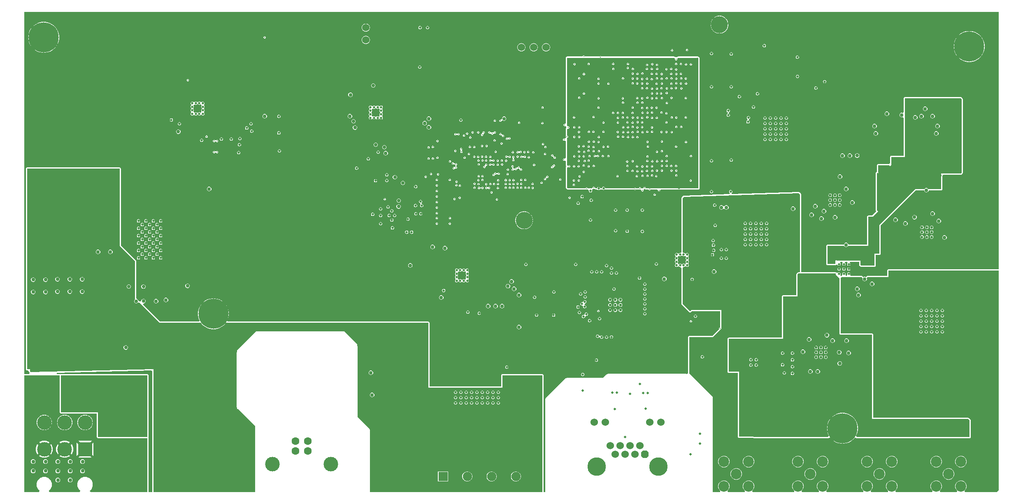
<source format=gbr>
%TF.GenerationSoftware,Altium Limited,Altium Designer,23.11.1 (41)*%
G04 Layer_Physical_Order=7*
G04 Layer_Color=8388736*
%FSLAX45Y45*%
%MOMM*%
%TF.SameCoordinates,1BD89016-B4D8-4A99-B54A-05B805E6E99A*%
%TF.FilePolarity,Positive*%
%TF.FileFunction,Copper,L7,Inr,Signal*%
%TF.Part,Single*%
G01*
G75*
%TA.AperFunction,Conductor*%
%ADD10C,0.23844*%
%TA.AperFunction,ComponentPad*%
%ADD110C,6.20000*%
%ADD111C,3.50000*%
%ADD112C,2.20000*%
%ADD113C,3.00000*%
%ADD114R,3.00000X3.00000*%
%ADD115R,1.90500X1.90500*%
%ADD116C,1.90500*%
%ADD117C,1.60000*%
%ADD118C,0.60000*%
%ADD119C,1.52400*%
G04:AMPARAMS|DCode=120|XSize=1.524mm|YSize=1.524mm|CornerRadius=0mm|HoleSize=0mm|Usage=FLASHONLY|Rotation=0.000|XOffset=0mm|YOffset=0mm|HoleType=Round|Shape=Octagon|*
%AMOCTAGOND120*
4,1,8,0.76200,-0.38100,0.76200,0.38100,0.38100,0.76200,-0.38100,0.76200,-0.76200,0.38100,-0.76200,-0.38100,-0.38100,-0.76200,0.38100,-0.76200,0.76200,-0.38100,0.0*
%
%ADD120OCTAGOND120*%

%ADD121C,3.81000*%
%TA.AperFunction,ViaPad*%
%ADD122C,0.76200*%
%ADD123C,0.50000*%
%ADD124C,0.30480*%
%ADD125C,0.50800*%
%ADD126C,0.71120*%
%ADD127C,0.55880*%
G36*
X13680975Y4999692D02*
X13683221Y4997446D01*
X13695212Y4992480D01*
X13708188D01*
X13720178Y4997446D01*
X13744617Y4991425D01*
X13751408Y4977251D01*
X13750186Y4972642D01*
X13747586Y4970043D01*
X13742619Y4958053D01*
Y4945076D01*
X13747586Y4933087D01*
X13749832Y4930841D01*
X13754272Y4915065D01*
X13749832Y4899289D01*
X13747586Y4897043D01*
X13742619Y4885053D01*
Y4872077D01*
X13747586Y4860087D01*
X13741638Y4835566D01*
X13727438Y4828716D01*
X13722777Y4829954D01*
X13720178Y4832554D01*
X13708188Y4837520D01*
X13695212D01*
X13683221Y4832554D01*
X13680975Y4830308D01*
X13665199Y4825868D01*
X13649425Y4830308D01*
X13647179Y4832554D01*
X13635188Y4837520D01*
X13622212D01*
X13610222Y4832554D01*
X13607623Y4829954D01*
X13602965Y4828717D01*
X13588800Y4835579D01*
X13582854Y4860123D01*
X13587820Y4872112D01*
Y4885089D01*
X13582854Y4897078D01*
X13580608Y4899324D01*
X13576167Y4915100D01*
X13580608Y4930876D01*
X13582854Y4933122D01*
X13587820Y4945112D01*
Y4958088D01*
X13582854Y4970077D01*
X13588297Y4992004D01*
X13610223Y4997446D01*
X13622212Y4992480D01*
X13635188D01*
X13647179Y4997446D01*
X13649425Y4999692D01*
X13665199Y5004132D01*
X13680975Y4999692D01*
D02*
G37*
G36*
X16090900Y6260718D02*
Y4661398D01*
X16063058D01*
X16053146Y4659426D01*
X16044745Y4653812D01*
X16021788Y4630855D01*
X16016174Y4622453D01*
X16014201Y4612542D01*
Y4559300D01*
Y4191498D01*
X15748000D01*
X15738089Y4189526D01*
X15729688Y4183912D01*
X15724074Y4175511D01*
X15722102Y4165600D01*
Y3315198D01*
X14630400D01*
X14620490Y3313226D01*
X14612088Y3307612D01*
X14606474Y3299211D01*
X14604501Y3289300D01*
Y2616200D01*
X14606474Y2606289D01*
X14612088Y2597888D01*
X14620490Y2592274D01*
X14630400Y2590302D01*
X14814052D01*
Y1279374D01*
X14814998Y1274620D01*
X14815869Y1269844D01*
X14815984Y1269668D01*
X14816023Y1269463D01*
X14818716Y1265433D01*
X14821349Y1261354D01*
X14821523Y1261235D01*
X14821638Y1261061D01*
X14825670Y1258367D01*
X14829662Y1255608D01*
X14829865Y1255563D01*
X14830038Y1255447D01*
X14834798Y1254501D01*
X14839539Y1253479D01*
X15430089Y1244106D01*
X15430295Y1244143D01*
X15430499Y1244102D01*
X16672813D01*
X16675809Y1244698D01*
X16678859Y1244818D01*
X16680717Y1245675D01*
X16682724Y1246074D01*
X16685262Y1247770D01*
X16688036Y1249048D01*
X16693408Y1251769D01*
X16706877Y1252253D01*
X16717786Y1250721D01*
X16724933Y1240884D01*
X16760284Y1205533D01*
X16800731Y1176147D01*
X16845276Y1153450D01*
X16892824Y1138001D01*
X16942203Y1130180D01*
X16992197D01*
X17041576Y1138001D01*
X17089124Y1153450D01*
X17133669Y1176147D01*
X17174117Y1205533D01*
X17209467Y1240884D01*
X17216612Y1250720D01*
X17227527Y1252253D01*
X17240993Y1251769D01*
X17246364Y1249049D01*
X17249136Y1247770D01*
X17251675Y1246074D01*
X17253683Y1245675D01*
X17255540Y1244818D01*
X17258592Y1244698D01*
X17261588Y1244102D01*
X19583400D01*
X19593311Y1246074D01*
X19601712Y1251688D01*
X19607326Y1260089D01*
X19609299Y1270000D01*
Y1612900D01*
X19607326Y1622811D01*
X19601712Y1631212D01*
X19576312Y1656612D01*
X19567911Y1662226D01*
X19558000Y1664198D01*
X17602698D01*
Y3378200D01*
X17600726Y3388111D01*
X17595113Y3396512D01*
X17586711Y3402126D01*
X17576801Y3404098D01*
X16929597D01*
Y4533900D01*
X16943352Y4555870D01*
X16947826Y4559300D01*
X17364655D01*
X17380174Y4533900D01*
X17378680Y4530294D01*
Y4512106D01*
X17385641Y4495302D01*
X17398502Y4482441D01*
X17415306Y4475480D01*
X17433495D01*
X17450298Y4482441D01*
X17463159Y4495302D01*
X17470120Y4512106D01*
Y4530294D01*
X17468626Y4533900D01*
X17484145Y4559300D01*
X17913350D01*
Y4699000D01*
X20180299D01*
Y177800D01*
X20138281Y135782D01*
X19488266D01*
X19480997Y151997D01*
X19479921Y161182D01*
X19499719Y180980D01*
X19515205Y207800D01*
X19523219Y237715D01*
Y268685D01*
X19515205Y298600D01*
X19499719Y325420D01*
X19477820Y347319D01*
X19450999Y362804D01*
X19421085Y370820D01*
X19390115D01*
X19360201Y362804D01*
X19333380Y347319D01*
X19311481Y325420D01*
X19295995Y298600D01*
X19287981Y268685D01*
Y237715D01*
X19295995Y207800D01*
X19311481Y180980D01*
X19331279Y161182D01*
X19330203Y151997D01*
X19322934Y135782D01*
X18980266D01*
X18972997Y151997D01*
X18971921Y161182D01*
X18991719Y180980D01*
X19007205Y207800D01*
X19015221Y237715D01*
Y268685D01*
X19007205Y298600D01*
X18991719Y325420D01*
X18969820Y347319D01*
X18942999Y362804D01*
X18913084Y370820D01*
X18882115D01*
X18852200Y362804D01*
X18825380Y347319D01*
X18803481Y325420D01*
X18787994Y298600D01*
X18779980Y268685D01*
Y237715D01*
X18787994Y207800D01*
X18803481Y180980D01*
X18823279Y161182D01*
X18822205Y151997D01*
X18814934Y135782D01*
X18064481D01*
X18057149Y155283D01*
X18056721Y161182D01*
X18077319Y181780D01*
X18092805Y208600D01*
X18100819Y238515D01*
Y269485D01*
X18092805Y299400D01*
X18077319Y326220D01*
X18055420Y348119D01*
X18028600Y363605D01*
X17998685Y371620D01*
X17967715D01*
X17937801Y363605D01*
X17910980Y348119D01*
X17889081Y326220D01*
X17873595Y299400D01*
X17865581Y269485D01*
Y238515D01*
X17873595Y208600D01*
X17889081Y181780D01*
X17909679Y161182D01*
X17909251Y155283D01*
X17901920Y135782D01*
X17556480D01*
X17549149Y155283D01*
X17548721Y161182D01*
X17569319Y181780D01*
X17584805Y208600D01*
X17592821Y238515D01*
Y269485D01*
X17584805Y299400D01*
X17569319Y326220D01*
X17547420Y348119D01*
X17520599Y363605D01*
X17490685Y371620D01*
X17459715D01*
X17429800Y363605D01*
X17402980Y348119D01*
X17381081Y326220D01*
X17365594Y299400D01*
X17357581Y269485D01*
Y238515D01*
X17365594Y208600D01*
X17381081Y181780D01*
X17401678Y161182D01*
X17401251Y155283D01*
X17393919Y135782D01*
X16642081D01*
X16634749Y155283D01*
X16634322Y161182D01*
X16654919Y181780D01*
X16670406Y208600D01*
X16678419Y238515D01*
Y269485D01*
X16670406Y299400D01*
X16654919Y326220D01*
X16633020Y348119D01*
X16606200Y363605D01*
X16576285Y371620D01*
X16545316D01*
X16515401Y363605D01*
X16488580Y348119D01*
X16466681Y326220D01*
X16451195Y299400D01*
X16443179Y269485D01*
Y238515D01*
X16451195Y208600D01*
X16466681Y181780D01*
X16487279Y161182D01*
X16486852Y155283D01*
X16479520Y135782D01*
X16134081D01*
X16126749Y155283D01*
X16126321Y161182D01*
X16146919Y181780D01*
X16162405Y208600D01*
X16170419Y238515D01*
Y269485D01*
X16162405Y299400D01*
X16146919Y326220D01*
X16125020Y348119D01*
X16098199Y363605D01*
X16068285Y371620D01*
X16037315D01*
X16007401Y363605D01*
X15980580Y348119D01*
X15958681Y326220D01*
X15943195Y299400D01*
X15935181Y269485D01*
Y238515D01*
X15943195Y208600D01*
X15958681Y181780D01*
X15979279Y161182D01*
X15978851Y155283D01*
X15971519Y135782D01*
X15118080D01*
X15110748Y155283D01*
X15110321Y161182D01*
X15130919Y181780D01*
X15146405Y208600D01*
X15154420Y238515D01*
Y269485D01*
X15146405Y299400D01*
X15130919Y326220D01*
X15109019Y348119D01*
X15082201Y363605D01*
X15052284Y371620D01*
X15021315D01*
X14991400Y363605D01*
X14964580Y348119D01*
X14942680Y326220D01*
X14927196Y299400D01*
X14919180Y269485D01*
Y238515D01*
X14927196Y208600D01*
X14942680Y181780D01*
X14963280Y161182D01*
X14962851Y155283D01*
X14955521Y135782D01*
X14610080D01*
X14602750Y155283D01*
X14602321Y161182D01*
X14622919Y181780D01*
X14638405Y208600D01*
X14646420Y238515D01*
Y269485D01*
X14638405Y299400D01*
X14622919Y326220D01*
X14601019Y348119D01*
X14574200Y363605D01*
X14544286Y371620D01*
X14513315D01*
X14483400Y363605D01*
X14456580Y348119D01*
X14434682Y326220D01*
X14419196Y299400D01*
X14411180Y269485D01*
Y238515D01*
X14419196Y208600D01*
X14434682Y181780D01*
X14455280Y161182D01*
X14454851Y155283D01*
X14447520Y135782D01*
X14300200D01*
Y2095500D01*
X13817599Y2578100D01*
Y3327400D01*
X14300200D01*
X14478000Y3505200D01*
Y3886200D01*
X13855701D01*
X13830299Y3860800D01*
X13677901Y4013200D01*
Y4751958D01*
X13695212Y4772280D01*
X13708188D01*
X13720178Y4777246D01*
X13722777Y4779846D01*
X13738451Y4784007D01*
X13754123Y4779846D01*
X13756721Y4777246D01*
X13768712Y4772280D01*
X13781688D01*
X13793678Y4777246D01*
X13802853Y4786422D01*
X13807820Y4798412D01*
Y4811388D01*
X13802853Y4823378D01*
X13800150Y4826083D01*
X13796088Y4841765D01*
X13800165Y4857359D01*
X13802893Y4860087D01*
X13807860Y4872077D01*
Y4885053D01*
X13802893Y4897043D01*
X13800648Y4899289D01*
X13796207Y4915065D01*
X13800648Y4930841D01*
X13802893Y4933087D01*
X13807860Y4945076D01*
Y4958053D01*
X13802893Y4970043D01*
X13800294Y4972642D01*
X13796133Y4988315D01*
X13800294Y5003987D01*
X13802893Y5006587D01*
X13807860Y5018576D01*
Y5031553D01*
X13802893Y5043543D01*
X13793716Y5052719D01*
X13781728Y5057685D01*
X13768752D01*
X13756763Y5052719D01*
X13754144Y5050101D01*
X13738441Y5045969D01*
X13722816Y5050116D01*
X13720178Y5052754D01*
X13708188Y5057720D01*
X13695212D01*
X13677901Y5078042D01*
Y6184900D01*
X13709650Y6216650D01*
X16070358Y6285530D01*
X16090900Y6260718D01*
D02*
G37*
G36*
X20184219Y4728114D02*
X20180299Y4724898D01*
X17913350D01*
X17903439Y4722926D01*
X17895038Y4717312D01*
X17889424Y4708911D01*
X17887453Y4699000D01*
Y4585198D01*
X17484145D01*
X17481133Y4584599D01*
X17478065Y4584474D01*
X17476224Y4583622D01*
X17474234Y4583226D01*
X17471683Y4581521D01*
X17468893Y4580231D01*
X17467519Y4578739D01*
X17465833Y4577612D01*
X17450298Y4559959D01*
X17433495Y4566920D01*
X17415306D01*
X17398502Y4559959D01*
X17382968Y4577613D01*
X17381281Y4578739D01*
X17379906Y4580231D01*
X17377118Y4581521D01*
X17374567Y4583226D01*
X17372577Y4583622D01*
X17370735Y4584474D01*
X17367667Y4584599D01*
X17364655Y4585198D01*
X17137137D01*
X17125192Y4609174D01*
X17130157Y4621163D01*
Y4634140D01*
X17125192Y4646129D01*
X17116016Y4655305D01*
X17104027Y4660272D01*
X17091051D01*
X17079060Y4655305D01*
X17069885Y4646129D01*
X17064919Y4634140D01*
Y4621163D01*
X17068758Y4611897D01*
X17055882Y4589989D01*
X17039194D01*
X17026320Y4611897D01*
X17030157Y4621163D01*
Y4634140D01*
X17025192Y4646129D01*
X17016016Y4655305D01*
X17004027Y4660272D01*
X16991051D01*
X16979060Y4655305D01*
X16969885Y4646129D01*
X16964919Y4634140D01*
Y4621163D01*
X16969885Y4609174D01*
X16957941Y4585198D01*
X16947826D01*
X16944505Y4584537D01*
X16941130Y4584317D01*
X16928543Y4589911D01*
X16925192Y4609174D01*
X16930157Y4621163D01*
Y4634140D01*
X16925192Y4646129D01*
X16916016Y4655305D01*
X16904027Y4660272D01*
X16891051D01*
X16879060Y4655305D01*
X16875450Y4651695D01*
X16871712Y4650717D01*
X16852077Y4651813D01*
X16845811Y4653812D01*
X16837411Y4659426D01*
X16827499Y4661398D01*
X16116798D01*
Y6260718D01*
X16116045Y6264503D01*
X16115649Y6268343D01*
X16115067Y6269424D01*
X16114825Y6270629D01*
X16112682Y6273838D01*
X16110847Y6277234D01*
X16090308Y6302045D01*
X16089059Y6303060D01*
X16088129Y6304369D01*
X16085175Y6306221D01*
X16082468Y6308422D01*
X16080928Y6308882D01*
X16079567Y6309735D01*
X16076128Y6310316D01*
X16072786Y6311314D01*
X16071188Y6311149D01*
X16069603Y6311417D01*
X14692314Y6271231D01*
X14686906Y6296484D01*
X14687204Y6296607D01*
X14696494Y6305896D01*
X14701520Y6318032D01*
Y6331168D01*
X14696494Y6343304D01*
X14687204Y6352593D01*
X14675069Y6357620D01*
X14661932D01*
X14649796Y6352593D01*
X14640508Y6343304D01*
X14635480Y6331168D01*
Y6318032D01*
X14640508Y6305896D01*
X14649796Y6296607D01*
X14652516Y6295480D01*
X14647820Y6269932D01*
X13708894Y6242537D01*
X13704329Y6241489D01*
X13699739Y6240576D01*
X13699420Y6240363D01*
X13699046Y6240277D01*
X13695229Y6237562D01*
X13691338Y6234962D01*
X13659589Y6203212D01*
X13653973Y6194811D01*
X13652002Y6184900D01*
Y5078042D01*
X13640804Y5064029D01*
X13637627Y5061366D01*
X13631079Y5057720D01*
X13622212D01*
X13610222Y5052754D01*
X13607623Y5050154D01*
X13591949Y5045993D01*
X13576279Y5050154D01*
X13573679Y5052754D01*
X13561690Y5057720D01*
X13548712D01*
X13536722Y5052754D01*
X13527547Y5043578D01*
X13522580Y5031588D01*
Y5018612D01*
X13527547Y5006622D01*
X13530145Y5004023D01*
X13534306Y4988350D01*
X13530145Y4972677D01*
X13527547Y4970078D01*
X13522580Y4958088D01*
Y4945112D01*
X13527547Y4933122D01*
X13529791Y4930876D01*
X13534233Y4915100D01*
X13529791Y4899324D01*
X13527547Y4897078D01*
X13522580Y4885089D01*
Y4872112D01*
X13527547Y4860122D01*
X13530289Y4857381D01*
X13534338Y4841750D01*
X13530289Y4826119D01*
X13527547Y4823378D01*
X13522580Y4811388D01*
Y4798412D01*
X13527547Y4786422D01*
X13536722Y4777246D01*
X13548712Y4772280D01*
X13561690D01*
X13573679Y4777246D01*
X13576279Y4779846D01*
X13591949Y4784007D01*
X13607623Y4779846D01*
X13610222Y4777246D01*
X13622212Y4772280D01*
X13631079D01*
X13637627Y4768634D01*
X13640807Y4765968D01*
X13652002Y4751958D01*
Y4013200D01*
X13653973Y4003289D01*
X13659589Y3994888D01*
X13811987Y3842488D01*
X13820389Y3836874D01*
X13830299Y3834902D01*
X13840211Y3836874D01*
X13848611Y3842488D01*
X13866428Y3860302D01*
X14452103D01*
Y3528060D01*
X14448053D01*
X14439651Y3524580D01*
X14433220Y3518149D01*
X14429739Y3509747D01*
Y3500653D01*
X14431816Y3495641D01*
X14289473Y3353298D01*
X13817599D01*
X13807689Y3351326D01*
X13799287Y3345712D01*
X13793674Y3337311D01*
X13791702Y3327400D01*
Y2588136D01*
X13787337Y2581662D01*
X13774475Y2570722D01*
X13767838Y2567880D01*
X13758644Y2569090D01*
X12149356D01*
X12130790Y2566646D01*
X12113490Y2559480D01*
X12098633Y2548080D01*
X12035287Y2484734D01*
X11303000D01*
X11284434Y2482289D01*
X11267133Y2475123D01*
X11252276Y2463723D01*
X10871277Y2082723D01*
X10859877Y2067867D01*
X10852711Y2050566D01*
X10850266Y2032000D01*
Y135782D01*
X10820898D01*
Y2540000D01*
X10818926Y2549911D01*
X10813312Y2558312D01*
X10804911Y2563926D01*
X10795000Y2565898D01*
X9969500D01*
X9959589Y2563926D01*
X9951188Y2558312D01*
X9945574Y2549911D01*
X9943602Y2540000D01*
Y2311898D01*
X8471398D01*
Y3429000D01*
Y3619500D01*
X8469426Y3629411D01*
X8463812Y3637812D01*
X8455411Y3643426D01*
X8445500Y3645398D01*
X4324467D01*
X4311195Y3667055D01*
X4320148Y3684626D01*
X4335598Y3732173D01*
X4343418Y3781553D01*
Y3831547D01*
X4335598Y3880926D01*
X4320148Y3928473D01*
X4297451Y3973019D01*
X4268065Y4013465D01*
X4232714Y4048817D01*
X4192267Y4078203D01*
X4147722Y4100900D01*
X4100175Y4116349D01*
X4050796Y4124170D01*
X4000801D01*
X3951422Y4116349D01*
X3903875Y4100900D01*
X3859329Y4078203D01*
X3818883Y4048817D01*
X3783531Y4013465D01*
X3754145Y3973019D01*
X3731448Y3928473D01*
X3715999Y3880926D01*
X3708179Y3831547D01*
Y3781553D01*
X3715999Y3732173D01*
X3731448Y3684626D01*
X3740401Y3667055D01*
X3727130Y3645398D01*
X2931727D01*
X2579251Y3997874D01*
X2589772Y4023274D01*
X2594901D01*
X2611705Y4030234D01*
X2624566Y4043095D01*
X2631526Y4059899D01*
Y4078088D01*
X2624566Y4094892D01*
X2611705Y4107753D01*
X2594901Y4114714D01*
X2576712D01*
X2559908Y4107753D01*
X2547047Y4094892D01*
X2540086Y4078088D01*
Y4072855D01*
X2533980Y4066662D01*
X2529944Y4064160D01*
X2515304Y4059804D01*
X2514550Y4060001D01*
X2513903Y4060434D01*
X2509687Y4061273D01*
X2505527Y4062360D01*
X2484120Y4063631D01*
Y4073094D01*
X2477159Y4089898D01*
X2464298Y4102759D01*
X2447494Y4109720D01*
X2438898Y4127501D01*
Y4889002D01*
Y4889500D01*
X2436926Y4899411D01*
X2431312Y4907812D01*
X2146300Y5192825D01*
X2121398Y5217727D01*
Y6794500D01*
X2119426Y6804411D01*
X2113812Y6812812D01*
X2105411Y6818426D01*
X2095500Y6820398D01*
X190500D01*
X180589Y6818426D01*
X172188Y6812812D01*
X166574Y6804411D01*
X164602Y6794500D01*
Y2667000D01*
X166574Y2657089D01*
X172188Y2648688D01*
X180589Y2643074D01*
X190500Y2641102D01*
X212787D01*
X227834Y2621028D01*
X228910Y2616134D01*
X229953Y2611276D01*
X229990Y2611222D01*
X230004Y2611159D01*
X232856Y2607071D01*
X235694Y2602960D01*
X235748Y2602925D01*
X235785Y2602872D01*
X247833Y2591298D01*
X239379Y2566374D01*
X239008Y2565898D01*
X137258D01*
X135782Y2567109D01*
Y10024218D01*
X20184219D01*
Y4728114D01*
D02*
G37*
G36*
X16827499Y4610100D02*
X16903700Y4533900D01*
Y3390900D01*
X16916400Y3378200D01*
X17576801D01*
Y1638300D01*
X19558000D01*
X19583400Y1612900D01*
Y1270000D01*
X17261588D01*
X17246022Y1295400D01*
X17261549Y1325876D01*
X17276999Y1373424D01*
X17284821Y1422803D01*
Y1472797D01*
X17276999Y1522176D01*
X17261549Y1569724D01*
X17238853Y1614269D01*
X17209467Y1654716D01*
X17174117Y1690067D01*
X17133669Y1719453D01*
X17089124Y1742150D01*
X17041576Y1757599D01*
X16992197Y1765420D01*
X16942203D01*
X16892824Y1757599D01*
X16845276Y1742150D01*
X16800731Y1719453D01*
X16760284Y1690067D01*
X16724933Y1654716D01*
X16695547Y1614269D01*
X16672850Y1569724D01*
X16657401Y1522176D01*
X16649580Y1472797D01*
Y1422803D01*
X16657401Y1373424D01*
X16672850Y1325876D01*
X16688377Y1295400D01*
X16672813Y1270000D01*
X15430499D01*
X14839951Y1279374D01*
Y2616200D01*
X14630400D01*
Y3289300D01*
X15748000D01*
Y4165600D01*
X16040100D01*
Y4612542D01*
X16063058Y4635500D01*
X16827499D01*
Y4610100D01*
D02*
G37*
G36*
X2667000Y1270000D02*
X1651000D01*
Y1778000D01*
X889000D01*
Y2540000D01*
X2667000D01*
Y1270000D01*
D02*
G37*
G36*
X861507Y1778000D02*
X869560Y1758560D01*
X889000Y1750507D01*
X1623507D01*
Y1270000D01*
X1631560Y1250560D01*
X1651000Y1242507D01*
X2667000D01*
Y137257D01*
X1494039D01*
X1483518Y162657D01*
X1518705Y197845D01*
X1542680Y255725D01*
Y318375D01*
X1518705Y376255D01*
X1474405Y420555D01*
X1416525Y444530D01*
X1353875D01*
X1295995Y420555D01*
X1251695Y376255D01*
X1227720Y318375D01*
Y255725D01*
X1251695Y197845D01*
X1286882Y162657D01*
X1276361Y137257D01*
X654039D01*
X643518Y162657D01*
X678705Y197845D01*
X702680Y255725D01*
Y318375D01*
X678705Y376255D01*
X634405Y420555D01*
X576525Y444530D01*
X513875D01*
X455995Y420555D01*
X411695Y376255D01*
X387720Y318375D01*
Y255725D01*
X411695Y197845D01*
X446882Y162657D01*
X436361Y137257D01*
X137257D01*
Y2540000D01*
X861507D01*
Y1778000D01*
D02*
G37*
G36*
X2095500Y5207000D02*
X2413000Y4889500D01*
Y4137146D01*
D01*
Y4130554D01*
D01*
Y4127500D01*
X2412501Y4102759D01*
X2399641Y4089898D01*
X2392680Y4073094D01*
Y4054906D01*
X2399641Y4038102D01*
X2412502Y4025241D01*
X2429306Y4018280D01*
X2447494D01*
X2464298Y4025241D01*
X2477159Y4038101D01*
X2503992Y4036508D01*
X2921000Y3619500D01*
X3769098D01*
X3783531Y3599634D01*
X3818883Y3564283D01*
X3859329Y3534897D01*
X3903875Y3512200D01*
X3951422Y3496750D01*
X4000801Y3488930D01*
X4050796D01*
X4100175Y3496750D01*
X4147722Y3512200D01*
X4192267Y3534897D01*
X4232714Y3564283D01*
X4268065Y3599634D01*
X4282499Y3619500D01*
X8445500D01*
Y3429000D01*
Y2286000D01*
X9969500D01*
Y2540000D01*
X10795000D01*
Y135782D01*
X7247920D01*
Y1396313D01*
X7245476Y1414879D01*
X7238310Y1432180D01*
X7226910Y1447036D01*
X6993234Y1680713D01*
Y3111500D01*
X6990789Y3130066D01*
X6985000Y3144043D01*
Y3175000D01*
X6717520Y3442480D01*
X4902980D01*
X4508500Y3048000D01*
Y3017043D01*
X4502711Y3003066D01*
X4500266Y2984500D01*
Y1905000D01*
X4502711Y1886434D01*
X4508500Y1872457D01*
Y1841500D01*
X4534053D01*
X4881266Y1494287D01*
Y135782D01*
X2794000D01*
Y2667000D01*
X272044Y2603951D01*
X253726Y2621548D01*
X253038Y2667000D01*
X190500D01*
Y6794500D01*
X2095500D01*
Y5207000D01*
D02*
G37*
G36*
X2768102Y2622258D02*
Y135782D01*
X2694109D01*
X2692898Y137258D01*
Y1242507D01*
X2690926Y1252418D01*
X2688363Y1256254D01*
X2690926Y1260089D01*
X2692898Y1270000D01*
Y2540000D01*
X2690926Y2549911D01*
X2685312Y2558312D01*
X2676911Y2563926D01*
X2667000Y2565898D01*
X889000D01*
X879089Y2563926D01*
X875254Y2561363D01*
X871418Y2563926D01*
X861507Y2565898D01*
X802447D01*
X802129Y2591298D01*
X2749919Y2639992D01*
X2768102Y2622258D01*
D02*
G37*
%LPC*%
G36*
X14588693Y6040120D02*
X14570506D01*
X14553702Y6033159D01*
X14543253Y6022711D01*
X14528799Y6021395D01*
X14514346Y6022711D01*
X14503899Y6033159D01*
X14487094Y6040120D01*
X14468906D01*
X14452103Y6033159D01*
X14439241Y6020298D01*
X14432280Y6003494D01*
Y5985306D01*
X14439241Y5968502D01*
X14452103Y5955641D01*
X14468906Y5948680D01*
X14487094D01*
X14503899Y5955641D01*
X14514346Y5966089D01*
X14528799Y5967405D01*
X14543253Y5966089D01*
X14553702Y5955641D01*
X14570506Y5948680D01*
X14588693D01*
X14605498Y5955641D01*
X14618359Y5968502D01*
X14625320Y5985306D01*
Y6003494D01*
X14618359Y6020298D01*
X14605498Y6033159D01*
X14588693Y6040120D01*
D02*
G37*
G36*
X14344868Y6078220D02*
X14331732D01*
X14319595Y6073193D01*
X14310307Y6063904D01*
X14305280Y6051768D01*
Y6038632D01*
X14310307Y6026496D01*
X14319595Y6017207D01*
X14331732Y6012180D01*
X14344868D01*
X14357004Y6017207D01*
X14366293Y6026496D01*
X14371320Y6038632D01*
Y6051768D01*
X14366293Y6063904D01*
X14357004Y6073193D01*
X14344868Y6078220D01*
D02*
G37*
G36*
X15960294Y6014720D02*
X15942107D01*
X15925302Y6007759D01*
X15912440Y5994898D01*
X15905479Y5978094D01*
Y5959906D01*
X15912440Y5943102D01*
X15925302Y5930241D01*
X15942107Y5923280D01*
X15960294D01*
X15977098Y5930241D01*
X15989960Y5943102D01*
X15996919Y5959906D01*
Y5978094D01*
X15989960Y5994898D01*
X15977098Y6007759D01*
X15960294Y6014720D01*
D02*
G37*
G36*
X15415688Y5700920D02*
X15402711D01*
X15390723Y5695954D01*
X15381546Y5686778D01*
X15376579Y5674788D01*
Y5661812D01*
X15381546Y5649822D01*
X15390723Y5640646D01*
X15402711Y5635680D01*
X15415688D01*
X15427678Y5640646D01*
X15436855Y5649822D01*
X15441820Y5661812D01*
Y5674788D01*
X15436855Y5686778D01*
X15427678Y5695954D01*
X15415688Y5700920D01*
D02*
G37*
G36*
X15305688D02*
X15292712D01*
X15280722Y5695954D01*
X15271545Y5686778D01*
X15266580Y5674788D01*
Y5661812D01*
X15271545Y5649822D01*
X15280722Y5640646D01*
X15292712Y5635680D01*
X15305688D01*
X15317677Y5640646D01*
X15326854Y5649822D01*
X15331821Y5661812D01*
Y5674788D01*
X15326854Y5686778D01*
X15317677Y5695954D01*
X15305688Y5700920D01*
D02*
G37*
G36*
X15195688D02*
X15182712D01*
X15170721Y5695954D01*
X15161546Y5686778D01*
X15156580Y5674788D01*
Y5661812D01*
X15161546Y5649822D01*
X15170721Y5640646D01*
X15182712Y5635680D01*
X15195688D01*
X15207678Y5640646D01*
X15216853Y5649822D01*
X15221820Y5661812D01*
Y5674788D01*
X15216853Y5686778D01*
X15207678Y5695954D01*
X15195688Y5700920D01*
D02*
G37*
G36*
X15085687D02*
X15072713D01*
X15060722Y5695954D01*
X15051546Y5686778D01*
X15046581Y5674788D01*
Y5661812D01*
X15051546Y5649822D01*
X15060722Y5640646D01*
X15072713Y5635680D01*
X15085687D01*
X15097678Y5640646D01*
X15106854Y5649822D01*
X15111819Y5661812D01*
Y5674788D01*
X15106854Y5686778D01*
X15097678Y5695954D01*
X15085687Y5700920D01*
D02*
G37*
G36*
X14975688D02*
X14962712D01*
X14950722Y5695954D01*
X14941547Y5686778D01*
X14936580Y5674788D01*
Y5661812D01*
X14941547Y5649822D01*
X14950722Y5640646D01*
X14962712Y5635680D01*
X14975688D01*
X14987679Y5640646D01*
X14996854Y5649822D01*
X15001820Y5661812D01*
Y5674788D01*
X14996854Y5686778D01*
X14987679Y5695954D01*
X14975688Y5700920D01*
D02*
G37*
G36*
X14357568Y5659120D02*
X14344432D01*
X14332297Y5654093D01*
X14323007Y5644804D01*
X14317979Y5632668D01*
Y5619532D01*
X14323007Y5607396D01*
X14332297Y5598107D01*
X14344432Y5593080D01*
X14357568D01*
X14369704Y5598107D01*
X14378993Y5607396D01*
X14384019Y5619532D01*
Y5632668D01*
X14378993Y5644804D01*
X14369704Y5654093D01*
X14357568Y5659120D01*
D02*
G37*
G36*
X15415688Y5590920D02*
X15402711D01*
X15390723Y5585954D01*
X15381546Y5576778D01*
X15376579Y5564788D01*
Y5551812D01*
X15381546Y5539822D01*
X15390723Y5530646D01*
X15402711Y5525680D01*
X15415688D01*
X15427678Y5530646D01*
X15436855Y5539822D01*
X15441820Y5551812D01*
Y5564788D01*
X15436855Y5576778D01*
X15427678Y5585954D01*
X15415688Y5590920D01*
D02*
G37*
G36*
X15305688D02*
X15292712D01*
X15280722Y5585954D01*
X15271545Y5576778D01*
X15266580Y5564788D01*
Y5551812D01*
X15271545Y5539822D01*
X15280722Y5530646D01*
X15292712Y5525680D01*
X15305688D01*
X15317677Y5530646D01*
X15326854Y5539822D01*
X15331821Y5551812D01*
Y5564788D01*
X15326854Y5576778D01*
X15317677Y5585954D01*
X15305688Y5590920D01*
D02*
G37*
G36*
X15195688D02*
X15182712D01*
X15170721Y5585954D01*
X15161546Y5576778D01*
X15156580Y5564788D01*
Y5551812D01*
X15161546Y5539822D01*
X15170721Y5530646D01*
X15182712Y5525680D01*
X15195688D01*
X15207678Y5530646D01*
X15216853Y5539822D01*
X15221820Y5551812D01*
Y5564788D01*
X15216853Y5576778D01*
X15207678Y5585954D01*
X15195688Y5590920D01*
D02*
G37*
G36*
X15085687D02*
X15072713D01*
X15060722Y5585954D01*
X15051546Y5576778D01*
X15046581Y5564788D01*
Y5551812D01*
X15051546Y5539822D01*
X15060722Y5530646D01*
X15072713Y5525680D01*
X15085687D01*
X15097678Y5530646D01*
X15106854Y5539822D01*
X15111819Y5551812D01*
Y5564788D01*
X15106854Y5576778D01*
X15097678Y5585954D01*
X15085687Y5590920D01*
D02*
G37*
G36*
X14975688D02*
X14962712D01*
X14950722Y5585954D01*
X14941547Y5576778D01*
X14936580Y5564788D01*
Y5551812D01*
X14941547Y5539822D01*
X14950722Y5530646D01*
X14962712Y5525680D01*
X14975688D01*
X14987679Y5530646D01*
X14996854Y5539822D01*
X15001820Y5551812D01*
Y5564788D01*
X14996854Y5576778D01*
X14987679Y5585954D01*
X14975688Y5590920D01*
D02*
G37*
G36*
X15415688Y5480920D02*
X15402711D01*
X15390723Y5475954D01*
X15381546Y5466778D01*
X15376579Y5454788D01*
Y5441812D01*
X15381546Y5429822D01*
X15390723Y5420646D01*
X15402711Y5415680D01*
X15415688D01*
X15427678Y5420646D01*
X15436855Y5429822D01*
X15441820Y5441812D01*
Y5454788D01*
X15436855Y5466778D01*
X15427678Y5475954D01*
X15415688Y5480920D01*
D02*
G37*
G36*
X15305688D02*
X15292712D01*
X15280722Y5475954D01*
X15271545Y5466778D01*
X15266580Y5454788D01*
Y5441812D01*
X15271545Y5429822D01*
X15280722Y5420646D01*
X15292712Y5415680D01*
X15305688D01*
X15317677Y5420646D01*
X15326854Y5429822D01*
X15331821Y5441812D01*
Y5454788D01*
X15326854Y5466778D01*
X15317677Y5475954D01*
X15305688Y5480920D01*
D02*
G37*
G36*
X15195688D02*
X15182712D01*
X15170721Y5475954D01*
X15161546Y5466778D01*
X15156580Y5454788D01*
Y5441812D01*
X15161546Y5429822D01*
X15170721Y5420646D01*
X15182712Y5415680D01*
X15195688D01*
X15207678Y5420646D01*
X15216853Y5429822D01*
X15221820Y5441812D01*
Y5454788D01*
X15216853Y5466778D01*
X15207678Y5475954D01*
X15195688Y5480920D01*
D02*
G37*
G36*
X15085687D02*
X15072713D01*
X15060722Y5475954D01*
X15051546Y5466778D01*
X15046581Y5454788D01*
Y5441812D01*
X15051546Y5429822D01*
X15060722Y5420646D01*
X15072713Y5415680D01*
X15085687D01*
X15097678Y5420646D01*
X15106854Y5429822D01*
X15111819Y5441812D01*
Y5454788D01*
X15106854Y5466778D01*
X15097678Y5475954D01*
X15085687Y5480920D01*
D02*
G37*
G36*
X14975688D02*
X14962712D01*
X14950722Y5475954D01*
X14941547Y5466778D01*
X14936580Y5454788D01*
Y5441812D01*
X14941547Y5429822D01*
X14950722Y5420646D01*
X14962712Y5415680D01*
X14975688D01*
X14987679Y5420646D01*
X14996854Y5429822D01*
X15001820Y5441812D01*
Y5454788D01*
X14996854Y5466778D01*
X14987679Y5475954D01*
X14975688Y5480920D01*
D02*
G37*
G36*
X15415688Y5370920D02*
X15402711D01*
X15390723Y5365954D01*
X15381546Y5356778D01*
X15376579Y5344788D01*
Y5331812D01*
X15381546Y5319822D01*
X15390723Y5310646D01*
X15402711Y5305680D01*
X15415688D01*
X15427678Y5310646D01*
X15436855Y5319822D01*
X15441820Y5331812D01*
Y5344788D01*
X15436855Y5356778D01*
X15427678Y5365954D01*
X15415688Y5370920D01*
D02*
G37*
G36*
X15305688D02*
X15292712D01*
X15280722Y5365954D01*
X15271545Y5356778D01*
X15266580Y5344788D01*
Y5331812D01*
X15271545Y5319822D01*
X15280722Y5310646D01*
X15292712Y5305680D01*
X15305688D01*
X15317677Y5310646D01*
X15326854Y5319822D01*
X15331821Y5331812D01*
Y5344788D01*
X15326854Y5356778D01*
X15317677Y5365954D01*
X15305688Y5370920D01*
D02*
G37*
G36*
X15195688D02*
X15182712D01*
X15170721Y5365954D01*
X15161546Y5356778D01*
X15156580Y5344788D01*
Y5331812D01*
X15161546Y5319822D01*
X15170721Y5310646D01*
X15182712Y5305680D01*
X15195688D01*
X15207678Y5310646D01*
X15216853Y5319822D01*
X15221820Y5331812D01*
Y5344788D01*
X15216853Y5356778D01*
X15207678Y5365954D01*
X15195688Y5370920D01*
D02*
G37*
G36*
X15085687D02*
X15072713D01*
X15060722Y5365954D01*
X15051546Y5356778D01*
X15046581Y5344788D01*
Y5331812D01*
X15051546Y5319822D01*
X15060722Y5310646D01*
X15072713Y5305680D01*
X15085687D01*
X15097678Y5310646D01*
X15106854Y5319822D01*
X15111819Y5331812D01*
Y5344788D01*
X15106854Y5356778D01*
X15097678Y5365954D01*
X15085687Y5370920D01*
D02*
G37*
G36*
X14975688D02*
X14962712D01*
X14950722Y5365954D01*
X14941547Y5356778D01*
X14936580Y5344788D01*
Y5331812D01*
X14941547Y5319822D01*
X14950722Y5310646D01*
X14962712Y5305680D01*
X14975688D01*
X14987679Y5310646D01*
X14996854Y5319822D01*
X15001820Y5331812D01*
Y5344788D01*
X14996854Y5356778D01*
X14987679Y5365954D01*
X14975688Y5370920D01*
D02*
G37*
G36*
X14313118Y5347970D02*
X14299982D01*
X14287846Y5342943D01*
X14278557Y5333654D01*
X14273531Y5321518D01*
Y5308382D01*
X14278557Y5296246D01*
X14287846Y5286957D01*
X14299982Y5281930D01*
X14313118D01*
X14325253Y5286957D01*
X14334543Y5296246D01*
X14339571Y5308382D01*
Y5321518D01*
X14334543Y5333654D01*
X14325253Y5342943D01*
X14313118Y5347970D01*
D02*
G37*
G36*
X15415688Y5260920D02*
X15402711D01*
X15390723Y5255954D01*
X15381546Y5246778D01*
X15376579Y5234788D01*
Y5221812D01*
X15381546Y5209822D01*
X15390723Y5200646D01*
X15402711Y5195680D01*
X15415688D01*
X15427678Y5200646D01*
X15436855Y5209822D01*
X15441820Y5221812D01*
Y5234788D01*
X15436855Y5246778D01*
X15427678Y5255954D01*
X15415688Y5260920D01*
D02*
G37*
G36*
X15305688D02*
X15292712D01*
X15280722Y5255954D01*
X15271545Y5246778D01*
X15266580Y5234788D01*
Y5221812D01*
X15271545Y5209822D01*
X15280722Y5200646D01*
X15292712Y5195680D01*
X15305688D01*
X15317677Y5200646D01*
X15326854Y5209822D01*
X15331821Y5221812D01*
Y5234788D01*
X15326854Y5246778D01*
X15317677Y5255954D01*
X15305688Y5260920D01*
D02*
G37*
G36*
X15195688D02*
X15182712D01*
X15170721Y5255954D01*
X15161546Y5246778D01*
X15156580Y5234788D01*
Y5221812D01*
X15161546Y5209822D01*
X15170721Y5200646D01*
X15182712Y5195680D01*
X15195688D01*
X15207678Y5200646D01*
X15216853Y5209822D01*
X15221820Y5221812D01*
Y5234788D01*
X15216853Y5246778D01*
X15207678Y5255954D01*
X15195688Y5260920D01*
D02*
G37*
G36*
X15085687D02*
X15072713D01*
X15060722Y5255954D01*
X15051546Y5246778D01*
X15046581Y5234788D01*
Y5221812D01*
X15051546Y5209822D01*
X15060722Y5200646D01*
X15072713Y5195680D01*
X15085687D01*
X15097678Y5200646D01*
X15106854Y5209822D01*
X15111819Y5221812D01*
Y5234788D01*
X15106854Y5246778D01*
X15097678Y5255954D01*
X15085687Y5260920D01*
D02*
G37*
G36*
X14975688D02*
X14962712D01*
X14950722Y5255954D01*
X14941547Y5246778D01*
X14936580Y5234788D01*
Y5221812D01*
X14941547Y5209822D01*
X14950722Y5200646D01*
X14962712Y5195680D01*
X14975688D01*
X14987679Y5200646D01*
X14996854Y5209822D01*
X15001820Y5221812D01*
Y5234788D01*
X14996854Y5246778D01*
X14987679Y5255954D01*
X14975688Y5260920D01*
D02*
G37*
G36*
X14319469Y5252720D02*
X14306332D01*
X14294196Y5247693D01*
X14284908Y5238404D01*
X14279880Y5226268D01*
Y5213132D01*
X14284908Y5200996D01*
X14294196Y5191707D01*
X14306332Y5186680D01*
X14319469D01*
X14331604Y5191707D01*
X14340894Y5200996D01*
X14345920Y5213132D01*
Y5226268D01*
X14340894Y5238404D01*
X14331604Y5247693D01*
X14319469Y5252720D01*
D02*
G37*
G36*
X14586168Y5163820D02*
X14573032D01*
X14560896Y5158793D01*
X14551607Y5149504D01*
X14546581Y5137368D01*
Y5124232D01*
X14551607Y5112096D01*
X14560896Y5102807D01*
X14573032Y5097780D01*
X14586168D01*
X14598305Y5102807D01*
X14607593Y5112096D01*
X14612621Y5124232D01*
Y5137368D01*
X14607593Y5149504D01*
X14598305Y5158793D01*
X14586168Y5163820D01*
D02*
G37*
G36*
X14484567D02*
X14471432D01*
X14459296Y5158793D01*
X14450008Y5149504D01*
X14444980Y5137368D01*
Y5124232D01*
X14450008Y5112096D01*
X14459296Y5102807D01*
X14471432Y5097780D01*
X14484567D01*
X14496704Y5102807D01*
X14505994Y5112096D01*
X14511020Y5124232D01*
Y5137368D01*
X14505994Y5149504D01*
X14496704Y5158793D01*
X14484567Y5163820D01*
D02*
G37*
G36*
X14325818Y5144770D02*
X14312682D01*
X14300546Y5139743D01*
X14291257Y5130454D01*
X14286230Y5118318D01*
Y5105182D01*
X14291257Y5093046D01*
X14300546Y5083757D01*
X14312682Y5078730D01*
X14325818D01*
X14337955Y5083757D01*
X14347243Y5093046D01*
X14352271Y5105182D01*
Y5118318D01*
X14347243Y5130454D01*
X14337955Y5139743D01*
X14325818Y5144770D01*
D02*
G37*
G36*
X14300418Y5055870D02*
X14287282D01*
X14275146Y5050843D01*
X14265857Y5041554D01*
X14260831Y5029418D01*
Y5016282D01*
X14265857Y5004146D01*
X14275146Y4994857D01*
X14287282Y4989830D01*
X14300418D01*
X14312553Y4994857D01*
X14321843Y5004146D01*
X14326871Y5016282D01*
Y5029418D01*
X14321843Y5041554D01*
X14312553Y5050843D01*
X14300418Y5055870D01*
D02*
G37*
G36*
X14586168Y4986020D02*
X14573032D01*
X14560896Y4980993D01*
X14551607Y4971704D01*
X14546581Y4959568D01*
Y4946432D01*
X14551607Y4934296D01*
X14560896Y4925007D01*
X14573032Y4919980D01*
X14586168D01*
X14598305Y4925007D01*
X14607593Y4934296D01*
X14612621Y4946432D01*
Y4959568D01*
X14607593Y4971704D01*
X14598305Y4980993D01*
X14586168Y4986020D01*
D02*
G37*
G36*
X14484567D02*
X14471432D01*
X14459296Y4980993D01*
X14450008Y4971704D01*
X14444980Y4959568D01*
Y4946432D01*
X14450008Y4934296D01*
X14459296Y4925007D01*
X14471432Y4919980D01*
X14484567D01*
X14496704Y4925007D01*
X14505994Y4934296D01*
X14511020Y4946432D01*
Y4959568D01*
X14505994Y4971704D01*
X14496704Y4980993D01*
X14484567Y4986020D01*
D02*
G37*
G36*
X14334694Y4719320D02*
X14316505D01*
X14299702Y4712359D01*
X14286841Y4699498D01*
X14279880Y4682694D01*
Y4664506D01*
X14286841Y4647702D01*
X14299702Y4634841D01*
X14316505Y4627880D01*
X14334694D01*
X14351498Y4634841D01*
X14364359Y4647702D01*
X14371320Y4664506D01*
Y4682694D01*
X14364359Y4699498D01*
X14351498Y4712359D01*
X14334694Y4719320D01*
D02*
G37*
G36*
X13881319Y4547870D02*
X13868182D01*
X13856046Y4542843D01*
X13846758Y4533554D01*
X13841730Y4521418D01*
Y4508282D01*
X13846758Y4496146D01*
X13856046Y4486857D01*
X13868182Y4481830D01*
X13881319D01*
X13893454Y4486857D01*
X13902744Y4496146D01*
X13907770Y4508282D01*
Y4521418D01*
X13902744Y4533554D01*
X13893454Y4542843D01*
X13881319Y4547870D01*
D02*
G37*
G36*
X17585893Y4465320D02*
X17567706D01*
X17550902Y4458359D01*
X17538042Y4445498D01*
X17531081Y4428694D01*
Y4410506D01*
X17538042Y4393702D01*
X17550902Y4380841D01*
X17567706Y4373880D01*
X17585893D01*
X17602698Y4380841D01*
X17615559Y4393702D01*
X17622520Y4410506D01*
Y4428694D01*
X17615559Y4445498D01*
X17602698Y4458359D01*
X17585893Y4465320D01*
D02*
G37*
G36*
X17281094Y4363720D02*
X17262906D01*
X17246101Y4356759D01*
X17233241Y4343898D01*
X17226280Y4327094D01*
Y4308906D01*
X17233241Y4292102D01*
X17246101Y4279241D01*
X17262906Y4272280D01*
X17281094D01*
X17297897Y4279241D01*
X17310759Y4292102D01*
X17317720Y4308906D01*
Y4327094D01*
X17310759Y4343898D01*
X17297897Y4356759D01*
X17281094Y4363720D01*
D02*
G37*
G36*
X17306494Y4236720D02*
X17288306D01*
X17271503Y4229759D01*
X17258641Y4216898D01*
X17251680Y4200094D01*
Y4181906D01*
X17258641Y4165102D01*
X17271503Y4152241D01*
X17288306Y4145280D01*
X17306494D01*
X17323299Y4152241D01*
X17336159Y4165102D01*
X17343120Y4181906D01*
Y4200094D01*
X17336159Y4216898D01*
X17323299Y4229759D01*
X17306494Y4236720D01*
D02*
G37*
G36*
X19030888Y3910220D02*
X19017911D01*
X19005922Y3905254D01*
X18996745Y3896078D01*
X18991780Y3884088D01*
Y3871112D01*
X18996745Y3859122D01*
X19005922Y3849946D01*
X19017911Y3844980D01*
X19030888D01*
X19042879Y3849946D01*
X19052054Y3859122D01*
X19057021Y3871112D01*
Y3884088D01*
X19052054Y3896078D01*
X19042879Y3905254D01*
X19030888Y3910220D01*
D02*
G37*
G36*
X18920888D02*
X18907912D01*
X18895921Y3905254D01*
X18886746Y3896078D01*
X18881779Y3884088D01*
Y3871112D01*
X18886746Y3859122D01*
X18895921Y3849946D01*
X18907912Y3844980D01*
X18920888D01*
X18932878Y3849946D01*
X18942055Y3859122D01*
X18947020Y3871112D01*
Y3884088D01*
X18942055Y3896078D01*
X18932878Y3905254D01*
X18920888Y3910220D01*
D02*
G37*
G36*
X18810889D02*
X18797913D01*
X18785922Y3905254D01*
X18776746Y3896078D01*
X18771780Y3884088D01*
Y3871112D01*
X18776746Y3859122D01*
X18785922Y3849946D01*
X18797913Y3844980D01*
X18810889D01*
X18822878Y3849946D01*
X18832054Y3859122D01*
X18837019Y3871112D01*
Y3884088D01*
X18832054Y3896078D01*
X18822878Y3905254D01*
X18810889Y3910220D01*
D02*
G37*
G36*
X18700888D02*
X18687912D01*
X18675922Y3905254D01*
X18666747Y3896078D01*
X18661780Y3884088D01*
Y3871112D01*
X18666747Y3859122D01*
X18675922Y3849946D01*
X18687912Y3844980D01*
X18700888D01*
X18712878Y3849946D01*
X18722054Y3859122D01*
X18727020Y3871112D01*
Y3884088D01*
X18722054Y3896078D01*
X18712878Y3905254D01*
X18700888Y3910220D01*
D02*
G37*
G36*
X18590887D02*
X18577911D01*
X18565923Y3905254D01*
X18556746Y3896078D01*
X18551781Y3884088D01*
Y3871112D01*
X18556746Y3859122D01*
X18565923Y3849946D01*
X18577911Y3844980D01*
X18590887D01*
X18602878Y3849946D01*
X18612054Y3859122D01*
X18617020Y3871112D01*
Y3884088D01*
X18612054Y3896078D01*
X18602878Y3905254D01*
X18590887Y3910220D01*
D02*
G37*
G36*
X19030888Y3800220D02*
X19017911D01*
X19005922Y3795254D01*
X18996745Y3786078D01*
X18991780Y3774088D01*
Y3761112D01*
X18996745Y3749122D01*
X19005922Y3739946D01*
X19017911Y3734980D01*
X19030888D01*
X19042879Y3739946D01*
X19052054Y3749122D01*
X19057021Y3761112D01*
Y3774088D01*
X19052054Y3786078D01*
X19042879Y3795254D01*
X19030888Y3800220D01*
D02*
G37*
G36*
X18920888D02*
X18907912D01*
X18895921Y3795254D01*
X18886746Y3786078D01*
X18881779Y3774088D01*
Y3761112D01*
X18886746Y3749122D01*
X18895921Y3739946D01*
X18907912Y3734980D01*
X18920888D01*
X18932878Y3739946D01*
X18942055Y3749122D01*
X18947020Y3761112D01*
Y3774088D01*
X18942055Y3786078D01*
X18932878Y3795254D01*
X18920888Y3800220D01*
D02*
G37*
G36*
X18810889D02*
X18797913D01*
X18785922Y3795254D01*
X18776746Y3786078D01*
X18771780Y3774088D01*
Y3761112D01*
X18776746Y3749122D01*
X18785922Y3739946D01*
X18797913Y3734980D01*
X18810889D01*
X18822878Y3739946D01*
X18832054Y3749122D01*
X18837019Y3761112D01*
Y3774088D01*
X18832054Y3786078D01*
X18822878Y3795254D01*
X18810889Y3800220D01*
D02*
G37*
G36*
X18700888D02*
X18687912D01*
X18675922Y3795254D01*
X18666747Y3786078D01*
X18661780Y3774088D01*
Y3761112D01*
X18666747Y3749122D01*
X18675922Y3739946D01*
X18687912Y3734980D01*
X18700888D01*
X18712878Y3739946D01*
X18722054Y3749122D01*
X18727020Y3761112D01*
Y3774088D01*
X18722054Y3786078D01*
X18712878Y3795254D01*
X18700888Y3800220D01*
D02*
G37*
G36*
X18590887D02*
X18577911D01*
X18565923Y3795254D01*
X18556746Y3786078D01*
X18551781Y3774088D01*
Y3761112D01*
X18556746Y3749122D01*
X18565923Y3739946D01*
X18577911Y3734980D01*
X18590887D01*
X18602878Y3739946D01*
X18612054Y3749122D01*
X18617020Y3761112D01*
Y3774088D01*
X18612054Y3786078D01*
X18602878Y3795254D01*
X18590887Y3800220D01*
D02*
G37*
G36*
X19030888Y3690220D02*
X19017911D01*
X19005922Y3685254D01*
X18996745Y3676078D01*
X18991780Y3664088D01*
Y3651112D01*
X18996745Y3639122D01*
X19005922Y3629946D01*
X19017911Y3624980D01*
X19030888D01*
X19042879Y3629946D01*
X19052054Y3639122D01*
X19057021Y3651112D01*
Y3664088D01*
X19052054Y3676078D01*
X19042879Y3685254D01*
X19030888Y3690220D01*
D02*
G37*
G36*
X18920888D02*
X18907912D01*
X18895921Y3685254D01*
X18886746Y3676078D01*
X18881779Y3664088D01*
Y3651112D01*
X18886746Y3639122D01*
X18895921Y3629946D01*
X18907912Y3624980D01*
X18920888D01*
X18932878Y3629946D01*
X18942055Y3639122D01*
X18947020Y3651112D01*
Y3664088D01*
X18942055Y3676078D01*
X18932878Y3685254D01*
X18920888Y3690220D01*
D02*
G37*
G36*
X18810889D02*
X18797913D01*
X18785922Y3685254D01*
X18776746Y3676078D01*
X18771780Y3664088D01*
Y3651112D01*
X18776746Y3639122D01*
X18785922Y3629946D01*
X18797913Y3624980D01*
X18810889D01*
X18822878Y3629946D01*
X18832054Y3639122D01*
X18837019Y3651112D01*
Y3664088D01*
X18832054Y3676078D01*
X18822878Y3685254D01*
X18810889Y3690220D01*
D02*
G37*
G36*
X18700888D02*
X18687912D01*
X18675922Y3685254D01*
X18666747Y3676078D01*
X18661780Y3664088D01*
Y3651112D01*
X18666747Y3639122D01*
X18675922Y3629946D01*
X18687912Y3624980D01*
X18700888D01*
X18712878Y3629946D01*
X18722054Y3639122D01*
X18727020Y3651112D01*
Y3664088D01*
X18722054Y3676078D01*
X18712878Y3685254D01*
X18700888Y3690220D01*
D02*
G37*
G36*
X18590887D02*
X18577911D01*
X18565923Y3685254D01*
X18556746Y3676078D01*
X18551781Y3664088D01*
Y3651112D01*
X18556746Y3639122D01*
X18565923Y3629946D01*
X18577911Y3624980D01*
X18590887D01*
X18602878Y3629946D01*
X18612054Y3639122D01*
X18617020Y3651112D01*
Y3664088D01*
X18612054Y3676078D01*
X18602878Y3685254D01*
X18590887Y3690220D01*
D02*
G37*
G36*
X19030888Y3580220D02*
X19017911D01*
X19005922Y3575254D01*
X18996745Y3566078D01*
X18991780Y3554088D01*
Y3541112D01*
X18996745Y3529122D01*
X19005922Y3519946D01*
X19017911Y3514980D01*
X19030888D01*
X19042879Y3519946D01*
X19052054Y3529122D01*
X19057021Y3541112D01*
Y3554088D01*
X19052054Y3566078D01*
X19042879Y3575254D01*
X19030888Y3580220D01*
D02*
G37*
G36*
X18920888D02*
X18907912D01*
X18895921Y3575254D01*
X18886746Y3566078D01*
X18881779Y3554088D01*
Y3541112D01*
X18886746Y3529122D01*
X18895921Y3519946D01*
X18907912Y3514980D01*
X18920888D01*
X18932878Y3519946D01*
X18942055Y3529122D01*
X18947020Y3541112D01*
Y3554088D01*
X18942055Y3566078D01*
X18932878Y3575254D01*
X18920888Y3580220D01*
D02*
G37*
G36*
X18810889D02*
X18797913D01*
X18785922Y3575254D01*
X18776746Y3566078D01*
X18771780Y3554088D01*
Y3541112D01*
X18776746Y3529122D01*
X18785922Y3519946D01*
X18797913Y3514980D01*
X18810889D01*
X18822878Y3519946D01*
X18832054Y3529122D01*
X18837019Y3541112D01*
Y3554088D01*
X18832054Y3566078D01*
X18822878Y3575254D01*
X18810889Y3580220D01*
D02*
G37*
G36*
X18700888D02*
X18687912D01*
X18675922Y3575254D01*
X18666747Y3566078D01*
X18661780Y3554088D01*
Y3541112D01*
X18666747Y3529122D01*
X18675922Y3519946D01*
X18687912Y3514980D01*
X18700888D01*
X18712878Y3519946D01*
X18722054Y3529122D01*
X18727020Y3541112D01*
Y3554088D01*
X18722054Y3566078D01*
X18712878Y3575254D01*
X18700888Y3580220D01*
D02*
G37*
G36*
X18590887D02*
X18577911D01*
X18565923Y3575254D01*
X18556746Y3566078D01*
X18551781Y3554088D01*
Y3541112D01*
X18556746Y3529122D01*
X18565923Y3519946D01*
X18577911Y3514980D01*
X18590887D01*
X18602878Y3519946D01*
X18612054Y3529122D01*
X18617020Y3541112D01*
Y3554088D01*
X18612054Y3566078D01*
X18602878Y3575254D01*
X18590887Y3580220D01*
D02*
G37*
G36*
X19030888Y3470220D02*
X19017911D01*
X19005922Y3465254D01*
X18996745Y3456078D01*
X18991780Y3444089D01*
Y3431112D01*
X18996745Y3419122D01*
X19005922Y3409946D01*
X19017911Y3404980D01*
X19030888D01*
X19042879Y3409946D01*
X19052054Y3419122D01*
X19057021Y3431112D01*
Y3444089D01*
X19052054Y3456078D01*
X19042879Y3465254D01*
X19030888Y3470220D01*
D02*
G37*
G36*
X18920888D02*
X18907912D01*
X18895921Y3465254D01*
X18886746Y3456078D01*
X18881779Y3444089D01*
Y3431112D01*
X18886746Y3419122D01*
X18895921Y3409946D01*
X18907912Y3404980D01*
X18920888D01*
X18932878Y3409946D01*
X18942055Y3419122D01*
X18947020Y3431112D01*
Y3444089D01*
X18942055Y3456078D01*
X18932878Y3465254D01*
X18920888Y3470220D01*
D02*
G37*
G36*
X18810889D02*
X18797913D01*
X18785922Y3465254D01*
X18776746Y3456078D01*
X18771780Y3444089D01*
Y3431112D01*
X18776746Y3419122D01*
X18785922Y3409946D01*
X18797913Y3404980D01*
X18810889D01*
X18822878Y3409946D01*
X18832054Y3419122D01*
X18837019Y3431112D01*
Y3444089D01*
X18832054Y3456078D01*
X18822878Y3465254D01*
X18810889Y3470220D01*
D02*
G37*
G36*
X18700888D02*
X18687912D01*
X18675922Y3465254D01*
X18666747Y3456078D01*
X18661780Y3444089D01*
Y3431112D01*
X18666747Y3419122D01*
X18675922Y3409946D01*
X18687912Y3404980D01*
X18700888D01*
X18712878Y3409946D01*
X18722054Y3419122D01*
X18727020Y3431112D01*
Y3444089D01*
X18722054Y3456078D01*
X18712878Y3465254D01*
X18700888Y3470220D01*
D02*
G37*
G36*
X18590887D02*
X18577911D01*
X18565923Y3465254D01*
X18556746Y3456078D01*
X18551781Y3444089D01*
Y3431112D01*
X18556746Y3419122D01*
X18565923Y3409946D01*
X18577911Y3404980D01*
X18590887D01*
X18602878Y3409946D01*
X18612054Y3419122D01*
X18617020Y3431112D01*
Y3444089D01*
X18612054Y3456078D01*
X18602878Y3465254D01*
X18590887Y3470220D01*
D02*
G37*
G36*
X14090868Y2954020D02*
X14077731D01*
X14065596Y2948993D01*
X14056306Y2939704D01*
X14051280Y2927568D01*
Y2914432D01*
X14056306Y2902296D01*
X14065596Y2893007D01*
X14077731Y2887980D01*
X14090868D01*
X14103004Y2893007D01*
X14112292Y2902296D01*
X14117320Y2914432D01*
Y2927568D01*
X14112292Y2939704D01*
X14103004Y2948993D01*
X14090868Y2954020D01*
D02*
G37*
G36*
X17998685Y879620D02*
X17967715D01*
X17937801Y871605D01*
X17910980Y856119D01*
X17889081Y834220D01*
X17873595Y807400D01*
X17865581Y777485D01*
Y746515D01*
X17873595Y716600D01*
X17889081Y689780D01*
X17910980Y667881D01*
X17937801Y652395D01*
X17967715Y644380D01*
X17998685D01*
X18028600Y652395D01*
X18055420Y667881D01*
X18077319Y689780D01*
X18092805Y716600D01*
X18100819Y746515D01*
Y777485D01*
X18092805Y807400D01*
X18077319Y834220D01*
X18055420Y856119D01*
X18028600Y871605D01*
X17998685Y879620D01*
D02*
G37*
G36*
X17490685D02*
X17459715D01*
X17429800Y871605D01*
X17402980Y856119D01*
X17381081Y834220D01*
X17365594Y807400D01*
X17357581Y777485D01*
Y746515D01*
X17365594Y716600D01*
X17381081Y689780D01*
X17402980Y667881D01*
X17429800Y652395D01*
X17459715Y644380D01*
X17490685D01*
X17520599Y652395D01*
X17547420Y667881D01*
X17569319Y689780D01*
X17584805Y716600D01*
X17592821Y746515D01*
Y777485D01*
X17584805Y807400D01*
X17569319Y834220D01*
X17547420Y856119D01*
X17520599Y871605D01*
X17490685Y879620D01*
D02*
G37*
G36*
X16576285D02*
X16545316D01*
X16515401Y871605D01*
X16488580Y856119D01*
X16466681Y834220D01*
X16451195Y807400D01*
X16443179Y777485D01*
Y746515D01*
X16451195Y716600D01*
X16466681Y689780D01*
X16488580Y667881D01*
X16515401Y652395D01*
X16545316Y644380D01*
X16576285D01*
X16606200Y652395D01*
X16633020Y667881D01*
X16654919Y689780D01*
X16670406Y716600D01*
X16678419Y746515D01*
Y777485D01*
X16670406Y807400D01*
X16654919Y834220D01*
X16633020Y856119D01*
X16606200Y871605D01*
X16576285Y879620D01*
D02*
G37*
G36*
X16068285D02*
X16037315D01*
X16007401Y871605D01*
X15980580Y856119D01*
X15958681Y834220D01*
X15943195Y807400D01*
X15935181Y777485D01*
Y746515D01*
X15943195Y716600D01*
X15958681Y689780D01*
X15980580Y667881D01*
X16007401Y652395D01*
X16037315Y644380D01*
X16068285D01*
X16098199Y652395D01*
X16125020Y667881D01*
X16146919Y689780D01*
X16162405Y716600D01*
X16170419Y746515D01*
Y777485D01*
X16162405Y807400D01*
X16146919Y834220D01*
X16125020Y856119D01*
X16098199Y871605D01*
X16068285Y879620D01*
D02*
G37*
G36*
X15052284D02*
X15021315D01*
X14991400Y871605D01*
X14964580Y856119D01*
X14942680Y834220D01*
X14927196Y807400D01*
X14919180Y777485D01*
Y746515D01*
X14927196Y716600D01*
X14942680Y689780D01*
X14964580Y667881D01*
X14991400Y652395D01*
X15021315Y644380D01*
X15052284D01*
X15082201Y652395D01*
X15109019Y667881D01*
X15130919Y689780D01*
X15146405Y716600D01*
X15154420Y746515D01*
Y777485D01*
X15146405Y807400D01*
X15130919Y834220D01*
X15109019Y856119D01*
X15082201Y871605D01*
X15052284Y879620D01*
D02*
G37*
G36*
X14544286D02*
X14513315D01*
X14483400Y871605D01*
X14456580Y856119D01*
X14434682Y834220D01*
X14419196Y807400D01*
X14411180Y777485D01*
Y746515D01*
X14419196Y716600D01*
X14434682Y689780D01*
X14456580Y667881D01*
X14483400Y652395D01*
X14513315Y644380D01*
X14544286D01*
X14574200Y652395D01*
X14601019Y667881D01*
X14622919Y689780D01*
X14638405Y716600D01*
X14646420Y746515D01*
Y777485D01*
X14638405Y807400D01*
X14622919Y834220D01*
X14601019Y856119D01*
X14574200Y871605D01*
X14544286Y879620D01*
D02*
G37*
G36*
X19421085Y878820D02*
X19390115D01*
X19360201Y870804D01*
X19333380Y855319D01*
X19311481Y833420D01*
X19295995Y806600D01*
X19287981Y776685D01*
Y745715D01*
X19295995Y715800D01*
X19311481Y688980D01*
X19333380Y667080D01*
X19360201Y651595D01*
X19390115Y643580D01*
X19421085D01*
X19450999Y651595D01*
X19477820Y667080D01*
X19499719Y688980D01*
X19515205Y715800D01*
X19523219Y745715D01*
Y776685D01*
X19515205Y806600D01*
X19499719Y833420D01*
X19477820Y855319D01*
X19450999Y870804D01*
X19421085Y878820D01*
D02*
G37*
G36*
X18913084D02*
X18882115D01*
X18852200Y870804D01*
X18825380Y855319D01*
X18803481Y833420D01*
X18787994Y806600D01*
X18779980Y776685D01*
Y745715D01*
X18787994Y715800D01*
X18803481Y688980D01*
X18825380Y667080D01*
X18852200Y651595D01*
X18882115Y643580D01*
X18913084D01*
X18942999Y651595D01*
X18969820Y667080D01*
X18991719Y688980D01*
X19007205Y715800D01*
X19015221Y745715D01*
Y776685D01*
X19007205Y806600D01*
X18991719Y833420D01*
X18969820Y855319D01*
X18942999Y870804D01*
X18913084Y878820D01*
D02*
G37*
G36*
X17744685Y625620D02*
X17713715D01*
X17683800Y617605D01*
X17656979Y602119D01*
X17635081Y580220D01*
X17619595Y553400D01*
X17611580Y523485D01*
Y492515D01*
X17619595Y462600D01*
X17635081Y435780D01*
X17656979Y413881D01*
X17683800Y398395D01*
X17713715Y390380D01*
X17744685D01*
X17774600Y398395D01*
X17801421Y413881D01*
X17823318Y435780D01*
X17838805Y462600D01*
X17846820Y492515D01*
Y523485D01*
X17838805Y553400D01*
X17823318Y580220D01*
X17801421Y602119D01*
X17774600Y617605D01*
X17744685Y625620D01*
D02*
G37*
G36*
X16322285D02*
X16291315D01*
X16261400Y617605D01*
X16234579Y602119D01*
X16212682Y580220D01*
X16197195Y553400D01*
X16189180Y523485D01*
Y492515D01*
X16197195Y462600D01*
X16212682Y435780D01*
X16234579Y413881D01*
X16261400Y398395D01*
X16291315Y390380D01*
X16322285D01*
X16352200Y398395D01*
X16379021Y413881D01*
X16400919Y435780D01*
X16416405Y462600D01*
X16424420Y492515D01*
Y523485D01*
X16416405Y553400D01*
X16400919Y580220D01*
X16379021Y602119D01*
X16352200Y617605D01*
X16322285Y625620D01*
D02*
G37*
G36*
X14798285D02*
X14767316D01*
X14737399Y617605D01*
X14710580Y602119D01*
X14688681Y580220D01*
X14673195Y553400D01*
X14665179Y523485D01*
Y492515D01*
X14673195Y462600D01*
X14688681Y435780D01*
X14710580Y413881D01*
X14737399Y398395D01*
X14767316Y390380D01*
X14798285D01*
X14828200Y398395D01*
X14855020Y413881D01*
X14876920Y435780D01*
X14892406Y462600D01*
X14900420Y492515D01*
Y523485D01*
X14892406Y553400D01*
X14876920Y580220D01*
X14855020Y602119D01*
X14828200Y617605D01*
X14798285Y625620D01*
D02*
G37*
G36*
X19167085Y624820D02*
X19136115D01*
X19106200Y616804D01*
X19079379Y601319D01*
X19057481Y579420D01*
X19041995Y552600D01*
X19033980Y522685D01*
Y491715D01*
X19041995Y461800D01*
X19057481Y434980D01*
X19079379Y413080D01*
X19106200Y397595D01*
X19136115Y389580D01*
X19167085D01*
X19197000Y397595D01*
X19223820Y413080D01*
X19245718Y434980D01*
X19261205Y461800D01*
X19269220Y491715D01*
Y522685D01*
X19261205Y552600D01*
X19245718Y579420D01*
X19223820Y601319D01*
X19197000Y616804D01*
X19167085Y624820D01*
D02*
G37*
G36*
X8439368Y9735820D02*
X8426232D01*
X8414096Y9730793D01*
X8404807Y9721504D01*
X8399780Y9709368D01*
Y9696232D01*
X8404807Y9684096D01*
X8414096Y9674807D01*
X8426232Y9669780D01*
X8439368D01*
X8451504Y9674807D01*
X8460793Y9684096D01*
X8465820Y9696232D01*
Y9709368D01*
X8460793Y9721504D01*
X8451504Y9730793D01*
X8439368Y9735820D01*
D02*
G37*
G36*
X8282748Y9732420D02*
X8269612D01*
X8257476Y9727393D01*
X8248187Y9718104D01*
X8243160Y9705968D01*
Y9692832D01*
X8248187Y9680696D01*
X8257476Y9671407D01*
X8269612Y9666380D01*
X8282748D01*
X8294884Y9671407D01*
X8304173Y9680696D01*
X8309200Y9692832D01*
Y9705968D01*
X8304173Y9718104D01*
X8294884Y9727393D01*
X8282748Y9732420D01*
D02*
G37*
G36*
X7173835Y9786620D02*
X7151765D01*
X7130447Y9780908D01*
X7111333Y9769873D01*
X7095727Y9754267D01*
X7084692Y9735153D01*
X7078980Y9713835D01*
Y9691765D01*
X7084692Y9670447D01*
X7095727Y9651333D01*
X7111333Y9635727D01*
X7130447Y9624692D01*
X7151765Y9618980D01*
X7173835D01*
X7195153Y9624692D01*
X7214267Y9635727D01*
X7229873Y9651333D01*
X7240908Y9670447D01*
X7246620Y9691765D01*
Y9713835D01*
X7240908Y9735153D01*
X7229873Y9754267D01*
X7214267Y9769873D01*
X7195153Y9780908D01*
X7173835Y9786620D01*
D02*
G37*
G36*
X14456285Y9944286D02*
X14420312D01*
X14385030Y9937268D01*
X14351794Y9923502D01*
X14321886Y9903516D01*
X14296448Y9878080D01*
X14276463Y9848169D01*
X14262695Y9814934D01*
X14255678Y9779653D01*
Y9743680D01*
X14262695Y9708398D01*
X14276463Y9675163D01*
X14296448Y9645252D01*
X14321886Y9619816D01*
X14351794Y9599830D01*
X14385030Y9586064D01*
X14420312Y9579046D01*
X14456285D01*
X14491566Y9586064D01*
X14524802Y9599830D01*
X14554712Y9619816D01*
X14580148Y9645252D01*
X14600134Y9675163D01*
X14613901Y9708398D01*
X14620918Y9743680D01*
Y9779653D01*
X14613901Y9814934D01*
X14600134Y9848169D01*
X14580148Y9878080D01*
X14554712Y9903516D01*
X14524802Y9923502D01*
X14491566Y9937268D01*
X14456285Y9944286D01*
D02*
G37*
G36*
X5084547Y9522460D02*
X5075453D01*
X5067051Y9518980D01*
X5060620Y9512549D01*
X5057140Y9504147D01*
Y9495053D01*
X5060620Y9486651D01*
X5067051Y9480220D01*
X5075453Y9476740D01*
X5084547D01*
X5092949Y9480220D01*
X5099380Y9486651D01*
X5102860Y9495053D01*
Y9504147D01*
X5099380Y9512549D01*
X5092949Y9518980D01*
X5084547Y9522460D01*
D02*
G37*
G36*
X7173835Y9532620D02*
X7151765D01*
X7130447Y9526908D01*
X7111333Y9515873D01*
X7095727Y9500267D01*
X7084692Y9481153D01*
X7078980Y9459835D01*
Y9437765D01*
X7084692Y9416447D01*
X7095727Y9397333D01*
X7111333Y9381727D01*
X7130447Y9370692D01*
X7151765Y9364980D01*
X7173835D01*
X7195153Y9370692D01*
X7214267Y9381727D01*
X7229873Y9397333D01*
X7240908Y9416447D01*
X7246620Y9437765D01*
Y9459835D01*
X7240908Y9481153D01*
X7229873Y9500267D01*
X7214267Y9515873D01*
X7195153Y9526908D01*
X7173835Y9532620D01*
D02*
G37*
G36*
X15366873Y9359900D02*
X15353737D01*
X15341602Y9354873D01*
X15332312Y9345584D01*
X15327284Y9333448D01*
Y9320312D01*
X15332312Y9308176D01*
X15341602Y9298887D01*
X15353737Y9293860D01*
X15366873D01*
X15379008Y9298887D01*
X15388298Y9308176D01*
X15393324Y9320312D01*
Y9333448D01*
X15388298Y9345584D01*
X15379008Y9354873D01*
X15366873Y9359900D01*
D02*
G37*
G36*
X13776070Y9261423D02*
X13766975D01*
X13758574Y9257943D01*
X13752142Y9251512D01*
X13748663Y9243110D01*
Y9234016D01*
X13752142Y9225614D01*
X13758574Y9219183D01*
X13766975Y9215703D01*
X13776070D01*
X13784473Y9219183D01*
X13790903Y9225614D01*
X13794383Y9234016D01*
Y9243110D01*
X13790903Y9251512D01*
X13784473Y9257943D01*
X13776070Y9261423D01*
D02*
G37*
G36*
X10882235Y9380220D02*
X10860165D01*
X10838847Y9374508D01*
X10819733Y9363473D01*
X10804127Y9347867D01*
X10793092Y9328753D01*
X10787380Y9307435D01*
Y9285365D01*
X10793092Y9264047D01*
X10804127Y9244933D01*
X10819733Y9229327D01*
X10838847Y9218292D01*
X10860165Y9212580D01*
X10882235D01*
X10903553Y9218292D01*
X10922667Y9229327D01*
X10938273Y9244933D01*
X10949308Y9264047D01*
X10955020Y9285365D01*
Y9307435D01*
X10949308Y9328753D01*
X10938273Y9347867D01*
X10922667Y9363473D01*
X10903553Y9374508D01*
X10882235Y9380220D01*
D02*
G37*
G36*
X10628235D02*
X10606165D01*
X10584847Y9374508D01*
X10565733Y9363473D01*
X10550127Y9347867D01*
X10539092Y9328753D01*
X10533380Y9307435D01*
Y9285365D01*
X10539092Y9264047D01*
X10550127Y9244933D01*
X10565733Y9229327D01*
X10584847Y9218292D01*
X10606165Y9212580D01*
X10628235D01*
X10649553Y9218292D01*
X10668667Y9229327D01*
X10684273Y9244933D01*
X10695308Y9264047D01*
X10701020Y9285365D01*
Y9307435D01*
X10695308Y9328753D01*
X10684273Y9347867D01*
X10668667Y9363473D01*
X10649553Y9374508D01*
X10628235Y9380220D01*
D02*
G37*
G36*
X10374235D02*
X10352165D01*
X10330847Y9374508D01*
X10311733Y9363473D01*
X10296127Y9347867D01*
X10285092Y9328753D01*
X10279380Y9307435D01*
Y9285365D01*
X10285092Y9264047D01*
X10296127Y9244933D01*
X10311733Y9229327D01*
X10330847Y9218292D01*
X10352165Y9212580D01*
X10374235D01*
X10395553Y9218292D01*
X10414667Y9229327D01*
X10430273Y9244933D01*
X10441308Y9264047D01*
X10447020Y9285365D01*
Y9307435D01*
X10441308Y9328753D01*
X10430273Y9347867D01*
X10414667Y9363473D01*
X10395553Y9374508D01*
X10374235Y9380220D01*
D02*
G37*
G36*
X13465860Y9257387D02*
X13456766D01*
X13448364Y9253907D01*
X13441933Y9247476D01*
X13438454Y9239074D01*
Y9229980D01*
X13441933Y9221578D01*
X13448364Y9215147D01*
X13456766Y9211667D01*
X13465860D01*
X13474261Y9215147D01*
X13480693Y9221578D01*
X13484174Y9229980D01*
Y9239074D01*
X13480693Y9247476D01*
X13474261Y9253907D01*
X13465860Y9257387D01*
D02*
G37*
G36*
X558397Y9817220D02*
X508403D01*
X459024Y9809399D01*
X411476Y9793950D01*
X366931Y9771253D01*
X326484Y9741867D01*
X291133Y9706516D01*
X261747Y9666069D01*
X239050Y9621524D01*
X223601Y9573976D01*
X215780Y9524597D01*
Y9474603D01*
X223601Y9425224D01*
X239050Y9377676D01*
X261747Y9333131D01*
X291133Y9292684D01*
X326484Y9257333D01*
X366931Y9227947D01*
X411476Y9205250D01*
X459024Y9189801D01*
X508403Y9181980D01*
X558397D01*
X607776Y9189801D01*
X655324Y9205250D01*
X699869Y9227947D01*
X740316Y9257333D01*
X775667Y9292684D01*
X805053Y9333131D01*
X827750Y9377676D01*
X843199Y9425224D01*
X851020Y9474603D01*
Y9524597D01*
X843199Y9573976D01*
X827750Y9621524D01*
X805053Y9666069D01*
X775667Y9706516D01*
X740316Y9741867D01*
X699869Y9771253D01*
X655324Y9793950D01*
X607776Y9809399D01*
X558397Y9817220D01*
D02*
G37*
G36*
X14281367Y9202420D02*
X14268233D01*
X14256096Y9197393D01*
X14246806Y9188104D01*
X14241780Y9175968D01*
Y9162832D01*
X14246806Y9150696D01*
X14256096Y9141407D01*
X14268233Y9136380D01*
X14281367D01*
X14293504Y9141407D01*
X14302792Y9150696D01*
X14307820Y9162832D01*
Y9175968D01*
X14302792Y9188104D01*
X14293504Y9197393D01*
X14281367Y9202420D01*
D02*
G37*
G36*
X14687769Y9189720D02*
X14674632D01*
X14662495Y9184693D01*
X14653207Y9175404D01*
X14648180Y9163268D01*
Y9150132D01*
X14653207Y9137996D01*
X14662495Y9128707D01*
X14674632Y9123680D01*
X14687769D01*
X14699904Y9128707D01*
X14709193Y9137996D01*
X14714220Y9150132D01*
Y9163268D01*
X14709193Y9175404D01*
X14699904Y9184693D01*
X14687769Y9189720D01*
D02*
G37*
G36*
X16046667Y9126220D02*
X16033533D01*
X16021396Y9121193D01*
X16012106Y9111904D01*
X16007080Y9099768D01*
Y9086632D01*
X16012106Y9074496D01*
X16021396Y9065207D01*
X16033533Y9060180D01*
X16046667D01*
X16058804Y9065207D01*
X16068092Y9074496D01*
X16073120Y9086632D01*
Y9099768D01*
X16068092Y9111904D01*
X16058804Y9121193D01*
X16046667Y9126220D01*
D02*
G37*
G36*
X19599643Y9629329D02*
X19549649D01*
X19500270Y9621508D01*
X19452722Y9606059D01*
X19408177Y9583362D01*
X19367731Y9553976D01*
X19332379Y9518625D01*
X19302992Y9478178D01*
X19280296Y9433633D01*
X19264847Y9386085D01*
X19257027Y9336706D01*
Y9286712D01*
X19264847Y9237333D01*
X19280296Y9189785D01*
X19302992Y9145240D01*
X19332379Y9104794D01*
X19367731Y9069442D01*
X19408177Y9040056D01*
X19452722Y9017359D01*
X19500270Y9001910D01*
X19549649Y8994089D01*
X19599643D01*
X19649022Y9001910D01*
X19696570Y9017359D01*
X19741115Y9040056D01*
X19781561Y9069442D01*
X19816913Y9104794D01*
X19846300Y9145240D01*
X19868996Y9189785D01*
X19884445Y9237333D01*
X19892265Y9286712D01*
Y9336706D01*
X19884445Y9386085D01*
X19868996Y9433633D01*
X19846300Y9478178D01*
X19816913Y9518625D01*
X19781561Y9553976D01*
X19741115Y9583362D01*
X19696570Y9606059D01*
X19649022Y9621508D01*
X19599643Y9629329D01*
D02*
G37*
G36*
X8275948Y8919620D02*
X8262812D01*
X8250676Y8914593D01*
X8241387Y8905304D01*
X8236360Y8893168D01*
Y8880032D01*
X8241387Y8867896D01*
X8250676Y8858607D01*
X8262812Y8853580D01*
X8275948D01*
X8288084Y8858607D01*
X8297373Y8867896D01*
X8302400Y8880032D01*
Y8893168D01*
X8297373Y8905304D01*
X8288084Y8914593D01*
X8275948Y8919620D01*
D02*
G37*
G36*
X16049905Y8729284D02*
X16036768D01*
X16024632Y8724257D01*
X16015343Y8714968D01*
X16010316Y8702832D01*
Y8689695D01*
X16015343Y8677559D01*
X16024632Y8668270D01*
X16036768Y8663244D01*
X16049905D01*
X16062041Y8668270D01*
X16071330Y8677559D01*
X16076357Y8689695D01*
Y8702832D01*
X16071330Y8714968D01*
X16062041Y8724257D01*
X16049905Y8729284D01*
D02*
G37*
G36*
X3505087Y8641500D02*
X3495992D01*
X3487590Y8638019D01*
X3481160Y8631589D01*
X3477680Y8623187D01*
Y8614092D01*
X3481160Y8605690D01*
X3487590Y8599260D01*
X3495992Y8595780D01*
X3505087D01*
X3513489Y8599260D01*
X3519919Y8605690D01*
X3523400Y8614092D01*
Y8623187D01*
X3519919Y8631589D01*
X3513489Y8638019D01*
X3505087Y8641500D01*
D02*
G37*
G36*
X16607518Y8620270D02*
X16594382D01*
X16582246Y8615243D01*
X16572957Y8605954D01*
X16567931Y8593818D01*
Y8580682D01*
X16572957Y8568546D01*
X16582246Y8559257D01*
X16594382Y8554230D01*
X16607518D01*
X16619653Y8559257D01*
X16628943Y8568546D01*
X16633971Y8580682D01*
Y8593818D01*
X16628943Y8605954D01*
X16619653Y8615243D01*
X16607518Y8620270D01*
D02*
G37*
G36*
X7323789Y8552180D02*
X7306611D01*
X7290741Y8545606D01*
X7278594Y8533459D01*
X7272020Y8517589D01*
Y8500411D01*
X7278594Y8484541D01*
X7290741Y8472394D01*
X7306611Y8465820D01*
X7323789D01*
X7339659Y8472394D01*
X7351806Y8484541D01*
X7358380Y8500411D01*
Y8517589D01*
X7351806Y8533459D01*
X7339659Y8545606D01*
X7323789Y8552180D01*
D02*
G37*
G36*
X14687769Y8516620D02*
X14674632D01*
X14662495Y8511593D01*
X14653207Y8502304D01*
X14648180Y8490168D01*
Y8477032D01*
X14653207Y8464896D01*
X14662495Y8455607D01*
X14674632Y8450580D01*
X14687769D01*
X14699904Y8455607D01*
X14709193Y8464896D01*
X14714220Y8477032D01*
Y8490168D01*
X14709193Y8502304D01*
X14699904Y8511593D01*
X14687769Y8516620D01*
D02*
G37*
G36*
X14281367D02*
X14268233D01*
X14256096Y8511593D01*
X14246806Y8502304D01*
X14241780Y8490168D01*
Y8477032D01*
X14246806Y8464896D01*
X14256096Y8455607D01*
X14268233Y8450580D01*
X14281367D01*
X14293504Y8455607D01*
X14302792Y8464896D01*
X14307820Y8477032D01*
Y8490168D01*
X14302792Y8502304D01*
X14293504Y8511593D01*
X14281367Y8516620D01*
D02*
G37*
G36*
X16427669Y8491220D02*
X16414532D01*
X16402396Y8486193D01*
X16393108Y8476904D01*
X16388080Y8464768D01*
Y8451632D01*
X16393108Y8439496D01*
X16402396Y8430207D01*
X16414532Y8425180D01*
X16427669D01*
X16439804Y8430207D01*
X16449094Y8439496D01*
X16454120Y8451632D01*
Y8464768D01*
X16449094Y8476904D01*
X16439804Y8486193D01*
X16427669Y8491220D01*
D02*
G37*
G36*
X15225468Y8372620D02*
X15212332D01*
X15200195Y8367593D01*
X15190907Y8358304D01*
X15185880Y8346168D01*
Y8333032D01*
X15190907Y8320896D01*
X15200195Y8311607D01*
X15212332Y8306580D01*
X15225468D01*
X15237604Y8311607D01*
X15246893Y8320896D01*
X15251920Y8333032D01*
Y8346168D01*
X15246893Y8358304D01*
X15237604Y8367593D01*
X15225468Y8372620D01*
D02*
G37*
G36*
X6856084Y8362530D02*
X6837896D01*
X6821092Y8355569D01*
X6808231Y8342708D01*
X6801270Y8325904D01*
Y8307716D01*
X6808231Y8290912D01*
X6821092Y8278050D01*
X6837896Y8271090D01*
X6856084D01*
X6872888Y8278050D01*
X6885750Y8290912D01*
X6892710Y8307716D01*
Y8325904D01*
X6885750Y8342708D01*
X6872888Y8355569D01*
X6856084Y8362530D01*
D02*
G37*
G36*
X14852869Y8313420D02*
X14839732D01*
X14827596Y8308393D01*
X14818307Y8299104D01*
X14813280Y8286968D01*
Y8273832D01*
X14818307Y8261696D01*
X14827596Y8252407D01*
X14839732Y8247380D01*
X14852869D01*
X14865004Y8252407D01*
X14874294Y8261696D01*
X14879320Y8273832D01*
Y8286968D01*
X14874294Y8299104D01*
X14865004Y8308393D01*
X14852869Y8313420D01*
D02*
G37*
G36*
X3816523Y8177459D02*
X3803547D01*
X3791557Y8172493D01*
X3788958Y8169893D01*
X3773285Y8165732D01*
X3757612Y8169893D01*
X3755013Y8172493D01*
X3743024Y8177459D01*
X3730047D01*
X3718057Y8172493D01*
X3715811Y8170247D01*
X3700035Y8165807D01*
X3684259Y8170247D01*
X3682013Y8172493D01*
X3670024Y8177459D01*
X3657047D01*
X3645057Y8172493D01*
X3642316Y8169752D01*
X3626685Y8165701D01*
X3611054Y8169752D01*
X3608313Y8172493D01*
X3596324Y8177459D01*
X3583347D01*
X3571357Y8172493D01*
X3562181Y8163317D01*
X3557215Y8151328D01*
Y8138351D01*
X3562181Y8126362D01*
X3564781Y8123762D01*
X3568942Y8108089D01*
X3564781Y8092417D01*
X3562181Y8089817D01*
X3557215Y8077828D01*
Y8064851D01*
X3562181Y8052862D01*
X3564427Y8050616D01*
X3568867Y8034839D01*
X3564427Y8019063D01*
X3562181Y8016817D01*
X3557215Y8004828D01*
Y7991851D01*
X3562181Y7979862D01*
X3564781Y7977262D01*
X3568942Y7961590D01*
X3564781Y7945917D01*
X3562181Y7943317D01*
X3557215Y7931328D01*
Y7918351D01*
X3562181Y7906362D01*
X3571357Y7897186D01*
X3583347Y7892220D01*
X3596324D01*
X3608313Y7897186D01*
X3611018Y7899891D01*
X3626700Y7903953D01*
X3642294Y7899874D01*
X3645022Y7897146D01*
X3657012Y7892180D01*
X3669989D01*
X3681978Y7897146D01*
X3684224Y7899392D01*
X3700000Y7903832D01*
X3715776Y7899392D01*
X3718022Y7897146D01*
X3730012Y7892180D01*
X3742988D01*
X3754978Y7897146D01*
X3757577Y7899746D01*
X3773250Y7903907D01*
X3788923Y7899746D01*
X3791522Y7897146D01*
X3803512Y7892180D01*
X3816488D01*
X3828478Y7897146D01*
X3837654Y7906322D01*
X3842620Y7918312D01*
Y7931288D01*
X3837654Y7943278D01*
X3835036Y7945895D01*
X3830904Y7961598D01*
X3835051Y7977224D01*
X3837689Y7979862D01*
X3842655Y7991851D01*
Y8004828D01*
X3837689Y8016817D01*
X3835443Y8019063D01*
X3831003Y8034840D01*
X3835443Y8050616D01*
X3837689Y8052862D01*
X3842655Y8064851D01*
Y8077828D01*
X3837689Y8089817D01*
X3835089Y8092417D01*
X3830928Y8108089D01*
X3835089Y8123762D01*
X3837689Y8126362D01*
X3842655Y8138351D01*
Y8151328D01*
X3837689Y8163317D01*
X3828513Y8172493D01*
X3816523Y8177459D01*
D02*
G37*
G36*
X7484088Y8094430D02*
X7471112D01*
X7459122Y8089464D01*
X7456523Y8086864D01*
X7440850Y8082703D01*
X7425177Y8086864D01*
X7422578Y8089464D01*
X7410588Y8094430D01*
X7397612D01*
X7385622Y8089464D01*
X7383376Y8087218D01*
X7367600Y8082778D01*
X7351824Y8087218D01*
X7349578Y8089464D01*
X7337589Y8094430D01*
X7324612D01*
X7312622Y8089464D01*
X7309881Y8086722D01*
X7294250Y8082671D01*
X7278619Y8086722D01*
X7275878Y8089464D01*
X7263888Y8094430D01*
X7250912D01*
X7238922Y8089464D01*
X7229746Y8080288D01*
X7224780Y8068298D01*
Y8055321D01*
X7229746Y8043332D01*
X7232346Y8040732D01*
X7236507Y8025060D01*
X7232346Y8009387D01*
X7229746Y8006788D01*
X7224780Y7994798D01*
Y7981821D01*
X7229746Y7969832D01*
X7231992Y7967586D01*
X7236432Y7951810D01*
X7231992Y7936034D01*
X7229746Y7933788D01*
X7224780Y7921798D01*
Y7908822D01*
X7229746Y7896832D01*
X7232346Y7894233D01*
X7236507Y7878560D01*
X7232346Y7862887D01*
X7229746Y7860288D01*
X7224780Y7848299D01*
Y7835322D01*
X7229746Y7823332D01*
X7238922Y7814156D01*
X7250912Y7809190D01*
X7263888D01*
X7275878Y7814156D01*
X7278583Y7816861D01*
X7294265Y7820923D01*
X7309859Y7816845D01*
X7312587Y7814117D01*
X7324577Y7809150D01*
X7337554D01*
X7349543Y7814117D01*
X7351789Y7816363D01*
X7367565Y7820803D01*
X7383341Y7816363D01*
X7385587Y7814117D01*
X7397577Y7809150D01*
X7410553D01*
X7422543Y7814117D01*
X7425142Y7816716D01*
X7440815Y7820877D01*
X7456488Y7816716D01*
X7459087Y7814117D01*
X7471076Y7809150D01*
X7484053D01*
X7496043Y7814117D01*
X7505219Y7823293D01*
X7510185Y7835282D01*
Y7848259D01*
X7505219Y7860248D01*
X7502601Y7862866D01*
X7498469Y7878568D01*
X7502616Y7894195D01*
X7505254Y7896832D01*
X7510220Y7908822D01*
Y7921798D01*
X7505254Y7933788D01*
X7503008Y7936034D01*
X7498568Y7951810D01*
X7503008Y7967586D01*
X7505254Y7969832D01*
X7510220Y7981821D01*
Y7994798D01*
X7505254Y8006788D01*
X7502654Y8009387D01*
X7498493Y8025060D01*
X7502654Y8040732D01*
X7505254Y8043332D01*
X7510220Y8055321D01*
Y8068298D01*
X7505254Y8080288D01*
X7496078Y8089464D01*
X7484088Y8094430D01*
D02*
G37*
G36*
X15144968Y8097520D02*
X15131831D01*
X15119696Y8092493D01*
X15110406Y8083204D01*
X15105380Y8071068D01*
Y8057932D01*
X15110406Y8045796D01*
X15119696Y8036507D01*
X15131831Y8031480D01*
X15144968D01*
X15157104Y8036507D01*
X15166393Y8045796D01*
X15171420Y8057932D01*
Y8071068D01*
X15166393Y8083204D01*
X15157104Y8092493D01*
X15144968Y8097520D01*
D02*
G37*
G36*
X10802087Y8077200D02*
X10792993D01*
X10784591Y8073720D01*
X10778160Y8067289D01*
X10774680Y8058887D01*
Y8049793D01*
X10778160Y8041391D01*
X10784591Y8034960D01*
X10792993Y8031480D01*
X10802087D01*
X10810489Y8034960D01*
X10816920Y8041391D01*
X10820400Y8049793D01*
Y8058887D01*
X10816920Y8067289D01*
X10810489Y8073720D01*
X10802087Y8077200D01*
D02*
G37*
G36*
X19399773Y8268198D02*
X18249899D01*
X18239989Y8266226D01*
X18231589Y8260612D01*
X18225974Y8252211D01*
X18224002Y8242300D01*
Y7959642D01*
X18198602Y7943832D01*
X18195494Y7945120D01*
X18177306D01*
X18160503Y7938159D01*
X18147641Y7925298D01*
X18140680Y7908494D01*
Y7890306D01*
X18147641Y7873502D01*
X18160503Y7860641D01*
X18177306Y7853680D01*
X18195494D01*
X18198602Y7854968D01*
X18224002Y7839158D01*
Y7061698D01*
X17970500D01*
X17960590Y7059726D01*
X17952188Y7054112D01*
X17946574Y7045711D01*
X17944601Y7035800D01*
Y6910725D01*
X17926050Y6890248D01*
X17703799D01*
X17693889Y6888276D01*
X17685487Y6882662D01*
X17679874Y6874261D01*
X17677902Y6864350D01*
Y6739053D01*
X17677773Y6738860D01*
X17677762Y6738813D01*
X17677736Y6738772D01*
X17676756Y6733848D01*
X17676190Y6731058D01*
X17668489Y6729526D01*
X17660088Y6723912D01*
X17654474Y6715511D01*
X17652502Y6705600D01*
Y6679503D01*
Y5943600D01*
X17654474Y5933689D01*
X17660088Y5925288D01*
X17667175Y5918200D01*
X17578773Y5829798D01*
X17500600D01*
X17490689Y5827826D01*
X17482288Y5822212D01*
X17476674Y5813811D01*
X17474702Y5803900D01*
Y5232898D01*
X17089120D01*
Y5233874D01*
X17082159Y5250678D01*
X17069298Y5263539D01*
X17052493Y5270500D01*
X17034306D01*
X17017502Y5263539D01*
X17004642Y5250678D01*
X16997681Y5233874D01*
Y5232898D01*
X16662399D01*
X16652489Y5230926D01*
X16644089Y5225312D01*
X16638474Y5216911D01*
X16636502Y5207000D01*
Y4834980D01*
X16638474Y4825070D01*
X16644087Y4816668D01*
X16652489Y4811054D01*
X16652490Y4811054D01*
X16658839Y4808424D01*
X16668750Y4806452D01*
X16821150D01*
X16831061Y4808424D01*
X16839462Y4814038D01*
X16841319Y4816816D01*
X16842110Y4816962D01*
X16865370Y4815088D01*
X16867799Y4814208D01*
X16869884Y4809174D01*
X16879060Y4799998D01*
X16891051Y4795032D01*
X16904027D01*
X16916016Y4799998D01*
X16925192Y4809174D01*
X16930157Y4821163D01*
Y4834140D01*
X16925192Y4846129D01*
X16920419Y4850902D01*
X16925507Y4871652D01*
X16928206Y4876302D01*
X16966872D01*
X16969571Y4871652D01*
X16974657Y4850902D01*
X16969885Y4846129D01*
X16964919Y4834140D01*
Y4821163D01*
X16969885Y4809174D01*
X16979060Y4799998D01*
X16991051Y4795032D01*
X17004027D01*
X17016016Y4799998D01*
X17025192Y4809174D01*
X17030157Y4821163D01*
Y4834140D01*
X17025192Y4846129D01*
X17020419Y4850902D01*
X17025507Y4871652D01*
X17028206Y4876302D01*
X17066872D01*
X17069571Y4871652D01*
X17074657Y4850902D01*
X17069885Y4846129D01*
X17064919Y4834140D01*
Y4821163D01*
X17069885Y4809174D01*
X17079060Y4799998D01*
X17091051Y4795032D01*
X17104027D01*
X17116016Y4799998D01*
X17125192Y4809174D01*
X17130157Y4821163D01*
Y4834140D01*
X17125192Y4846129D01*
X17120419Y4850902D01*
X17125507Y4871652D01*
X17128206Y4876302D01*
X17309602D01*
Y4811121D01*
X17311574Y4801211D01*
X17317188Y4792809D01*
X17325589Y4787195D01*
X17350990Y4776674D01*
X17360899Y4774702D01*
X17627600D01*
X17637511Y4776674D01*
X17645912Y4782288D01*
X17651526Y4790689D01*
X17653497Y4800600D01*
Y5016002D01*
X17729201D01*
X17739111Y5017974D01*
X17747511Y5023588D01*
X17753127Y5031989D01*
X17755098Y5041900D01*
Y5628073D01*
X18476527Y6349502D01*
X18648680D01*
Y6340906D01*
X18655641Y6324102D01*
X18668501Y6311241D01*
X18685306Y6304280D01*
X18703494D01*
X18720297Y6311241D01*
X18733159Y6324102D01*
X18740120Y6340906D01*
Y6349502D01*
X18999200D01*
X19009111Y6351474D01*
X19017513Y6357088D01*
X19023126Y6365489D01*
X19025098Y6375400D01*
Y6651845D01*
X19043124Y6669740D01*
X19400085Y6667135D01*
X19400133Y6667144D01*
X19400179Y6667134D01*
X19405112Y6668096D01*
X19410008Y6669034D01*
X19410049Y6669060D01*
X19410097Y6669069D01*
X19414273Y6671837D01*
X19418452Y6674586D01*
X19418478Y6674626D01*
X19418520Y6674653D01*
X19436545Y6692548D01*
X19436572Y6692587D01*
X19436612Y6692614D01*
X19439401Y6696788D01*
X19442191Y6700929D01*
X19442200Y6700976D01*
X19442226Y6701016D01*
X19443204Y6705934D01*
X19444197Y6710832D01*
X19444188Y6710879D01*
X19444199Y6710927D01*
Y8225706D01*
X19444057Y8226414D01*
X19444157Y8227129D01*
X19443076Y8231348D01*
X19442226Y8235617D01*
X19441824Y8236217D01*
X19441646Y8236917D01*
X19439030Y8240400D01*
X19436612Y8244019D01*
X19436012Y8244420D01*
X19435577Y8244997D01*
X19417052Y8261591D01*
X19413304Y8263808D01*
X19409685Y8266226D01*
X19408977Y8266367D01*
X19408354Y8266735D01*
X19404044Y8267348D01*
X19399773Y8268198D01*
D02*
G37*
G36*
X17890694Y7970520D02*
X17872507D01*
X17855702Y7963559D01*
X17842841Y7950698D01*
X17835880Y7933894D01*
Y7915706D01*
X17842841Y7898902D01*
X17855702Y7886041D01*
X17872507Y7879080D01*
X17890694D01*
X17907498Y7886041D01*
X17920358Y7898902D01*
X17927319Y7915706D01*
Y7933894D01*
X17920358Y7950698D01*
X17907498Y7963559D01*
X17890694Y7970520D01*
D02*
G37*
G36*
X14624268Y8021320D02*
X14611131D01*
X14598996Y8016293D01*
X14589706Y8007004D01*
X14584680Y7994868D01*
Y7981732D01*
X14589706Y7969596D01*
X14598996Y7960307D01*
X14605222Y7957728D01*
X14605225Y7957726D01*
X14607910Y7955896D01*
Y7931804D01*
X14605225Y7929974D01*
X14605222Y7929972D01*
X14598996Y7927393D01*
X14589706Y7918104D01*
X14584680Y7905968D01*
Y7892832D01*
X14589706Y7880696D01*
X14598996Y7871407D01*
X14611131Y7866380D01*
X14624268D01*
X14636404Y7871407D01*
X14645692Y7880696D01*
X14650720Y7892832D01*
Y7905968D01*
X14645692Y7918104D01*
X14636404Y7927393D01*
X14630179Y7929972D01*
X14630176Y7929974D01*
X14627490Y7931804D01*
Y7955896D01*
X14630176Y7957726D01*
X14630179Y7957728D01*
X14636404Y7960307D01*
X14645692Y7969596D01*
X14650720Y7981732D01*
Y7994868D01*
X14645692Y8007004D01*
X14636404Y8016293D01*
X14624268Y8021320D01*
D02*
G37*
G36*
X5378668Y7907020D02*
X5365532D01*
X5353396Y7901993D01*
X5344107Y7892704D01*
X5339080Y7880568D01*
Y7867432D01*
X5344107Y7855296D01*
X5353396Y7846007D01*
X5365532Y7840980D01*
X5378668D01*
X5390804Y7846007D01*
X5400093Y7855296D01*
X5405120Y7867432D01*
Y7880568D01*
X5400093Y7892704D01*
X5390804Y7901993D01*
X5378668Y7907020D01*
D02*
G37*
G36*
X6841694Y7919720D02*
X6823506D01*
X6806702Y7912759D01*
X6793841Y7899898D01*
X6786880Y7883094D01*
Y7864906D01*
X6793841Y7848102D01*
X6806702Y7835241D01*
X6823506Y7828280D01*
X6841694D01*
X6858498Y7835241D01*
X6871359Y7848102D01*
X6878320Y7864906D01*
Y7883094D01*
X6871359Y7899898D01*
X6858498Y7912759D01*
X6841694Y7919720D01*
D02*
G37*
G36*
X5089094D02*
X5070906D01*
X5054102Y7912759D01*
X5041241Y7899898D01*
X5034280Y7883094D01*
Y7864906D01*
X5041241Y7848102D01*
X5054102Y7835241D01*
X5070906Y7828280D01*
X5089094D01*
X5105898Y7835241D01*
X5118759Y7848102D01*
X5125720Y7864906D01*
Y7883094D01*
X5118759Y7899898D01*
X5105898Y7912759D01*
X5089094Y7919720D01*
D02*
G37*
G36*
X15821288Y7872620D02*
X15808311D01*
X15796323Y7867654D01*
X15787146Y7858478D01*
X15782179Y7846488D01*
Y7833512D01*
X15787146Y7821522D01*
X15796323Y7812346D01*
X15808311Y7807380D01*
X15821288D01*
X15833278Y7812346D01*
X15842455Y7821522D01*
X15847420Y7833512D01*
Y7846488D01*
X15842455Y7858478D01*
X15833278Y7867654D01*
X15821288Y7872620D01*
D02*
G37*
G36*
X15711288D02*
X15698312D01*
X15686322Y7867654D01*
X15677145Y7858478D01*
X15672180Y7846488D01*
Y7833512D01*
X15677145Y7821522D01*
X15686322Y7812346D01*
X15698312Y7807380D01*
X15711288D01*
X15723277Y7812346D01*
X15732454Y7821522D01*
X15737421Y7833512D01*
Y7846488D01*
X15732454Y7858478D01*
X15723277Y7867654D01*
X15711288Y7872620D01*
D02*
G37*
G36*
X15601288D02*
X15588310D01*
X15576321Y7867654D01*
X15567146Y7858478D01*
X15562180Y7846488D01*
Y7833512D01*
X15567146Y7821522D01*
X15576321Y7812346D01*
X15588310Y7807380D01*
X15601288D01*
X15613278Y7812346D01*
X15622453Y7821522D01*
X15627420Y7833512D01*
Y7846488D01*
X15622453Y7858478D01*
X15613278Y7867654D01*
X15601288Y7872620D01*
D02*
G37*
G36*
X15491289D02*
X15478311D01*
X15466322Y7867654D01*
X15457146Y7858478D01*
X15452180Y7846488D01*
Y7833512D01*
X15457146Y7821522D01*
X15466322Y7812346D01*
X15478311Y7807380D01*
X15491289D01*
X15503278Y7812346D01*
X15512454Y7821522D01*
X15517419Y7833512D01*
Y7846488D01*
X15512454Y7858478D01*
X15503278Y7867654D01*
X15491289Y7872620D01*
D02*
G37*
G36*
X15381288D02*
X15368311D01*
X15356322Y7867654D01*
X15347147Y7858478D01*
X15342180Y7846488D01*
Y7833512D01*
X15347147Y7821522D01*
X15356322Y7812346D01*
X15368311Y7807380D01*
X15381288D01*
X15393279Y7812346D01*
X15402454Y7821522D01*
X15407420Y7833512D01*
Y7846488D01*
X15402454Y7858478D01*
X15393279Y7867654D01*
X15381288Y7872620D01*
D02*
G37*
G36*
X10016189Y7868920D02*
X9999011D01*
X9983141Y7862346D01*
X9970994Y7850199D01*
X9964420Y7834329D01*
Y7820330D01*
X9953036Y7811340D01*
X9941726Y7805566D01*
X9935947Y7807960D01*
X9926853D01*
X9918451Y7804480D01*
X9912020Y7798049D01*
X9908540Y7789647D01*
Y7780553D01*
X9912020Y7772151D01*
X9918451Y7765720D01*
X9926853Y7762240D01*
X9935947D01*
X9944349Y7765720D01*
X9950780Y7772151D01*
X9954260Y7780553D01*
Y7782093D01*
X9976964Y7794389D01*
X9977727Y7794548D01*
X9983141Y7789134D01*
X9999011Y7782560D01*
X10016189D01*
X10032059Y7789134D01*
X10044206Y7801281D01*
X10050780Y7817151D01*
Y7834329D01*
X10044206Y7850199D01*
X10032059Y7862346D01*
X10016189Y7868920D01*
D02*
G37*
G36*
X8467294D02*
X8449106D01*
X8432302Y7861959D01*
X8419441Y7849098D01*
X8412480Y7832294D01*
Y7814106D01*
X8419441Y7797302D01*
X8432302Y7784441D01*
X8449106Y7777480D01*
X8467294D01*
X8484098Y7784441D01*
X8496959Y7797302D01*
X8503920Y7814106D01*
Y7832294D01*
X8496959Y7849098D01*
X8484098Y7861959D01*
X8467294Y7868920D01*
D02*
G37*
G36*
X3167179Y7832510D02*
X3154042D01*
X3141906Y7827483D01*
X3132617Y7818194D01*
X3127590Y7806058D01*
Y7792921D01*
X3132617Y7780785D01*
X3141906Y7771497D01*
X3154042Y7766470D01*
X3167179D01*
X3179315Y7771497D01*
X3188603Y7780785D01*
X3193630Y7792921D01*
Y7806058D01*
X3188603Y7818194D01*
X3179315Y7827483D01*
X3167179Y7832510D01*
D02*
G37*
G36*
X9125168Y7830820D02*
X9112032D01*
X9099896Y7825793D01*
X9090607Y7816504D01*
X9085580Y7804368D01*
Y7791232D01*
X9090607Y7779096D01*
X9099896Y7769807D01*
X9112032Y7764780D01*
X9125168D01*
X9137304Y7769807D01*
X9146593Y7779096D01*
X9151620Y7791232D01*
Y7804368D01*
X9146593Y7816504D01*
X9137304Y7825793D01*
X9125168Y7830820D01*
D02*
G37*
G36*
X9821647Y7807960D02*
X9812553D01*
X9804151Y7804480D01*
X9797720Y7798049D01*
X9794240Y7789647D01*
Y7780553D01*
X9797720Y7772151D01*
X9804151Y7765720D01*
X9812553Y7762240D01*
X9821647D01*
X9830049Y7765720D01*
X9836480Y7772151D01*
X9839960Y7780553D01*
Y7789647D01*
X9836480Y7798049D01*
X9830049Y7804480D01*
X9821647Y7807960D01*
D02*
G37*
G36*
X6917389Y7815580D02*
X6900211D01*
X6884341Y7809006D01*
X6872194Y7796859D01*
X6865620Y7780989D01*
Y7763811D01*
X6872194Y7747941D01*
X6884341Y7735794D01*
X6900211Y7729220D01*
X6917389D01*
X6933259Y7735794D01*
X6945406Y7747941D01*
X6951980Y7763811D01*
Y7780989D01*
X6945406Y7796859D01*
X6933259Y7809006D01*
X6917389Y7815580D01*
D02*
G37*
G36*
X15039767Y7878020D02*
X15026633D01*
X15014496Y7872993D01*
X15005206Y7863704D01*
X15000180Y7851568D01*
Y7838432D01*
X15005206Y7826296D01*
X15014496Y7817007D01*
X15014670Y7816935D01*
X15015466Y7810196D01*
X15012144Y7790488D01*
X15005396Y7787693D01*
X14996107Y7778404D01*
X14991080Y7766268D01*
Y7753132D01*
X14996107Y7740996D01*
X15005396Y7731707D01*
X15017532Y7726680D01*
X15030669D01*
X15042804Y7731707D01*
X15052094Y7740996D01*
X15057120Y7753132D01*
Y7766268D01*
X15052094Y7778404D01*
X15042804Y7787693D01*
X15042630Y7787765D01*
X15041833Y7794504D01*
X15045155Y7814212D01*
X15051904Y7817007D01*
X15061192Y7826296D01*
X15066220Y7838432D01*
Y7851568D01*
X15061192Y7863704D01*
X15051904Y7872993D01*
X15039767Y7878020D01*
D02*
G37*
G36*
X10322047Y7762260D02*
X10312953D01*
X10304551Y7758780D01*
X10298120Y7752349D01*
X10294640Y7743947D01*
Y7734853D01*
X10298120Y7726451D01*
X10304551Y7720020D01*
X10312953Y7716540D01*
X10322047D01*
X10330449Y7720020D01*
X10336880Y7726451D01*
X10340360Y7734853D01*
Y7743947D01*
X10336880Y7752349D01*
X10330449Y7758780D01*
X10322047Y7762260D01*
D02*
G37*
G36*
X10799547Y7755910D02*
X10790453D01*
X10782051Y7752430D01*
X10775620Y7745999D01*
X10772140Y7737597D01*
Y7728503D01*
X10775620Y7720101D01*
X10782051Y7713670D01*
X10790453Y7710190D01*
X10799547D01*
X10807949Y7713670D01*
X10814380Y7720101D01*
X10817860Y7728503D01*
Y7737597D01*
X10814380Y7745999D01*
X10807949Y7752430D01*
X10799547Y7755910D01*
D02*
G37*
G36*
X15821288Y7762620D02*
X15808311D01*
X15796323Y7757654D01*
X15787146Y7748478D01*
X15782179Y7736488D01*
Y7723512D01*
X15787146Y7711522D01*
X15796323Y7702346D01*
X15808311Y7697380D01*
X15821288D01*
X15833278Y7702346D01*
X15842455Y7711522D01*
X15847420Y7723512D01*
Y7736488D01*
X15842455Y7748478D01*
X15833278Y7757654D01*
X15821288Y7762620D01*
D02*
G37*
G36*
X15711288D02*
X15698312D01*
X15686322Y7757654D01*
X15677145Y7748478D01*
X15672180Y7736488D01*
Y7723512D01*
X15677145Y7711522D01*
X15686322Y7702346D01*
X15698312Y7697380D01*
X15711288D01*
X15723277Y7702346D01*
X15732454Y7711522D01*
X15737421Y7723512D01*
Y7736488D01*
X15732454Y7748478D01*
X15723277Y7757654D01*
X15711288Y7762620D01*
D02*
G37*
G36*
X15601288D02*
X15588310D01*
X15576321Y7757654D01*
X15567146Y7748478D01*
X15562180Y7736488D01*
Y7723512D01*
X15567146Y7711522D01*
X15576321Y7702346D01*
X15588310Y7697380D01*
X15601288D01*
X15613278Y7702346D01*
X15622453Y7711522D01*
X15627420Y7723512D01*
Y7736488D01*
X15622453Y7748478D01*
X15613278Y7757654D01*
X15601288Y7762620D01*
D02*
G37*
G36*
X15491289D02*
X15478311D01*
X15466322Y7757654D01*
X15457146Y7748478D01*
X15452180Y7736488D01*
Y7723512D01*
X15457146Y7711522D01*
X15466322Y7702346D01*
X15478311Y7697380D01*
X15491289D01*
X15503278Y7702346D01*
X15512454Y7711522D01*
X15517419Y7723512D01*
Y7736488D01*
X15512454Y7748478D01*
X15503278Y7757654D01*
X15491289Y7762620D01*
D02*
G37*
G36*
X15381288D02*
X15368311D01*
X15356322Y7757654D01*
X15347147Y7748478D01*
X15342180Y7736488D01*
Y7723512D01*
X15347147Y7711522D01*
X15356322Y7702346D01*
X15368311Y7697380D01*
X15381288D01*
X15393279Y7702346D01*
X15402454Y7711522D01*
X15407420Y7723512D01*
Y7736488D01*
X15402454Y7748478D01*
X15393279Y7757654D01*
X15381288Y7762620D01*
D02*
G37*
G36*
X4807168Y7754620D02*
X4794032D01*
X4781896Y7749593D01*
X4772607Y7740304D01*
X4767580Y7728168D01*
Y7715032D01*
X4772607Y7702896D01*
X4781896Y7693607D01*
X4794032Y7688580D01*
X4807168D01*
X4819304Y7693607D01*
X4828593Y7702896D01*
X4833620Y7715032D01*
Y7728168D01*
X4828593Y7740304D01*
X4819304Y7749593D01*
X4807168Y7754620D01*
D02*
G37*
G36*
X3333968D02*
X3320832D01*
X3308696Y7749593D01*
X3299407Y7740304D01*
X3294380Y7728168D01*
Y7715032D01*
X3299407Y7702896D01*
X3308696Y7693607D01*
X3320832Y7688580D01*
X3333968D01*
X3346104Y7693607D01*
X3355393Y7702896D01*
X3360420Y7715032D01*
Y7728168D01*
X3355393Y7740304D01*
X3346104Y7749593D01*
X3333968Y7754620D01*
D02*
G37*
G36*
X8380884Y7777530D02*
X8362695D01*
X8345891Y7770570D01*
X8333030Y7757709D01*
X8326070Y7740905D01*
Y7722716D01*
X8333030Y7705912D01*
X8345891Y7693051D01*
X8362695Y7686090D01*
X8380884D01*
X8397688Y7693051D01*
X8410549Y7705912D01*
X8417510Y7722716D01*
Y7740905D01*
X8410549Y7757709D01*
X8397688Y7770570D01*
X8380884Y7777530D01*
D02*
G37*
G36*
X17636694Y7716520D02*
X17618506D01*
X17601701Y7709559D01*
X17588841Y7696698D01*
X17581880Y7679894D01*
Y7661706D01*
X17588841Y7644902D01*
X17601701Y7632041D01*
X17618506Y7625080D01*
X17636694D01*
X17653497Y7632041D01*
X17666359Y7644902D01*
X17673320Y7661706D01*
Y7679894D01*
X17666359Y7696698D01*
X17653497Y7709559D01*
X17636694Y7716520D01*
D02*
G37*
G36*
X8467294Y7691120D02*
X8449106D01*
X8432302Y7684159D01*
X8419441Y7671298D01*
X8412480Y7654494D01*
Y7636306D01*
X8419441Y7619502D01*
X8432302Y7606641D01*
X8449106Y7599680D01*
X8467294D01*
X8484098Y7606641D01*
X8496959Y7619502D01*
X8503920Y7636306D01*
Y7654494D01*
X8496959Y7671298D01*
X8484098Y7684159D01*
X8467294Y7691120D01*
D02*
G37*
G36*
X4718268Y7665720D02*
X4705132D01*
X4692996Y7660693D01*
X4683707Y7651404D01*
X4678680Y7639268D01*
Y7626132D01*
X4683707Y7613996D01*
X4692996Y7604707D01*
X4705132Y7599680D01*
X4718268D01*
X4730404Y7604707D01*
X4739693Y7613996D01*
X4744720Y7626132D01*
Y7639268D01*
X4739693Y7651404D01*
X4730404Y7660693D01*
X4718268Y7665720D01*
D02*
G37*
G36*
X6946884Y7687530D02*
X6928696D01*
X6911892Y7680569D01*
X6899031Y7667708D01*
X6892070Y7650904D01*
Y7632716D01*
X6899031Y7615912D01*
X6911892Y7603051D01*
X6928696Y7596090D01*
X6946884D01*
X6963688Y7603051D01*
X6976549Y7615912D01*
X6983510Y7632716D01*
Y7650904D01*
X6976549Y7667708D01*
X6963688Y7680569D01*
X6946884Y7687530D01*
D02*
G37*
G36*
X15821288Y7652620D02*
X15808311D01*
X15796323Y7647654D01*
X15787146Y7638478D01*
X15782179Y7626488D01*
Y7613512D01*
X15787146Y7601522D01*
X15796323Y7592346D01*
X15808311Y7587380D01*
X15821288D01*
X15833278Y7592346D01*
X15842455Y7601522D01*
X15847420Y7613512D01*
Y7626488D01*
X15842455Y7638478D01*
X15833278Y7647654D01*
X15821288Y7652620D01*
D02*
G37*
G36*
X15711288D02*
X15698312D01*
X15686322Y7647654D01*
X15677145Y7638478D01*
X15672180Y7626488D01*
Y7613512D01*
X15677145Y7601522D01*
X15686322Y7592346D01*
X15698312Y7587380D01*
X15711288D01*
X15723277Y7592346D01*
X15732454Y7601522D01*
X15737421Y7613512D01*
Y7626488D01*
X15732454Y7638478D01*
X15723277Y7647654D01*
X15711288Y7652620D01*
D02*
G37*
G36*
X15601288D02*
X15588310D01*
X15576321Y7647654D01*
X15567146Y7638478D01*
X15562180Y7626488D01*
Y7613512D01*
X15567146Y7601522D01*
X15576321Y7592346D01*
X15588310Y7587380D01*
X15601288D01*
X15613278Y7592346D01*
X15622453Y7601522D01*
X15627420Y7613512D01*
Y7626488D01*
X15622453Y7638478D01*
X15613278Y7647654D01*
X15601288Y7652620D01*
D02*
G37*
G36*
X15491289D02*
X15478311D01*
X15466322Y7647654D01*
X15457146Y7638478D01*
X15452180Y7626488D01*
Y7613512D01*
X15457146Y7601522D01*
X15466322Y7592346D01*
X15478311Y7587380D01*
X15491289D01*
X15503278Y7592346D01*
X15512454Y7601522D01*
X15517419Y7613512D01*
Y7626488D01*
X15512454Y7638478D01*
X15503278Y7647654D01*
X15491289Y7652620D01*
D02*
G37*
G36*
X15381288D02*
X15368311D01*
X15356322Y7647654D01*
X15347147Y7638478D01*
X15342180Y7626488D01*
Y7613512D01*
X15347147Y7601522D01*
X15356322Y7592346D01*
X15368311Y7587380D01*
X15381288D01*
X15393279Y7592346D01*
X15402454Y7601522D01*
X15407420Y7613512D01*
Y7626488D01*
X15402454Y7638478D01*
X15393279Y7647654D01*
X15381288Y7652620D01*
D02*
G37*
G36*
X9821647Y7566660D02*
X9812553D01*
X9804151Y7563180D01*
X9797720Y7556749D01*
X9795787Y7552083D01*
X9786084Y7545663D01*
X9768840Y7539987D01*
X9765767Y7541260D01*
X9756673D01*
X9750901Y7538869D01*
X9735179Y7544773D01*
X9724857Y7550287D01*
X9722180Y7556749D01*
X9715749Y7563180D01*
X9707347Y7566660D01*
X9698253D01*
X9689851Y7563180D01*
X9683420Y7556749D01*
X9679940Y7548347D01*
Y7539253D01*
X9683420Y7530851D01*
X9689851Y7524420D01*
X9698253Y7520940D01*
X9707347D01*
X9713119Y7523331D01*
X9728841Y7517427D01*
X9739163Y7511913D01*
X9741840Y7505451D01*
X9748271Y7499020D01*
X9756673Y7495540D01*
X9765767D01*
X9774169Y7499020D01*
X9780600Y7505451D01*
X9782533Y7510117D01*
X9792236Y7516537D01*
X9809480Y7522213D01*
X9812553Y7520940D01*
X9821647D01*
X9830049Y7524420D01*
X9836480Y7530851D01*
X9839960Y7539253D01*
Y7548347D01*
X9836480Y7556749D01*
X9830049Y7563180D01*
X9821647Y7566660D01*
D02*
G37*
G36*
X4819868Y7602220D02*
X4806732D01*
X4794596Y7597193D01*
X4785307Y7587904D01*
X4780280Y7575768D01*
Y7562632D01*
X4785307Y7550496D01*
X4794596Y7541207D01*
X4806732Y7536180D01*
X4819868D01*
X4832004Y7541207D01*
X4841293Y7550496D01*
X4846320Y7562632D01*
Y7575768D01*
X4841293Y7587904D01*
X4832004Y7597193D01*
X4819868Y7602220D01*
D02*
G37*
G36*
X9478747Y7566660D02*
X9469653D01*
X9461251Y7563180D01*
X9454820Y7556749D01*
X9451340Y7548347D01*
Y7539253D01*
X9454820Y7530851D01*
X9461251Y7524420D01*
X9469653Y7520940D01*
X9478747D01*
X9487149Y7524420D01*
X9493580Y7530851D01*
X9497060Y7539253D01*
Y7548347D01*
X9493580Y7556749D01*
X9487149Y7563180D01*
X9478747Y7566660D01*
D02*
G37*
G36*
X9364447D02*
X9355353D01*
X9346951Y7563180D01*
X9340520Y7556749D01*
X9337040Y7548347D01*
Y7539253D01*
X9340520Y7530851D01*
X9346951Y7524420D01*
X9355353Y7520940D01*
X9364447D01*
X9372849Y7524420D01*
X9379280Y7530851D01*
X9382760Y7539253D01*
Y7548347D01*
X9379280Y7556749D01*
X9372849Y7563180D01*
X9364447Y7566660D01*
D02*
G37*
G36*
X9072347Y7528560D02*
X9063253D01*
X9054851Y7525080D01*
X9050366Y7520595D01*
X9036050Y7519551D01*
X9021734Y7520595D01*
X9017249Y7525080D01*
X9008847Y7528560D01*
X8999753D01*
X8991351Y7525080D01*
X8984920Y7518649D01*
X8981440Y7510247D01*
Y7501153D01*
X8984920Y7492751D01*
X8991351Y7486320D01*
X8999753Y7482840D01*
X9008847D01*
X9017249Y7486320D01*
X9021734Y7490805D01*
X9036050Y7491849D01*
X9050366Y7490805D01*
X9054851Y7486320D01*
X9063253Y7482840D01*
X9072347D01*
X9080749Y7486320D01*
X9087180Y7492751D01*
X9090660Y7501153D01*
Y7510247D01*
X9087180Y7518649D01*
X9080749Y7525080D01*
X9072347Y7528560D01*
D02*
G37*
G36*
X3311094Y7602220D02*
X3292906D01*
X3276102Y7595259D01*
X3263241Y7582398D01*
X3256280Y7565594D01*
Y7547406D01*
X3263241Y7530602D01*
X3276102Y7517741D01*
X3292906Y7510780D01*
X3311094D01*
X3327898Y7517741D01*
X3340759Y7530602D01*
X3347720Y7547406D01*
Y7565594D01*
X3340759Y7582398D01*
X3327898Y7595259D01*
X3311094Y7602220D01*
D02*
G37*
G36*
X5378668Y7564120D02*
X5365532D01*
X5353396Y7559093D01*
X5344107Y7549804D01*
X5339080Y7537668D01*
Y7524532D01*
X5344107Y7512396D01*
X5353396Y7503107D01*
X5365532Y7498080D01*
X5378668D01*
X5390804Y7503107D01*
X5400093Y7512396D01*
X5405120Y7524532D01*
Y7537668D01*
X5400093Y7549804D01*
X5390804Y7559093D01*
X5378668Y7564120D01*
D02*
G37*
G36*
X9250147Y7541260D02*
X9241053D01*
X9232651Y7537780D01*
X9226220Y7531349D01*
X9222740Y7522947D01*
Y7513853D01*
X9226220Y7505451D01*
X9232651Y7499020D01*
X9241053Y7495540D01*
X9250147D01*
X9258549Y7499020D01*
X9264980Y7505451D01*
X9268460Y7513853D01*
Y7522947D01*
X9264980Y7531349D01*
X9258549Y7537780D01*
X9250147Y7541260D01*
D02*
G37*
G36*
X15821288Y7542620D02*
X15808311D01*
X15796323Y7537654D01*
X15787146Y7528478D01*
X15782179Y7516488D01*
Y7503512D01*
X15787146Y7491522D01*
X15796323Y7482346D01*
X15808311Y7477380D01*
X15821288D01*
X15833278Y7482346D01*
X15842455Y7491522D01*
X15847420Y7503512D01*
Y7516488D01*
X15842455Y7528478D01*
X15833278Y7537654D01*
X15821288Y7542620D01*
D02*
G37*
G36*
X15711288D02*
X15698312D01*
X15686322Y7537654D01*
X15677145Y7528478D01*
X15672180Y7516488D01*
Y7503512D01*
X15677145Y7491522D01*
X15686322Y7482346D01*
X15698312Y7477380D01*
X15711288D01*
X15723277Y7482346D01*
X15732454Y7491522D01*
X15737421Y7503512D01*
Y7516488D01*
X15732454Y7528478D01*
X15723277Y7537654D01*
X15711288Y7542620D01*
D02*
G37*
G36*
X15601288D02*
X15588310D01*
X15576321Y7537654D01*
X15567146Y7528478D01*
X15562180Y7516488D01*
Y7503512D01*
X15567146Y7491522D01*
X15576321Y7482346D01*
X15588310Y7477380D01*
X15601288D01*
X15613278Y7482346D01*
X15622453Y7491522D01*
X15627420Y7503512D01*
Y7516488D01*
X15622453Y7528478D01*
X15613278Y7537654D01*
X15601288Y7542620D01*
D02*
G37*
G36*
X15491289D02*
X15478311D01*
X15466322Y7537654D01*
X15457146Y7528478D01*
X15452180Y7516488D01*
Y7503512D01*
X15457146Y7491522D01*
X15466322Y7482346D01*
X15478311Y7477380D01*
X15491289D01*
X15503278Y7482346D01*
X15512454Y7491522D01*
X15517419Y7503512D01*
Y7516488D01*
X15512454Y7528478D01*
X15503278Y7537654D01*
X15491289Y7542620D01*
D02*
G37*
G36*
X15381288D02*
X15368311D01*
X15356322Y7537654D01*
X15347147Y7528478D01*
X15342180Y7516488D01*
Y7503512D01*
X15347147Y7491522D01*
X15356322Y7482346D01*
X15368311Y7477380D01*
X15381288D01*
X15393279Y7482346D01*
X15402454Y7491522D01*
X15407420Y7503512D01*
Y7516488D01*
X15402454Y7528478D01*
X15393279Y7537654D01*
X15381288Y7542620D01*
D02*
G37*
G36*
X17662094Y7564120D02*
X17643906D01*
X17627103Y7557159D01*
X17614241Y7544298D01*
X17607280Y7527494D01*
Y7509306D01*
X17614241Y7492502D01*
X17627103Y7479641D01*
X17643906Y7472680D01*
X17662094D01*
X17678899Y7479641D01*
X17691759Y7492502D01*
X17698720Y7509306D01*
Y7527494D01*
X17691759Y7544298D01*
X17678899Y7557159D01*
X17662094Y7564120D01*
D02*
G37*
G36*
X9593047Y7566660D02*
X9583953D01*
X9575551Y7563180D01*
X9569120Y7556749D01*
X9565640Y7548347D01*
Y7539253D01*
X9565400Y7538251D01*
X9551385Y7516559D01*
X9550076Y7515505D01*
X9542531Y7512380D01*
X9536100Y7505949D01*
X9532620Y7497547D01*
Y7488453D01*
X9536100Y7480051D01*
X9542531Y7473620D01*
X9550933Y7470140D01*
X9560027D01*
X9568429Y7473620D01*
X9574860Y7480051D01*
X9578340Y7488453D01*
Y7497547D01*
X9578580Y7498549D01*
X9592595Y7520241D01*
X9593904Y7521295D01*
X9601449Y7524420D01*
X9607880Y7530851D01*
X9611360Y7539253D01*
Y7548347D01*
X9607880Y7556749D01*
X9601449Y7563180D01*
X9593047Y7566660D01*
D02*
G37*
G36*
X9186647Y7503160D02*
X9177553D01*
X9169151Y7499680D01*
X9162720Y7493249D01*
X9159240Y7484847D01*
Y7475753D01*
X9162720Y7467351D01*
X9169151Y7460920D01*
X9177553Y7457440D01*
X9186647D01*
X9195049Y7460920D01*
X9201480Y7467351D01*
X9204960Y7475753D01*
Y7484847D01*
X9201480Y7493249D01*
X9195049Y7499680D01*
X9186647Y7503160D01*
D02*
G37*
G36*
X9935947Y7529756D02*
X9926853D01*
X9918451Y7526276D01*
X9912020Y7519845D01*
X9908540Y7511443D01*
Y7502349D01*
X9912020Y7493947D01*
X9918451Y7487516D01*
X9926853Y7484036D01*
X9935947D01*
X9941805Y7486462D01*
X9953191Y7480533D01*
X9964419Y7471666D01*
X9964420Y7465593D01*
X9967900Y7457191D01*
X9974331Y7450760D01*
X9982733Y7447280D01*
X9991827D01*
X10000229Y7450760D01*
X10006660Y7457191D01*
X10010140Y7465593D01*
Y7474687D01*
X10006660Y7483089D01*
X10000229Y7489520D01*
X9991827Y7493000D01*
X9982733D01*
X9976875Y7490574D01*
X9965489Y7496503D01*
X9954261Y7505370D01*
X9954260Y7511443D01*
X9950780Y7519845D01*
X9944349Y7526276D01*
X9935947Y7529756D01*
D02*
G37*
G36*
X3889382Y7479125D02*
X3880288D01*
X3871886Y7475644D01*
X3865456Y7469214D01*
X3861975Y7460812D01*
Y7451718D01*
X3865456Y7443316D01*
X3871886Y7436885D01*
X3880288Y7433405D01*
X3889382D01*
X3897784Y7436885D01*
X3904215Y7443316D01*
X3907695Y7451718D01*
Y7460812D01*
X3904215Y7469214D01*
X3897784Y7475644D01*
X3889382Y7479125D01*
D02*
G37*
G36*
X10122145Y7443962D02*
X10113051D01*
X10104649Y7440481D01*
X10103097Y7438929D01*
X10100484Y7436790D01*
X10087788Y7432911D01*
X10074728Y7431484D01*
X10071272Y7432492D01*
X10069297Y7433310D01*
X10060203D01*
X10051801Y7429830D01*
X10045370Y7423399D01*
X10041890Y7414997D01*
Y7405903D01*
X10045370Y7397501D01*
X10051801Y7391070D01*
X10060203Y7387590D01*
X10069297D01*
X10077699Y7391070D01*
X10079252Y7392623D01*
X10081864Y7394762D01*
X10094560Y7398640D01*
X10107621Y7400067D01*
X10111076Y7399060D01*
X10113051Y7398242D01*
X10122145D01*
X10130547Y7401722D01*
X10136978Y7408153D01*
X10140458Y7416555D01*
Y7425649D01*
X10136978Y7434051D01*
X10130547Y7440481D01*
X10122145Y7443962D01*
D02*
G37*
G36*
X9316187Y7462520D02*
X9307093D01*
X9298691Y7459040D01*
X9292260Y7452609D01*
X9288780Y7444207D01*
Y7435113D01*
X9292260Y7426711D01*
X9298691Y7420280D01*
X9307093Y7416800D01*
X9316187D01*
X9324589Y7420280D01*
X9331020Y7426711D01*
X9334500Y7435113D01*
Y7444207D01*
X9331020Y7452609D01*
X9324589Y7459040D01*
X9316187Y7462520D01*
D02*
G37*
G36*
X11650447Y9128760D02*
X11641353D01*
X11632951Y9125280D01*
X11626520Y9118849D01*
X11623040Y9110447D01*
Y9104626D01*
X11299977D01*
X11290067Y9102654D01*
X11281665Y9097040D01*
X11276051Y9088639D01*
X11274080Y9078728D01*
Y7739373D01*
X11256747Y7719060D01*
X11247653D01*
X11239251Y7715580D01*
X11232820Y7709149D01*
X11229340Y7700747D01*
Y7691653D01*
X11232820Y7683251D01*
X11239251Y7676820D01*
X11247653Y7673340D01*
X11256747D01*
X11269561Y7673697D01*
X11281924Y7664946D01*
X11285398Y7662075D01*
X11287213Y7660437D01*
X11288741Y7657672D01*
Y7633163D01*
X11287213Y7630399D01*
X11285394Y7628758D01*
X11281924Y7625889D01*
X11279900Y7623405D01*
X11278140Y7620084D01*
X11276051Y7616958D01*
X11275791Y7615652D01*
X11275168Y7614477D01*
X11274813Y7610735D01*
X11274080Y7607047D01*
Y7477760D01*
X11276051Y7467849D01*
X11280724Y7460856D01*
X11280140Y7459447D01*
Y7450353D01*
X11280724Y7448944D01*
X11276051Y7441951D01*
X11274080Y7432040D01*
Y7428405D01*
X11263845Y7421643D01*
X11248680Y7415676D01*
X11244047Y7417594D01*
X11234953D01*
X11226551Y7414114D01*
X11220120Y7407683D01*
X11216640Y7399281D01*
Y7390187D01*
X11220120Y7381785D01*
X11226551Y7375355D01*
X11234953Y7371874D01*
X11244047D01*
X11248680Y7373793D01*
X11263845Y7367825D01*
X11274080Y7361064D01*
Y7013543D01*
X11249861Y7001840D01*
X11241459Y7005320D01*
X11232365D01*
X11223963Y7001840D01*
X11217533Y6995409D01*
X11214052Y6987007D01*
Y6977913D01*
X11217533Y6969511D01*
X11223963Y6963080D01*
X11232365Y6959600D01*
X11241459D01*
X11249861Y6963080D01*
X11274080Y6951377D01*
Y6873872D01*
X11274323Y6872648D01*
X11274197Y6871405D01*
X11275302Y6867727D01*
X11276051Y6863961D01*
X11276745Y6862923D01*
X11277104Y6861727D01*
X11279337Y6858991D01*
X11280668Y6845300D01*
X11279337Y6831609D01*
X11277104Y6828873D01*
X11276745Y6827677D01*
X11276051Y6826639D01*
X11275302Y6822873D01*
X11274197Y6819195D01*
X11274323Y6817952D01*
X11274080Y6816728D01*
Y6410477D01*
X11276051Y6400567D01*
X11281665Y6392165D01*
X11299465Y6374365D01*
X11307866Y6368751D01*
X11317777Y6366780D01*
X11677129D01*
X11687004Y6368744D01*
X11687028Y6368720D01*
X11695430Y6365240D01*
X11704524D01*
X11712926Y6368720D01*
X11713777Y6368579D01*
X11722824Y6366780D01*
X11724651D01*
X11736710Y6364784D01*
X11752580Y6343868D01*
Y6330732D01*
X11757607Y6318596D01*
X11766896Y6309307D01*
X11779032Y6304280D01*
X11792168D01*
X11804304Y6309307D01*
X11813593Y6318596D01*
X11818620Y6330732D01*
Y6343868D01*
X11818399Y6345116D01*
X11828134Y6371508D01*
X11830978Y6374541D01*
X11837742Y6377036D01*
X11838183Y6377306D01*
X11838691Y6377407D01*
X11842475Y6379935D01*
X11846358Y6382315D01*
X11856922Y6382315D01*
X11860803Y6379937D01*
X11864589Y6377407D01*
X11865097Y6377306D01*
X11865538Y6377036D01*
X11883769Y6370311D01*
X11887718Y6369686D01*
X11891601Y6368735D01*
X11916550Y6367645D01*
X11917117Y6367733D01*
X11917680Y6367621D01*
X11922090Y6368498D01*
X11922572Y6368572D01*
X11922707Y6368246D01*
X11931996Y6358957D01*
X11944132Y6353930D01*
X11957268D01*
X11969404Y6358957D01*
X11978304Y6367857D01*
X11983720Y6366780D01*
X12019280D01*
X12027523Y6368419D01*
X12033596Y6362346D01*
X12045732Y6357319D01*
X12058868D01*
X12071004Y6362346D01*
X12077077Y6368419D01*
X12085320Y6366780D01*
X12679245D01*
X12680620Y6363460D01*
X12687051Y6357029D01*
X12695453Y6353549D01*
X12704547D01*
X12712949Y6357029D01*
X12719380Y6363460D01*
X12720755Y6366780D01*
X12777117D01*
X12787028Y6368751D01*
X12788779Y6369921D01*
X12795430Y6367166D01*
X12804524D01*
X12807845Y6368541D01*
X12825098Y6358344D01*
X12829539Y6354547D01*
Y6345453D01*
X12833020Y6337051D01*
X12839452Y6330620D01*
X12847853Y6327140D01*
X12856947D01*
X12865349Y6330620D01*
X12871780Y6337051D01*
X12875259Y6345453D01*
Y6354547D01*
X12888985Y6371144D01*
X12910970Y6371144D01*
X12913326Y6370168D01*
X12915446Y6368751D01*
X12917949Y6368253D01*
X12920305Y6367277D01*
X12922856D01*
X12925357Y6366780D01*
X12978278D01*
X12980598Y6361177D01*
X12987029Y6354746D01*
X12995430Y6351266D01*
X13004524D01*
X13012926Y6354746D01*
X13019357Y6361177D01*
X13021678Y6366780D01*
X13149596D01*
X13172440Y6355556D01*
Y6346462D01*
X13175920Y6338060D01*
X13182352Y6331629D01*
X13190753Y6328149D01*
X13199847D01*
X13208249Y6331629D01*
X13214680Y6338060D01*
X13218159Y6346462D01*
Y6355556D01*
X13241003Y6366780D01*
X13999977D01*
X14009888Y6368751D01*
X14018291Y6374365D01*
X14023904Y6382767D01*
X14025874Y6392677D01*
Y9074556D01*
X14023904Y9084467D01*
X14018291Y9092869D01*
X14009888Y9098482D01*
X13984488Y9109004D01*
X13974577Y9110975D01*
X13964667Y9109004D01*
X13958115Y9104626D01*
X13583681D01*
X13580278Y9103949D01*
X13576817Y9103700D01*
X13575365Y9102972D01*
X13573770Y9102654D01*
X13570885Y9100727D01*
X13567784Y9099173D01*
X13565884Y9097696D01*
X13562967Y9094325D01*
X13559895Y9091097D01*
X13530283Y9091097D01*
X13527209Y9094327D01*
X13524294Y9097696D01*
X13522394Y9099173D01*
X13519293Y9100727D01*
X13516408Y9102654D01*
X13514813Y9102972D01*
X13513361Y9103700D01*
X13509900Y9103949D01*
X13506497Y9104626D01*
X12008811D01*
X12008180Y9106149D01*
X12001749Y9112580D01*
X11993347Y9116060D01*
X11984253D01*
X11975851Y9112580D01*
X11969420Y9106149D01*
X11968789Y9104626D01*
X11668760D01*
Y9110447D01*
X11665280Y9118849D01*
X11658849Y9125280D01*
X11650447Y9128760D01*
D02*
G37*
G36*
X4578568Y7449820D02*
X4565432D01*
X4553296Y7444793D01*
X4544007Y7435504D01*
X4538980Y7423368D01*
Y7410232D01*
X4544007Y7398096D01*
X4553296Y7388807D01*
X4565432Y7383780D01*
X4578568D01*
X4590704Y7388807D01*
X4599993Y7398096D01*
X4605020Y7410232D01*
Y7423368D01*
X4599993Y7435504D01*
X4590704Y7444793D01*
X4578568Y7449820D01*
D02*
G37*
G36*
X4106647Y7388860D02*
X4097553D01*
X4089151Y7385380D01*
X4084666Y7380895D01*
X4070350Y7379851D01*
X4056034Y7380895D01*
X4051549Y7385380D01*
X4043147Y7388860D01*
X4034053D01*
X4025651Y7385380D01*
X4019220Y7378949D01*
X4015740Y7370547D01*
Y7361453D01*
X4019220Y7353051D01*
X4025651Y7346620D01*
X4034053Y7343140D01*
X4043147D01*
X4051549Y7346620D01*
X4056034Y7351105D01*
X4070350Y7352149D01*
X4084666Y7351105D01*
X4089151Y7346620D01*
X4097553Y7343140D01*
X4106647D01*
X4115049Y7346620D01*
X4121480Y7353051D01*
X4124960Y7361453D01*
Y7370547D01*
X4121480Y7378949D01*
X4115049Y7385380D01*
X4106647Y7388860D01*
D02*
G37*
G36*
X4400768Y7437120D02*
X4387632D01*
X4375496Y7432093D01*
X4366207Y7422804D01*
X4361180Y7410668D01*
Y7397532D01*
X4366207Y7385396D01*
X4375496Y7376107D01*
X4387632Y7371080D01*
X4400768D01*
X4412904Y7376107D01*
X4422193Y7385396D01*
X4427220Y7397532D01*
Y7410668D01*
X4422193Y7422804D01*
X4412904Y7432093D01*
X4400768Y7437120D01*
D02*
G37*
G36*
X4197568D02*
X4184432D01*
X4172296Y7432093D01*
X4163007Y7422804D01*
X4157980Y7410668D01*
Y7397532D01*
X4163007Y7385396D01*
X4172296Y7376107D01*
X4184432Y7371080D01*
X4197568D01*
X4209704Y7376107D01*
X4218993Y7385396D01*
X4224020Y7397532D01*
Y7410668D01*
X4218993Y7422804D01*
X4209704Y7432093D01*
X4197568Y7437120D01*
D02*
G37*
G36*
X15821288Y7432620D02*
X15808311D01*
X15796323Y7427654D01*
X15787146Y7418478D01*
X15782179Y7406488D01*
Y7393512D01*
X15787146Y7381522D01*
X15796323Y7372346D01*
X15808311Y7367380D01*
X15821288D01*
X15833278Y7372346D01*
X15842455Y7381522D01*
X15847420Y7393512D01*
Y7406488D01*
X15842455Y7418478D01*
X15833278Y7427654D01*
X15821288Y7432620D01*
D02*
G37*
G36*
X15711288D02*
X15698312D01*
X15686322Y7427654D01*
X15677145Y7418478D01*
X15672180Y7406488D01*
Y7393512D01*
X15677145Y7381522D01*
X15686322Y7372346D01*
X15698312Y7367380D01*
X15711288D01*
X15723277Y7372346D01*
X15732454Y7381522D01*
X15737421Y7393512D01*
Y7406488D01*
X15732454Y7418478D01*
X15723277Y7427654D01*
X15711288Y7432620D01*
D02*
G37*
G36*
X15601288D02*
X15588310D01*
X15576321Y7427654D01*
X15567146Y7418478D01*
X15562180Y7406488D01*
Y7393512D01*
X15567146Y7381522D01*
X15576321Y7372346D01*
X15588310Y7367380D01*
X15601288D01*
X15613278Y7372346D01*
X15622453Y7381522D01*
X15627420Y7393512D01*
Y7406488D01*
X15622453Y7418478D01*
X15613278Y7427654D01*
X15601288Y7432620D01*
D02*
G37*
G36*
X15491289D02*
X15478311D01*
X15466322Y7427654D01*
X15457146Y7418478D01*
X15452180Y7406488D01*
Y7393512D01*
X15457146Y7381522D01*
X15466322Y7372346D01*
X15478311Y7367380D01*
X15491289D01*
X15503278Y7372346D01*
X15512454Y7381522D01*
X15517419Y7393512D01*
Y7406488D01*
X15512454Y7418478D01*
X15503278Y7427654D01*
X15491289Y7432620D01*
D02*
G37*
G36*
X15381288D02*
X15368311D01*
X15356322Y7427654D01*
X15347147Y7418478D01*
X15342180Y7406488D01*
Y7393512D01*
X15347147Y7381522D01*
X15356322Y7372346D01*
X15368311Y7367380D01*
X15381288D01*
X15393279Y7372346D01*
X15402454Y7381522D01*
X15407420Y7393512D01*
Y7406488D01*
X15402454Y7418478D01*
X15393279Y7427654D01*
X15381288Y7432620D01*
D02*
G37*
G36*
X9815297Y7397750D02*
X9806203D01*
X9797801Y7394270D01*
X9791370Y7387839D01*
X9787890Y7379437D01*
Y7370343D01*
X9791370Y7361941D01*
X9797801Y7355510D01*
X9806203Y7352030D01*
X9815297D01*
X9823699Y7355510D01*
X9830130Y7361941D01*
X9833610Y7370343D01*
Y7379437D01*
X9830130Y7387839D01*
X9823699Y7394270D01*
X9815297Y7397750D01*
D02*
G37*
G36*
X3791168Y7411720D02*
X3778032D01*
X3765896Y7406693D01*
X3756607Y7397404D01*
X3751580Y7385268D01*
Y7372132D01*
X3756607Y7359996D01*
X3765896Y7350707D01*
X3778032Y7345680D01*
X3791168D01*
X3803304Y7350707D01*
X3812593Y7359996D01*
X3817620Y7372132D01*
Y7385268D01*
X3812593Y7397404D01*
X3803304Y7406693D01*
X3791168Y7411720D01*
D02*
G37*
G36*
X8640547Y7388860D02*
X8631453D01*
X8623051Y7385380D01*
X8616620Y7378949D01*
X8613140Y7370547D01*
Y7361453D01*
X8616620Y7353051D01*
X8623051Y7346620D01*
X8631453Y7343140D01*
X8640547D01*
X8648949Y7346620D01*
X8655380Y7353051D01*
X8658860Y7361453D01*
Y7370547D01*
X8655380Y7378949D01*
X8648949Y7385380D01*
X8640547Y7388860D01*
D02*
G37*
G36*
X9958772Y7338060D02*
X9949678D01*
X9941276Y7334580D01*
X9934845Y7328149D01*
X9931365Y7319747D01*
Y7310653D01*
X9934845Y7302251D01*
X9941276Y7295820D01*
X9949678Y7292340D01*
X9958772D01*
X9967174Y7295820D01*
X9973604Y7302251D01*
X9977085Y7310653D01*
Y7319747D01*
X9973604Y7328149D01*
X9967174Y7334580D01*
X9958772Y7338060D01*
D02*
G37*
G36*
X10812247Y7325360D02*
X10803153D01*
X10794751Y7321880D01*
X10788320Y7315449D01*
X10784840Y7307047D01*
Y7297953D01*
X10788320Y7289551D01*
X10794751Y7283120D01*
X10803153Y7279640D01*
X10812247D01*
X10820649Y7283120D01*
X10827080Y7289551D01*
X10830560Y7297953D01*
Y7307047D01*
X10827080Y7315449D01*
X10820649Y7321880D01*
X10812247Y7325360D01*
D02*
G37*
G36*
X4565868Y7322820D02*
X4552732D01*
X4540596Y7317793D01*
X4531307Y7308504D01*
X4526280Y7296368D01*
Y7283232D01*
X4531307Y7271096D01*
X4540596Y7261807D01*
X4552732Y7256780D01*
X4565868D01*
X4578004Y7261807D01*
X4587293Y7271096D01*
X4592320Y7283232D01*
Y7296368D01*
X4587293Y7308504D01*
X4578004Y7317793D01*
X4565868Y7322820D01*
D02*
G37*
G36*
X7374589Y7332980D02*
X7357411D01*
X7341541Y7326406D01*
X7329394Y7314259D01*
X7322820Y7298389D01*
Y7281211D01*
X7329394Y7265341D01*
X7341541Y7253194D01*
X7357411Y7246620D01*
X7374589D01*
X7390459Y7253194D01*
X7402606Y7265341D01*
X7409180Y7281211D01*
Y7298389D01*
X7402606Y7314259D01*
X7390459Y7326406D01*
X7374589Y7332980D01*
D02*
G37*
G36*
X9557165Y7287260D02*
X9548071D01*
X9539668Y7283780D01*
X9533238Y7277349D01*
X9529758Y7268947D01*
Y7259853D01*
X9533238Y7251451D01*
X9539668Y7245020D01*
X9548071Y7241540D01*
X9557165D01*
X9565567Y7245020D01*
X9571997Y7251451D01*
X9575478Y7259853D01*
Y7268947D01*
X9571997Y7277349D01*
X9565567Y7283780D01*
X9557165Y7287260D01*
D02*
G37*
G36*
X9650197Y7285990D02*
X9641103D01*
X9632701Y7282510D01*
X9626270Y7276079D01*
X9622790Y7267677D01*
Y7258583D01*
X9626270Y7250181D01*
X9632701Y7243750D01*
X9641103Y7240270D01*
X9650197D01*
X9658599Y7243750D01*
X9665030Y7250181D01*
X9668510Y7258583D01*
Y7267677D01*
X9665030Y7276079D01*
X9658599Y7282510D01*
X9650197Y7285990D01*
D02*
G37*
G36*
X9307297Y7268210D02*
X9298203D01*
X9289801Y7264730D01*
X9283370Y7258299D01*
X9279890Y7249897D01*
Y7240803D01*
X9283370Y7232401D01*
X9289801Y7225970D01*
X9298203Y7222490D01*
X9307297D01*
X9315699Y7225970D01*
X9322130Y7232401D01*
X9325610Y7240803D01*
Y7249897D01*
X9322130Y7258299D01*
X9315699Y7264730D01*
X9307297Y7268210D01*
D02*
G37*
G36*
X8545297D02*
X8536203D01*
X8527801Y7264730D01*
X8521370Y7258299D01*
X8517890Y7249897D01*
Y7240803D01*
X8521370Y7232401D01*
X8527801Y7225970D01*
X8536203Y7222490D01*
X8545297D01*
X8553699Y7225970D01*
X8560130Y7232401D01*
X8563610Y7240803D01*
Y7249897D01*
X8560130Y7258299D01*
X8553699Y7264730D01*
X8545297Y7268210D01*
D02*
G37*
G36*
X9396027Y7266076D02*
X9386933D01*
X9378531Y7262596D01*
X9372101Y7256165D01*
X9368620Y7247763D01*
Y7238669D01*
X9372101Y7230267D01*
X9378531Y7223836D01*
X9386933Y7220356D01*
X9396027D01*
X9404430Y7223836D01*
X9410860Y7230267D01*
X9414340Y7238669D01*
Y7247763D01*
X9410860Y7256165D01*
X9404430Y7262596D01*
X9396027Y7266076D01*
D02*
G37*
G36*
X10861906Y7263000D02*
X10852812D01*
X10844410Y7259520D01*
X10837980Y7253090D01*
X10834499Y7244688D01*
Y7235593D01*
X10837980Y7227191D01*
X10844410Y7220761D01*
X10852812Y7217280D01*
X10861906D01*
X10870308Y7220761D01*
X10876739Y7227191D01*
X10880219Y7235593D01*
Y7244688D01*
X10876739Y7253090D01*
X10870308Y7259520D01*
X10861906Y7263000D01*
D02*
G37*
G36*
X8456397Y7255510D02*
X8447303D01*
X8438901Y7252030D01*
X8432470Y7245599D01*
X8428990Y7237197D01*
Y7228103D01*
X8432470Y7219701D01*
X8438901Y7213270D01*
X8447303Y7209790D01*
X8456397D01*
X8464799Y7213270D01*
X8471230Y7219701D01*
X8474710Y7228103D01*
Y7237197D01*
X8471230Y7245599D01*
X8464799Y7252030D01*
X8456397Y7255510D01*
D02*
G37*
G36*
X7552389Y7282180D02*
X7535211D01*
X7519341Y7275606D01*
X7507194Y7263459D01*
X7500620Y7247589D01*
Y7230411D01*
X7507194Y7214541D01*
X7519341Y7202394D01*
X7535211Y7195820D01*
X7552389D01*
X7568259Y7202394D01*
X7580406Y7214541D01*
X7586980Y7230411D01*
Y7247589D01*
X7580406Y7263459D01*
X7568259Y7275606D01*
X7552389Y7282180D01*
D02*
G37*
G36*
X10349967Y7162800D02*
X10340873D01*
X10332471Y7159320D01*
X10328104Y7154953D01*
X10320202Y7152817D01*
X10299093Y7152555D01*
X10296948Y7154700D01*
X10288546Y7158181D01*
X10279452D01*
X10271050Y7154700D01*
X10264620Y7148270D01*
X10261139Y7139868D01*
Y7130773D01*
X10264620Y7122371D01*
X10271050Y7115941D01*
X10279452Y7112461D01*
X10288546D01*
X10296948Y7115941D01*
X10301315Y7120308D01*
X10309217Y7122443D01*
X10330326Y7122705D01*
X10332471Y7120560D01*
X10340873Y7117080D01*
X10349967D01*
X10358369Y7120560D01*
X10364800Y7126991D01*
X10368280Y7135393D01*
Y7144487D01*
X10364800Y7152889D01*
X10358369Y7159320D01*
X10349967Y7162800D01*
D02*
G37*
G36*
X4106647Y7160260D02*
X4097553D01*
X4089151Y7156780D01*
X4084666Y7152295D01*
X4070350Y7151251D01*
X4056034Y7152295D01*
X4051549Y7156780D01*
X4043147Y7160260D01*
X4034053D01*
X4025651Y7156780D01*
X4019220Y7150349D01*
X4015740Y7141947D01*
Y7132853D01*
X4019220Y7124451D01*
X4025651Y7118020D01*
X4034053Y7114540D01*
X4043147D01*
X4051549Y7118020D01*
X4056034Y7122505D01*
X4070350Y7123549D01*
X4084666Y7122505D01*
X4089151Y7118020D01*
X4097553Y7114540D01*
X4106647D01*
X4115049Y7118020D01*
X4121480Y7124451D01*
X4124960Y7132853D01*
Y7141947D01*
X4121480Y7150349D01*
X4115049Y7156780D01*
X4106647Y7160260D01*
D02*
G37*
G36*
X9008847Y7185661D02*
X8999753D01*
X8991351Y7182180D01*
X8984920Y7175750D01*
X8981440Y7167348D01*
Y7158253D01*
X8984920Y7149851D01*
X8991351Y7143421D01*
X8999753Y7139941D01*
X9008847D01*
X9017249Y7143421D01*
X9023680Y7149851D01*
X9027160Y7158253D01*
Y7167348D01*
X9023680Y7175750D01*
X9017249Y7182180D01*
X9008847Y7185661D01*
D02*
G37*
G36*
X5391368Y7195820D02*
X5378232D01*
X5366096Y7190793D01*
X5356807Y7181504D01*
X5351780Y7169368D01*
Y7156232D01*
X5356807Y7144096D01*
X5366096Y7134807D01*
X5378232Y7129780D01*
X5391368D01*
X5403504Y7134807D01*
X5412793Y7144096D01*
X5417820Y7156232D01*
Y7169368D01*
X5412793Y7181504D01*
X5403504Y7190793D01*
X5391368Y7195820D01*
D02*
G37*
G36*
X9835225Y7167002D02*
X9826130D01*
X9817728Y7163522D01*
X9811298Y7157092D01*
X9807818Y7148690D01*
Y7139595D01*
X9811298Y7131193D01*
X9817728Y7124763D01*
X9826130Y7121282D01*
X9835225D01*
X9843627Y7124763D01*
X9850057Y7131193D01*
X9853538Y7139595D01*
Y7148690D01*
X9850057Y7157092D01*
X9843627Y7163522D01*
X9835225Y7167002D01*
D02*
G37*
G36*
X10507447Y7165340D02*
X10498353D01*
X10489951Y7161860D01*
X10483520Y7155429D01*
X10480040Y7147027D01*
Y7137933D01*
X10483520Y7129531D01*
X10489951Y7123100D01*
X10498353Y7119620D01*
X10507447D01*
X10515849Y7123100D01*
X10522280Y7129531D01*
X10525760Y7137933D01*
Y7147027D01*
X10522280Y7155429D01*
X10515849Y7161860D01*
X10507447Y7165340D01*
D02*
G37*
G36*
X9128227Y7226300D02*
X9119133D01*
X9110731Y7222820D01*
X9104300Y7216389D01*
X9100820Y7207987D01*
Y7198893D01*
X9104300Y7190491D01*
X9109221Y7185571D01*
X9111086Y7180725D01*
X9113605Y7157113D01*
X9111920Y7155429D01*
X9108440Y7147027D01*
Y7137933D01*
X9111920Y7129531D01*
X9118351Y7123100D01*
X9126753Y7119620D01*
X9135847D01*
X9144249Y7123100D01*
X9150680Y7129531D01*
X9154160Y7137933D01*
Y7147027D01*
X9150680Y7155429D01*
X9145759Y7160349D01*
X9143894Y7165195D01*
X9141375Y7188807D01*
X9143060Y7190491D01*
X9146540Y7198893D01*
Y7207987D01*
X9143060Y7216389D01*
X9136629Y7222820D01*
X9128227Y7226300D01*
D02*
G37*
G36*
X10431247Y7160260D02*
X10422153D01*
X10413751Y7156780D01*
X10407320Y7150349D01*
X10403840Y7141947D01*
Y7132853D01*
X10407320Y7124451D01*
X10413751Y7118020D01*
X10422153Y7114540D01*
X10431247D01*
X10439649Y7118020D01*
X10446080Y7124451D01*
X10449560Y7132853D01*
Y7141947D01*
X10446080Y7150349D01*
X10439649Y7156780D01*
X10431247Y7160260D01*
D02*
G37*
G36*
X10189486Y7158181D02*
X10180392D01*
X10171990Y7154700D01*
X10165560Y7148270D01*
X10162079Y7139868D01*
Y7130773D01*
X10165560Y7122371D01*
X10171990Y7115941D01*
X10180392Y7112461D01*
X10189486D01*
X10197888Y7115941D01*
X10204319Y7122371D01*
X10207799Y7130773D01*
Y7139868D01*
X10204319Y7148270D01*
X10197888Y7154700D01*
X10189486Y7158181D01*
D02*
G37*
G36*
X10611587Y7152640D02*
X10602493D01*
X10594091Y7149160D01*
X10587660Y7142729D01*
X10584180Y7134327D01*
Y7125233D01*
X10587660Y7116831D01*
X10594091Y7110400D01*
X10602493Y7106920D01*
X10611587D01*
X10619989Y7110400D01*
X10626420Y7116831D01*
X10629900Y7125233D01*
Y7134327D01*
X10626420Y7142729D01*
X10619989Y7149160D01*
X10611587Y7152640D01*
D02*
G37*
G36*
X7423368Y7170420D02*
X7410232D01*
X7398096Y7165393D01*
X7388807Y7156104D01*
X7383780Y7143968D01*
Y7130832D01*
X7388807Y7118696D01*
X7398096Y7109407D01*
X7410232Y7104380D01*
X7423368D01*
X7435504Y7109407D01*
X7444793Y7118696D01*
X7449820Y7130832D01*
Y7143968D01*
X7444793Y7156104D01*
X7435504Y7165393D01*
X7423368Y7170420D01*
D02*
G37*
G36*
X4553168Y7157720D02*
X4540032D01*
X4527896Y7152693D01*
X4518607Y7143404D01*
X4513580Y7131268D01*
Y7118132D01*
X4518607Y7105996D01*
X4527896Y7096707D01*
X4540032Y7091680D01*
X4553168D01*
X4565304Y7096707D01*
X4574593Y7105996D01*
X4579620Y7118132D01*
Y7131268D01*
X4574593Y7143404D01*
X4565304Y7152693D01*
X4553168Y7157720D01*
D02*
G37*
G36*
X10855427Y7122810D02*
X10846333D01*
X10837931Y7119330D01*
X10831500Y7112899D01*
X10828020Y7104497D01*
Y7095403D01*
X10831500Y7087001D01*
X10837931Y7080571D01*
X10846333Y7077090D01*
X10855427D01*
X10863829Y7080571D01*
X10870260Y7087001D01*
X10873740Y7095403D01*
Y7104497D01*
X10870260Y7112899D01*
X10863829Y7119330D01*
X10855427Y7122810D01*
D02*
G37*
G36*
X9288247Y7122160D02*
X9279153D01*
X9270751Y7118680D01*
X9264320Y7112249D01*
X9260840Y7103847D01*
Y7094753D01*
X9264320Y7086351D01*
X9270751Y7079920D01*
X9279153Y7076440D01*
X9288247D01*
X9296649Y7079920D01*
X9303080Y7086351D01*
X9306560Y7094753D01*
Y7103847D01*
X9303080Y7112249D01*
X9296649Y7118680D01*
X9288247Y7122160D01*
D02*
G37*
G36*
X7578294Y7157720D02*
X7560106D01*
X7543302Y7150759D01*
X7530441Y7137898D01*
X7523480Y7121094D01*
Y7102906D01*
X7530441Y7086102D01*
X7543302Y7073241D01*
X7560106Y7066280D01*
X7578294D01*
X7595098Y7073241D01*
X7607959Y7086102D01*
X7614920Y7102906D01*
Y7121094D01*
X7607959Y7137898D01*
X7595098Y7150759D01*
X7578294Y7157720D01*
D02*
G37*
G36*
X10436557Y7062817D02*
X10427463D01*
X10419061Y7059337D01*
X10415442Y7055718D01*
X10412630Y7052907D01*
X10411095Y7050404D01*
X10410419Y7049718D01*
X10402229Y7048962D01*
X10383630Y7050112D01*
X10382580Y7051289D01*
X10376149Y7057720D01*
X10367747Y7061200D01*
X10358653D01*
X10350251Y7057720D01*
X10343820Y7051289D01*
X10340340Y7042887D01*
Y7033793D01*
X10343820Y7025391D01*
X10350251Y7018960D01*
X10358653Y7015480D01*
X10367747D01*
X10376149Y7018960D01*
X10379769Y7022580D01*
X10382580Y7025391D01*
X10384115Y7027893D01*
X10384791Y7028579D01*
X10392982Y7029336D01*
X10411580Y7028185D01*
X10412630Y7027008D01*
X10419061Y7020578D01*
X10427463Y7017097D01*
X10436557D01*
X10444960Y7020578D01*
X10451390Y7027008D01*
X10454870Y7035410D01*
Y7044505D01*
X10451390Y7052907D01*
X10444960Y7059337D01*
X10436557Y7062817D01*
D02*
G37*
G36*
X17279233Y7112849D02*
X17261044D01*
X17244240Y7105889D01*
X17231380Y7093028D01*
X17224419Y7076224D01*
Y7058035D01*
X17231380Y7041231D01*
X17244240Y7028370D01*
X17261044Y7021409D01*
X17279233D01*
X17296037Y7028370D01*
X17308897Y7041231D01*
X17315858Y7058035D01*
Y7076224D01*
X17308897Y7093028D01*
X17296037Y7105889D01*
X17279233Y7112849D01*
D02*
G37*
G36*
X10289007Y7066280D02*
X10279913D01*
X10271511Y7062800D01*
X10265080Y7056369D01*
X10261600Y7047967D01*
Y7038873D01*
X10265080Y7030471D01*
X10271511Y7024040D01*
X10279913Y7020560D01*
X10289007D01*
X10297409Y7024040D01*
X10303840Y7030471D01*
X10307320Y7038873D01*
Y7047967D01*
X10303840Y7056369D01*
X10297409Y7062800D01*
X10289007Y7066280D01*
D02*
G37*
G36*
X9557165Y7065880D02*
X9548071D01*
X9539668Y7062399D01*
X9533238Y7055969D01*
X9529758Y7047567D01*
Y7038473D01*
X9533238Y7030071D01*
X9539668Y7023640D01*
X9548071Y7020160D01*
X9557165D01*
X9565567Y7023640D01*
X9571997Y7030071D01*
X9575478Y7038473D01*
Y7047567D01*
X9571997Y7055969D01*
X9565567Y7062399D01*
X9557165Y7065880D01*
D02*
G37*
G36*
X9638480Y7065023D02*
X9629386D01*
X9620984Y7061543D01*
X9614554Y7055112D01*
X9611073Y7046710D01*
Y7037616D01*
X9614554Y7029214D01*
X9620984Y7022784D01*
X9629386Y7019303D01*
X9638480D01*
X9646882Y7022784D01*
X9653313Y7029214D01*
X9656793Y7037616D01*
Y7046710D01*
X9653313Y7055112D01*
X9646882Y7061543D01*
X9638480Y7065023D01*
D02*
G37*
G36*
X9394534Y7064413D02*
X9385439D01*
X9377037Y7060933D01*
X9370607Y7054502D01*
X9367127Y7046100D01*
Y7037006D01*
X9370607Y7028604D01*
X9377037Y7022173D01*
X9385439Y7018693D01*
X9394534D01*
X9402936Y7022173D01*
X9409366Y7028604D01*
X9412847Y7037006D01*
Y7046100D01*
X9409366Y7054502D01*
X9402936Y7060933D01*
X9394534Y7064413D01*
D02*
G37*
G36*
X9475849Y7063431D02*
X9466755D01*
X9458353Y7059951D01*
X9451922Y7053520D01*
X9448442Y7045118D01*
Y7036024D01*
X9451922Y7027622D01*
X9458353Y7021191D01*
X9466755Y7017711D01*
X9475849D01*
X9484251Y7021191D01*
X9490682Y7027622D01*
X9494162Y7036024D01*
Y7045118D01*
X9490682Y7053520D01*
X9484251Y7059951D01*
X9475849Y7063431D01*
D02*
G37*
G36*
X9725842Y7062847D02*
X9716748D01*
X9708346Y7059367D01*
X9701916Y7052937D01*
X9698435Y7044535D01*
Y7035440D01*
X9701916Y7027038D01*
X9708346Y7020608D01*
X9716748Y7017127D01*
X9725842D01*
X9734244Y7020608D01*
X9740675Y7027038D01*
X9744155Y7035440D01*
Y7044535D01*
X9740675Y7052937D01*
X9734244Y7059367D01*
X9725842Y7062847D01*
D02*
G37*
G36*
X10055960Y7066670D02*
X10046866D01*
X10038464Y7063190D01*
X10032034Y7056759D01*
X10028553Y7048357D01*
Y7039263D01*
X10032034Y7030861D01*
X10038464Y7024430D01*
X10046866Y7020950D01*
X10055960D01*
X10064362Y7024430D01*
X10070793Y7030861D01*
X10074165Y7034360D01*
X10090327Y7035118D01*
X10096379Y7034157D01*
X10097885Y7032729D01*
X10100599Y7027039D01*
X10100600Y7027035D01*
X10107031Y7020605D01*
X10115433Y7017125D01*
X10124527D01*
X10132929Y7020605D01*
X10139360Y7027035D01*
X10142840Y7035438D01*
Y7044532D01*
X10139360Y7052934D01*
X10132929Y7059364D01*
X10124527Y7062845D01*
X10115433D01*
X10107031Y7059364D01*
X10100600Y7052934D01*
X10097228Y7049435D01*
X10081066Y7048677D01*
X10075014Y7049638D01*
X10073508Y7051066D01*
X10070794Y7056756D01*
X10070793Y7056760D01*
X10064362Y7063190D01*
X10055960Y7066670D01*
D02*
G37*
G36*
X17128694Y7106920D02*
X17110506D01*
X17093703Y7099959D01*
X17080841Y7087098D01*
X17073880Y7070294D01*
Y7052106D01*
X17080841Y7035302D01*
X17093703Y7022441D01*
X17110506Y7015480D01*
X17128694D01*
X17145499Y7022441D01*
X17158359Y7035302D01*
X17165320Y7052106D01*
Y7070294D01*
X17158359Y7087098D01*
X17145499Y7099959D01*
X17128694Y7106920D01*
D02*
G37*
G36*
X16976294D02*
X16958105D01*
X16941302Y7099959D01*
X16928441Y7087098D01*
X16921480Y7070294D01*
Y7052106D01*
X16928441Y7035302D01*
X16941302Y7022441D01*
X16958105Y7015480D01*
X16976294D01*
X16993098Y7022441D01*
X17005959Y7035302D01*
X17012920Y7052106D01*
Y7070294D01*
X17005959Y7087098D01*
X16993098Y7099959D01*
X16976294Y7106920D01*
D02*
G37*
G36*
X10520147Y7053580D02*
X10511053D01*
X10502651Y7050100D01*
X10496220Y7043669D01*
X10492740Y7035267D01*
Y7026173D01*
X10496220Y7017771D01*
X10502651Y7011340D01*
X10511053Y7007860D01*
X10520147D01*
X10528549Y7011340D01*
X10534980Y7017771D01*
X10538460Y7026173D01*
Y7035267D01*
X10534980Y7043669D01*
X10528549Y7050100D01*
X10520147Y7053580D01*
D02*
G37*
G36*
X9199347Y7045960D02*
X9190253D01*
X9181851Y7042480D01*
X9175420Y7036049D01*
X9171940Y7027647D01*
Y7018553D01*
X9175420Y7010151D01*
X9181851Y7003720D01*
X9190253Y7000240D01*
X9199347D01*
X9207749Y7003720D01*
X9214180Y7010151D01*
X9217660Y7018553D01*
Y7027647D01*
X9214180Y7036049D01*
X9207749Y7042480D01*
X9199347Y7045960D01*
D02*
G37*
G36*
X8640547D02*
X8631453D01*
X8623051Y7042480D01*
X8616620Y7036049D01*
X8613140Y7027647D01*
Y7018553D01*
X8616620Y7010151D01*
X8623051Y7003720D01*
X8631453Y7000240D01*
X8640547D01*
X8648949Y7003720D01*
X8655380Y7010151D01*
X8658860Y7018553D01*
Y7027647D01*
X8655380Y7036049D01*
X8648949Y7042480D01*
X8640547Y7045960D01*
D02*
G37*
G36*
X11002399Y7092045D02*
X10993304D01*
X10984902Y7088564D01*
X10978472Y7082134D01*
X10974992Y7073732D01*
Y7064638D01*
X10978472Y7056236D01*
X10984902Y7049805D01*
X10993304Y7046325D01*
X11002399Y7046324D01*
X11002462Y7046351D01*
X11006978Y7047681D01*
X11025666Y7028750D01*
X11025615Y7027467D01*
X11025615Y7018373D01*
X11029096Y7009971D01*
X11035526Y7003540D01*
X11043928Y7000060D01*
X11053023D01*
X11061425Y7003540D01*
X11067855Y7009971D01*
X11071335Y7018373D01*
Y7027467D01*
X11067855Y7035869D01*
X11061425Y7042300D01*
X11053023Y7045780D01*
X11043928Y7045780D01*
X11043865Y7045754D01*
X11039349Y7044424D01*
X11020661Y7063354D01*
X11020712Y7064638D01*
X11020712Y7073732D01*
X11017231Y7082134D01*
X11010801Y7088564D01*
X11002399Y7092045D01*
D02*
G37*
G36*
X8545297Y7026910D02*
X8536203D01*
X8527801Y7023430D01*
X8521370Y7016999D01*
X8517890Y7008597D01*
Y6999503D01*
X8521370Y6991101D01*
X8527801Y6984670D01*
X8536203Y6981190D01*
X8545297D01*
X8553699Y6984670D01*
X8560130Y6991101D01*
X8563610Y6999503D01*
Y7008597D01*
X8560130Y7016999D01*
X8553699Y7023430D01*
X8545297Y7026910D01*
D02*
G37*
G36*
X8456397D02*
X8447303D01*
X8438901Y7023430D01*
X8432470Y7016999D01*
X8428990Y7008597D01*
Y6999503D01*
X8432470Y6991101D01*
X8438901Y6984670D01*
X8447303Y6981190D01*
X8456397D01*
X8464799Y6984670D01*
X8471230Y6991101D01*
X8474710Y6999503D01*
Y7008597D01*
X8471230Y7016999D01*
X8464799Y7023430D01*
X8456397Y7026910D01*
D02*
G37*
G36*
X9791262Y6986589D02*
X9782167D01*
X9773765Y6983108D01*
X9767620Y6976963D01*
X9767334Y6976678D01*
Y6976677D01*
X9766506Y6974678D01*
X9742938Y6971683D01*
X9740060Y6972151D01*
X9739736Y6972932D01*
X9739735Y6972936D01*
X9733304Y6979367D01*
X9724902Y6982847D01*
X9715808D01*
X9707406Y6979367D01*
X9700975Y6972936D01*
X9697495Y6964534D01*
Y6955440D01*
X9700975Y6947038D01*
X9707406Y6940607D01*
X9715808Y6937127D01*
X9724902D01*
X9733304Y6940607D01*
X9739449Y6946752D01*
X9739735Y6947037D01*
Y6947039D01*
X9740563Y6949038D01*
X9764131Y6952033D01*
X9767009Y6951564D01*
X9767333Y6950784D01*
X9767334Y6950779D01*
X9773765Y6944349D01*
X9782167Y6940869D01*
X9791262D01*
X9799664Y6944349D01*
X9806094Y6950780D01*
X9809574Y6959182D01*
Y6968276D01*
X9806094Y6976678D01*
X9799664Y6983108D01*
X9791262Y6986589D01*
D02*
G37*
G36*
X7219676Y7030720D02*
X7206540D01*
X7194403Y7025693D01*
X7185115Y7016404D01*
X7180088Y7004268D01*
Y6991132D01*
X7185115Y6978996D01*
X7194403Y6969707D01*
X7206540Y6964680D01*
X7219676D01*
X7231812Y6969707D01*
X7241101Y6978996D01*
X7246128Y6991132D01*
Y7004268D01*
X7241101Y7016404D01*
X7231812Y7025693D01*
X7219676Y7030720D01*
D02*
G37*
G36*
X10202629Y7057145D02*
X10193535D01*
X10185133Y7053665D01*
X10178703Y7047235D01*
X10175222Y7038833D01*
Y7029738D01*
X10178703Y7021336D01*
X10181412Y7018627D01*
X10182257Y6999627D01*
X10180332Y6989401D01*
X10176180Y6985249D01*
X10172700Y6976847D01*
Y6967753D01*
X10176180Y6959351D01*
X10182611Y6952920D01*
X10191013Y6949440D01*
X10200107D01*
X10208509Y6952920D01*
X10214940Y6959351D01*
X10218420Y6967753D01*
Y6976847D01*
X10214940Y6985249D01*
X10212230Y6987959D01*
X10211385Y7006958D01*
X10213310Y7017184D01*
X10217462Y7021336D01*
X10220942Y7029738D01*
Y7038833D01*
X10217462Y7047235D01*
X10211031Y7053665D01*
X10202629Y7057145D01*
D02*
G37*
G36*
X9639462Y6987912D02*
X9630367D01*
X9621965Y6984432D01*
X9615535Y6978002D01*
X9612054Y6969599D01*
Y6960505D01*
X9615535Y6952103D01*
X9621965Y6945673D01*
X9630367Y6942192D01*
X9639462D01*
X9647864Y6945673D01*
X9654294Y6952103D01*
X9657774Y6960505D01*
Y6969599D01*
X9654294Y6978002D01*
X9647864Y6984432D01*
X9639462Y6987912D01*
D02*
G37*
G36*
X9564527D02*
X9555433D01*
X9547031Y6984432D01*
X9540600Y6978002D01*
X9537120Y6969599D01*
Y6960505D01*
X9540600Y6952103D01*
X9547031Y6945673D01*
X9555433Y6942192D01*
X9564527D01*
X9572929Y6945673D01*
X9579360Y6952103D01*
X9582840Y6960505D01*
Y6969599D01*
X9579360Y6978002D01*
X9572929Y6984432D01*
X9564527Y6987912D01*
D02*
G37*
G36*
X9484527D02*
X9475433D01*
X9467031Y6984432D01*
X9460600Y6978002D01*
X9457120Y6969599D01*
Y6960505D01*
X9460600Y6952103D01*
X9467031Y6945673D01*
X9475433Y6942192D01*
X9484527D01*
X9492929Y6945673D01*
X9499360Y6952103D01*
X9502840Y6960505D01*
Y6969599D01*
X9499360Y6978002D01*
X9492929Y6984432D01*
X9484527Y6987912D01*
D02*
G37*
G36*
X14687769Y7005320D02*
X14674632D01*
X14662495Y7000293D01*
X14653207Y6991004D01*
X14648180Y6978868D01*
Y6965732D01*
X14653207Y6953596D01*
X14662495Y6944307D01*
X14674632Y6939280D01*
X14687769D01*
X14699904Y6944307D01*
X14709193Y6953596D01*
X14714220Y6965732D01*
Y6978868D01*
X14709193Y6991004D01*
X14699904Y7000293D01*
X14687769Y7005320D01*
D02*
G37*
G36*
X9961843Y6982847D02*
X9952749D01*
X9944347Y6979367D01*
X9937916Y6972937D01*
X9934436Y6964534D01*
Y6955440D01*
X9937916Y6947038D01*
X9944347Y6940608D01*
X9952749Y6937127D01*
X9961843D01*
X9970245Y6940608D01*
X9976675Y6947038D01*
X9980156Y6955440D01*
Y6964534D01*
X9976675Y6972937D01*
X9970245Y6979367D01*
X9961843Y6982847D01*
D02*
G37*
G36*
X10052805Y6982574D02*
X10043711D01*
X10035309Y6979094D01*
X10028878Y6972663D01*
X10025398Y6964261D01*
Y6955167D01*
X10028878Y6946765D01*
X10035309Y6940334D01*
X10043711Y6936854D01*
X10052805D01*
X10061207Y6940334D01*
X10067637Y6946765D01*
X10071118Y6955167D01*
Y6964261D01*
X10067637Y6972663D01*
X10061207Y6979094D01*
X10052805Y6982574D01*
D02*
G37*
G36*
X9878449Y6982184D02*
X9869354D01*
X9860952Y6978704D01*
X9854522Y6972274D01*
X9851042Y6963872D01*
Y6954777D01*
X9854522Y6946375D01*
X9860952Y6939945D01*
X9869354Y6936464D01*
X9878449D01*
X9886851Y6939945D01*
X9893281Y6946375D01*
X9896762Y6954777D01*
Y6963872D01*
X9893281Y6972274D01*
X9886851Y6978704D01*
X9878449Y6982184D01*
D02*
G37*
G36*
X14281367Y6992620D02*
X14268233D01*
X14256096Y6987593D01*
X14246806Y6978304D01*
X14241780Y6966168D01*
Y6953032D01*
X14246806Y6940896D01*
X14256096Y6931607D01*
X14268233Y6926580D01*
X14281367D01*
X14293504Y6931607D01*
X14302792Y6940896D01*
X14307820Y6953032D01*
Y6966168D01*
X14302792Y6978304D01*
X14293504Y6987593D01*
X14281367Y6992620D01*
D02*
G37*
G36*
X8897135Y6967220D02*
X8888041D01*
X8879639Y6963740D01*
X8873208Y6957309D01*
X8869728Y6948907D01*
Y6939813D01*
X8873208Y6931411D01*
X8879639Y6924980D01*
X8888041Y6921500D01*
X8897135D01*
X8905537Y6924980D01*
X8911967Y6931411D01*
X8915448Y6939813D01*
Y6948907D01*
X8911967Y6957309D01*
X8905537Y6963740D01*
X8897135Y6967220D01*
D02*
G37*
G36*
X9488276Y6906597D02*
X9479182D01*
X9470780Y6903116D01*
X9464350Y6896686D01*
X9460869Y6888284D01*
Y6879190D01*
X9464350Y6870788D01*
X9470780Y6864357D01*
X9479182Y6860877D01*
X9488276D01*
X9496678Y6864357D01*
X9503109Y6870788D01*
X9506589Y6879190D01*
Y6888284D01*
X9503109Y6896686D01*
X9496678Y6903116D01*
X9488276Y6906597D01*
D02*
G37*
G36*
X9968985Y6905902D02*
X9959891D01*
X9951489Y6902422D01*
X9945058Y6895991D01*
X9941578Y6887589D01*
Y6878495D01*
X9945058Y6870093D01*
X9951489Y6863662D01*
X9959891Y6860182D01*
X9968985D01*
X9977387Y6863662D01*
X9983817Y6870093D01*
X9987298Y6878495D01*
Y6887589D01*
X9983817Y6895991D01*
X9977387Y6902422D01*
X9968985Y6905902D01*
D02*
G37*
G36*
X9878449Y6902847D02*
X9869354D01*
X9860952Y6899366D01*
X9854522Y6892936D01*
X9851042Y6884534D01*
Y6875440D01*
X9854522Y6867038D01*
X9860952Y6860607D01*
X9869354Y6857127D01*
X9878449D01*
X9886851Y6860607D01*
X9893281Y6867038D01*
X9896762Y6875440D01*
Y6884534D01*
X9893281Y6892936D01*
X9886851Y6899366D01*
X9878449Y6902847D01*
D02*
G37*
G36*
X9724526Y6902847D02*
X9715432D01*
X9707030Y6899367D01*
X9700600Y6892936D01*
X9697119Y6884534D01*
Y6875440D01*
X9700600Y6867038D01*
X9707030Y6860608D01*
X9715432Y6857127D01*
X9724526D01*
X9732928Y6860608D01*
X9738256Y6865935D01*
X9739359Y6867038D01*
X9739360Y6867041D01*
X9740388Y6869522D01*
X9766305Y6869521D01*
X9767334Y6867041D01*
X9767334Y6867037D01*
X9773765Y6860607D01*
X9782167Y6857127D01*
X9791262D01*
X9799664Y6860607D01*
X9806094Y6867038D01*
X9809574Y6875440D01*
Y6884534D01*
X9806094Y6892936D01*
X9799664Y6899366D01*
X9791262Y6902847D01*
X9782167D01*
X9773765Y6899366D01*
X9768438Y6894039D01*
X9767334Y6892936D01*
X9767334Y6892933D01*
X9766305Y6890452D01*
X9740388Y6890453D01*
X9739360Y6892933D01*
X9739359Y6892937D01*
X9732928Y6899367D01*
X9724526Y6902847D01*
D02*
G37*
G36*
X10627754Y6896148D02*
X10618659D01*
X10610257Y6892667D01*
X10603827Y6886237D01*
X10600347Y6877835D01*
Y6868741D01*
X10603827Y6860339D01*
X10610257Y6853908D01*
X10618659Y6850428D01*
X10627754D01*
X10636156Y6853908D01*
X10642586Y6860339D01*
X10646067Y6868741D01*
Y6877835D01*
X10642586Y6886237D01*
X10636156Y6892667D01*
X10627754Y6896148D01*
D02*
G37*
G36*
X9644527Y6901531D02*
X9635432D01*
X9627030Y6898051D01*
X9620600Y6891620D01*
X9617119Y6883218D01*
Y6878242D01*
X9613173Y6870336D01*
X9597675Y6855460D01*
X9596653D01*
X9588251Y6851980D01*
X9581820Y6845549D01*
X9578340Y6837147D01*
Y6828053D01*
X9581820Y6819651D01*
X9588251Y6813220D01*
X9596653Y6809740D01*
X9605747D01*
X9614149Y6813220D01*
X9620580Y6819651D01*
X9624060Y6828053D01*
Y6833029D01*
X9628007Y6840935D01*
X9643504Y6855811D01*
X9644527D01*
X9652929Y6859292D01*
X9659359Y6865722D01*
X9662839Y6874124D01*
Y6883218D01*
X9659359Y6891620D01*
X9652929Y6898051D01*
X9644527Y6901531D01*
D02*
G37*
G36*
X11035767Y6882800D02*
X11026673D01*
X11018271Y6879319D01*
X11011840Y6872889D01*
X11010793Y6870360D01*
X11005585Y6862440D01*
X10996975Y6856088D01*
X10988573Y6850398D01*
X10980171Y6846917D01*
X10973740Y6840487D01*
X10970260Y6832085D01*
Y6822991D01*
X10973740Y6814589D01*
X10980171Y6808158D01*
X10988573Y6804678D01*
X10997667D01*
X11006069Y6808158D01*
X11012500Y6814589D01*
X11013547Y6817117D01*
X11018755Y6825037D01*
X11027365Y6831390D01*
X11035767Y6837080D01*
X11044169Y6840560D01*
X11050600Y6846991D01*
X11054080Y6855393D01*
Y6864487D01*
X11050600Y6872889D01*
X11044169Y6879319D01*
X11035767Y6882800D01*
D02*
G37*
G36*
X8955507Y6924040D02*
X8946413D01*
X8938011Y6920560D01*
X8931580Y6914129D01*
X8928100Y6905727D01*
Y6896633D01*
X8931580Y6888231D01*
X8938011Y6881800D01*
X8946413Y6878320D01*
X8955507D01*
X8963909Y6881800D01*
X8968740Y6886631D01*
X8982695Y6885388D01*
X8995096Y6881624D01*
X8997620Y6875531D01*
X9004050Y6869101D01*
X9006257Y6867311D01*
Y6841069D01*
X9004051Y6839280D01*
X9001844Y6837073D01*
X9001344Y6836749D01*
X8993792Y6831865D01*
X8983481Y6829216D01*
X8973287Y6827520D01*
X8970013Y6827520D01*
X8964193D01*
X8955791Y6824040D01*
X8949360Y6817609D01*
X8945880Y6809207D01*
Y6800113D01*
X8949360Y6791711D01*
X8955791Y6785280D01*
X8964193Y6781800D01*
X8973287D01*
X8981689Y6785280D01*
X8983897Y6787488D01*
X8991948Y6792695D01*
X9002259Y6795344D01*
X9012453Y6797040D01*
X9015727Y6797040D01*
X9021547D01*
X9029949Y6800520D01*
X9036380Y6806951D01*
X9039860Y6815353D01*
Y6824447D01*
X9036380Y6832849D01*
X9029950Y6839279D01*
X9027743Y6841069D01*
Y6867311D01*
X9029949Y6869100D01*
X9032592Y6871743D01*
X9036380Y6875531D01*
X9039860Y6883933D01*
Y6893027D01*
X9036380Y6901429D01*
X9029949Y6907860D01*
X9021547Y6911340D01*
X9012453D01*
X9004051Y6907860D01*
X8999220Y6903029D01*
X8985265Y6904272D01*
X8972864Y6908036D01*
X8970340Y6914129D01*
X8963909Y6920560D01*
X8955507Y6924040D01*
D02*
G37*
G36*
X6978868Y6840220D02*
X6965732D01*
X6953596Y6835193D01*
X6944307Y6825904D01*
X6939280Y6813768D01*
Y6800632D01*
X6944307Y6788496D01*
X6953596Y6779207D01*
X6965732Y6774180D01*
X6978868D01*
X6991004Y6779207D01*
X7000293Y6788496D01*
X7005320Y6800632D01*
Y6813768D01*
X7000293Y6825904D01*
X6991004Y6835193D01*
X6978868Y6840220D01*
D02*
G37*
G36*
X10088380Y6801520D02*
X10079286D01*
X10070884Y6798039D01*
X10064453Y6791609D01*
X10060973Y6783207D01*
Y6774113D01*
X10064453Y6765711D01*
X10070884Y6759280D01*
X10079286Y6755800D01*
X10088380D01*
X10096782Y6759280D01*
X10103212Y6765711D01*
X10106693Y6774113D01*
Y6783207D01*
X10103212Y6791609D01*
X10096782Y6798039D01*
X10088380Y6801520D01*
D02*
G37*
G36*
X10185013Y6866210D02*
X10175919D01*
X10167517Y6862729D01*
X10161086Y6856299D01*
X10157606Y6847897D01*
Y6838803D01*
X10161086Y6830401D01*
X10166183Y6825304D01*
X10167516Y6823970D01*
X10167521Y6823968D01*
X10170568Y6822706D01*
X10173169Y6820968D01*
X10173787Y6795546D01*
X10172580Y6794337D01*
X10171475Y6793232D01*
X10166150Y6787906D01*
X10162670Y6779504D01*
Y6770410D01*
X10166150Y6762008D01*
X10172581Y6755577D01*
X10180983Y6752097D01*
X10190077D01*
X10198479Y6755577D01*
X10204909Y6762008D01*
X10206759Y6766472D01*
X10207734Y6768826D01*
X10221866Y6773592D01*
X10233733Y6774735D01*
X10234172Y6774358D01*
X10234179Y6774352D01*
X10238491Y6770040D01*
X10246893Y6766560D01*
X10255987D01*
X10264389Y6770040D01*
X10270820Y6776471D01*
X10274300Y6784873D01*
X10274826Y6785433D01*
X10297154Y6798966D01*
X10297767Y6799100D01*
X10298887Y6798636D01*
X10307981Y6798635D01*
X10310907Y6799669D01*
X10310912Y6799670D01*
X10312111Y6799714D01*
X10330849Y6780589D01*
X10330782Y6779327D01*
X10330782Y6770233D01*
X10334263Y6761831D01*
X10340693Y6755401D01*
X10349095Y6751920D01*
X10358190D01*
X10366592Y6755401D01*
X10373022Y6761831D01*
X10376502Y6770233D01*
Y6779327D01*
X10373022Y6787729D01*
X10366592Y6794160D01*
X10358190Y6797640D01*
X10349095Y6797641D01*
X10346169Y6796607D01*
X10346164Y6796606D01*
X10344965Y6796562D01*
X10326228Y6815687D01*
X10326295Y6816949D01*
X10326294Y6826043D01*
X10322814Y6834445D01*
X10316383Y6840875D01*
X10307981Y6844356D01*
X10298887D01*
X10290485Y6840875D01*
X10284055Y6834445D01*
X10280574Y6826043D01*
X10280049Y6825483D01*
X10257720Y6811950D01*
X10257108Y6811816D01*
X10255987Y6812280D01*
X10246893D01*
X10238491Y6808800D01*
X10232060Y6802369D01*
X10230877Y6799514D01*
X10205769Y6793838D01*
X10190429Y6809433D01*
X10190790Y6821339D01*
X10193415Y6823970D01*
X10199845Y6830401D01*
X10203326Y6838803D01*
Y6847897D01*
X10199845Y6856299D01*
X10193415Y6862729D01*
X10185013Y6866210D01*
D02*
G37*
G36*
X9830786Y6717627D02*
X9821692D01*
X9813290Y6714147D01*
X9806859Y6707717D01*
X9803379Y6699314D01*
X9796247Y6690360D01*
X9793817Y6690360D01*
X9787153D01*
X9778751Y6686880D01*
X9772320Y6680449D01*
X9768840Y6672047D01*
Y6662953D01*
X9772320Y6654551D01*
X9778751Y6648120D01*
X9787153Y6644640D01*
X9796247D01*
X9804649Y6648120D01*
X9811080Y6654551D01*
X9814560Y6662953D01*
X9821692Y6671907D01*
X9824122Y6671907D01*
X9830786D01*
X9839188Y6675388D01*
X9845619Y6681818D01*
X9846529Y6682853D01*
X9873282Y6683086D01*
X9874265Y6681996D01*
X9874269Y6681991D01*
X9875412Y6679885D01*
X9881843Y6673454D01*
X9890245Y6669974D01*
X9899339D01*
X9907741Y6673454D01*
X9914171Y6679885D01*
X9917652Y6688287D01*
Y6697381D01*
X9914171Y6705783D01*
X9907741Y6712214D01*
X9899339Y6715694D01*
X9890245D01*
X9881843Y6712214D01*
X9875412Y6705783D01*
X9874502Y6704749D01*
X9847749Y6704516D01*
X9846766Y6705606D01*
X9846762Y6705610D01*
X9845619Y6707717D01*
X9839188Y6714147D01*
X9830786Y6717627D01*
D02*
G37*
G36*
X8507197Y6709410D02*
X8498103D01*
X8489701Y6705930D01*
X8483270Y6699499D01*
X8479790Y6691097D01*
Y6682003D01*
X8483270Y6673601D01*
X8489701Y6667170D01*
X8498103Y6663690D01*
X8507197D01*
X8515599Y6667170D01*
X8522030Y6673601D01*
X8525510Y6682003D01*
Y6691097D01*
X8522030Y6699499D01*
X8515599Y6705930D01*
X8507197Y6709410D01*
D02*
G37*
G36*
X10080727Y6706272D02*
X10071633D01*
X10063231Y6702791D01*
X10056800Y6696361D01*
X10053320Y6687959D01*
Y6678864D01*
X10056800Y6670462D01*
X10063231Y6664032D01*
X10071633Y6660552D01*
X10080727D01*
X10089129Y6664032D01*
X10095560Y6670462D01*
X10099040Y6678864D01*
Y6687959D01*
X10095560Y6696361D01*
X10089129Y6702791D01*
X10080727Y6706272D01*
D02*
G37*
G36*
X8653247Y6703060D02*
X8644153D01*
X8635751Y6699580D01*
X8629320Y6693149D01*
X8625840Y6684747D01*
Y6675653D01*
X8629320Y6667251D01*
X8635751Y6660820D01*
X8644153Y6657340D01*
X8653247D01*
X8661649Y6660820D01*
X8668080Y6667251D01*
X8671560Y6675653D01*
Y6684747D01*
X8668080Y6693149D01*
X8661649Y6699580D01*
X8653247Y6703060D01*
D02*
G37*
G36*
X7601168Y6700520D02*
X7588032D01*
X7575896Y6695493D01*
X7566607Y6686204D01*
X7561580Y6674068D01*
Y6660932D01*
X7566607Y6648796D01*
X7575896Y6639507D01*
X7588032Y6634480D01*
X7601168D01*
X7613304Y6639507D01*
X7622593Y6648796D01*
X7627620Y6660932D01*
Y6674068D01*
X7622593Y6686204D01*
X7613304Y6695493D01*
X7601168Y6700520D01*
D02*
G37*
G36*
X9567647Y6664960D02*
X9558553D01*
X9550151Y6661480D01*
X9543720Y6655049D01*
X9540240Y6646647D01*
Y6637553D01*
X9543720Y6629151D01*
X9550151Y6622720D01*
X9558553Y6619240D01*
X9567647D01*
X9576049Y6622720D01*
X9582480Y6629151D01*
X9585960Y6637553D01*
Y6646647D01*
X9582480Y6655049D01*
X9576049Y6661480D01*
X9567647Y6664960D01*
D02*
G37*
G36*
X9491447D02*
X9482353D01*
X9473951Y6661480D01*
X9467520Y6655049D01*
X9464040Y6646647D01*
Y6637553D01*
X9467520Y6629151D01*
X9473951Y6622720D01*
X9482353Y6619240D01*
X9491447D01*
X9499849Y6622720D01*
X9506280Y6629151D01*
X9509760Y6637553D01*
Y6646647D01*
X9506280Y6655049D01*
X9499849Y6661480D01*
X9491447Y6664960D01*
D02*
G37*
G36*
X8399247Y6652260D02*
X8390153D01*
X8381751Y6648780D01*
X8375320Y6642349D01*
X8371840Y6633947D01*
Y6624853D01*
X8375320Y6616451D01*
X8381751Y6610020D01*
X8390153Y6606540D01*
X8399247D01*
X8407649Y6610020D01*
X8414080Y6616451D01*
X8417560Y6624853D01*
Y6633947D01*
X8414080Y6642349D01*
X8407649Y6648780D01*
X8399247Y6652260D01*
D02*
G37*
G36*
X10901147D02*
X10892053D01*
X10883651Y6648780D01*
X10877220Y6642349D01*
X10873740Y6633947D01*
X10873739Y6624853D01*
X10873834Y6623445D01*
X10855076Y6604381D01*
X10853473Y6604470D01*
X10853467Y6604471D01*
X10851400Y6605053D01*
X10848535Y6605053D01*
X10842306D01*
X10833904Y6601573D01*
X10827474Y6595142D01*
X10823993Y6586740D01*
Y6577646D01*
X10827474Y6569244D01*
X10833904Y6562813D01*
X10842306Y6559333D01*
X10851400D01*
X10859803Y6562813D01*
X10866233Y6569244D01*
X10869713Y6577646D01*
X10869714Y6586740D01*
X10869619Y6588148D01*
X10888378Y6607212D01*
X10889980Y6607123D01*
X10889986Y6607122D01*
X10892053Y6606539D01*
X10894918Y6606540D01*
X10901147D01*
X10909549Y6610020D01*
X10915980Y6616451D01*
X10919460Y6624853D01*
Y6633947D01*
X10915980Y6642349D01*
X10909549Y6648780D01*
X10901147Y6652260D01*
D02*
G37*
G36*
X16925494Y6675120D02*
X16907306D01*
X16890501Y6668159D01*
X16877641Y6655298D01*
X16870680Y6638494D01*
Y6620306D01*
X16877641Y6603502D01*
X16890501Y6590641D01*
X16907306Y6583680D01*
X16925494D01*
X16942297Y6590641D01*
X16955159Y6603502D01*
X16962120Y6620306D01*
Y6638494D01*
X16955159Y6655298D01*
X16942297Y6668159D01*
X16925494Y6675120D01*
D02*
G37*
G36*
X7766884Y6661285D02*
X7749706D01*
X7733836Y6654711D01*
X7721689Y6642564D01*
X7715115Y6626694D01*
Y6609516D01*
X7721689Y6593645D01*
X7733836Y6581498D01*
X7749706Y6574925D01*
X7766884D01*
X7782755Y6581498D01*
X7794902Y6593645D01*
X7801475Y6609516D01*
Y6626694D01*
X7794902Y6642564D01*
X7782755Y6654711D01*
X7766884Y6661285D01*
D02*
G37*
G36*
X11167847Y6596380D02*
X11158753D01*
X11150351Y6592900D01*
X11143920Y6586469D01*
X11140440Y6578067D01*
Y6568973D01*
X11143920Y6560571D01*
X11150351Y6554140D01*
X11158753Y6550660D01*
X11167847D01*
X11176249Y6554140D01*
X11182680Y6560571D01*
X11186160Y6568973D01*
Y6578067D01*
X11182680Y6586469D01*
X11176249Y6592900D01*
X11167847Y6596380D01*
D02*
G37*
G36*
X8894547Y6588760D02*
X8885453D01*
X8877051Y6585280D01*
X8870620Y6578849D01*
X8867140Y6570447D01*
Y6561353D01*
X8870620Y6552951D01*
X8877051Y6546520D01*
X8885453Y6543040D01*
X8894547D01*
X8902949Y6546520D01*
X8909380Y6552951D01*
X8912860Y6561353D01*
Y6570447D01*
X8909380Y6578849D01*
X8902949Y6585280D01*
X8894547Y6588760D01*
D02*
G37*
G36*
X8627847D02*
X8618753D01*
X8610351Y6585280D01*
X8603920Y6578849D01*
X8600440Y6570447D01*
Y6561353D01*
X8603920Y6552951D01*
X8610351Y6546520D01*
X8618753Y6543040D01*
X8627847D01*
X8636249Y6546520D01*
X8642680Y6552951D01*
X8646160Y6561353D01*
Y6570447D01*
X8642680Y6578849D01*
X8636249Y6585280D01*
X8627847Y6588760D01*
D02*
G37*
G36*
X10364529Y6588752D02*
X10355435D01*
X10347033Y6585272D01*
X10340602Y6578842D01*
X10337122Y6570439D01*
Y6561345D01*
X10340602Y6552943D01*
X10347033Y6546513D01*
X10355435Y6543032D01*
X10364529D01*
X10372931Y6546513D01*
X10379362Y6552943D01*
X10382842Y6561345D01*
Y6570439D01*
X10379362Y6578842D01*
X10372931Y6585272D01*
X10364529Y6588752D01*
D02*
G37*
G36*
X10446783Y6588155D02*
X10437688D01*
X10429286Y6584675D01*
X10422856Y6578244D01*
X10419375Y6569842D01*
Y6560748D01*
X10422856Y6552346D01*
X10429286Y6545916D01*
X10437688Y6542435D01*
X10446783D01*
X10455185Y6545916D01*
X10461615Y6552346D01*
X10465095Y6560748D01*
Y6569842D01*
X10461615Y6578244D01*
X10455185Y6584675D01*
X10446783Y6588155D01*
D02*
G37*
G36*
X9567647Y6587238D02*
X9558553D01*
X9550151Y6583757D01*
X9543720Y6577327D01*
X9540240Y6568925D01*
Y6559830D01*
X9543720Y6551428D01*
X9550151Y6544998D01*
X9558553Y6541518D01*
X9567647D01*
X9576049Y6544998D01*
X9582480Y6551428D01*
X9585960Y6559830D01*
Y6568925D01*
X9582480Y6577327D01*
X9576049Y6583757D01*
X9567647Y6587238D01*
D02*
G37*
G36*
X10204527Y6582847D02*
X10195433D01*
X10187031Y6579367D01*
X10180600Y6572936D01*
X10177120Y6564534D01*
Y6555440D01*
X10180600Y6547038D01*
X10187031Y6540607D01*
X10195433Y6537127D01*
X10204527D01*
X10212929Y6540607D01*
X10219360Y6547038D01*
X10222840Y6555440D01*
Y6564534D01*
X10219360Y6572936D01*
X10212929Y6579367D01*
X10204527Y6582847D01*
D02*
G37*
G36*
X10124527D02*
X10115433D01*
X10107031Y6579367D01*
X10100600Y6572936D01*
X10097120Y6564534D01*
Y6555440D01*
X10100600Y6547038D01*
X10107031Y6540607D01*
X10115433Y6537127D01*
X10124527D01*
X10132929Y6540607D01*
X10139359Y6547038D01*
X10142840Y6555440D01*
Y6564534D01*
X10139359Y6572936D01*
X10132929Y6579367D01*
X10124527Y6582847D01*
D02*
G37*
G36*
X10044527D02*
X10035433D01*
X10027031Y6579367D01*
X10020600Y6572936D01*
X10017120Y6564534D01*
Y6555440D01*
X10020600Y6547038D01*
X10027031Y6540607D01*
X10035433Y6537127D01*
X10044527D01*
X10052929Y6540607D01*
X10059360Y6547038D01*
X10062840Y6555440D01*
Y6564534D01*
X10059360Y6572936D01*
X10052929Y6579367D01*
X10044527Y6582847D01*
D02*
G37*
G36*
X9482924Y6581529D02*
X9473830D01*
X9465428Y6578049D01*
X9458997Y6571618D01*
X9455517Y6563216D01*
Y6554122D01*
X9458997Y6545720D01*
X9465428Y6539289D01*
X9473830Y6535809D01*
X9482924D01*
X9491326Y6539289D01*
X9497757Y6545720D01*
X9501237Y6554122D01*
Y6563216D01*
X9497757Y6571618D01*
X9491326Y6578049D01*
X9482924Y6581529D01*
D02*
G37*
G36*
X9889459Y6578000D02*
X9880365D01*
X9871962Y6574519D01*
X9865532Y6568089D01*
X9862052Y6559687D01*
Y6550593D01*
X9865532Y6542191D01*
X9871962Y6535760D01*
X9880365Y6532280D01*
X9889459D01*
X9897861Y6535760D01*
X9904291Y6542191D01*
X9907772Y6550593D01*
Y6559687D01*
X9904291Y6568089D01*
X9897861Y6574519D01*
X9889459Y6578000D01*
D02*
G37*
G36*
X7601168Y6586220D02*
X7588032D01*
X7575896Y6581193D01*
X7566607Y6571904D01*
X7561580Y6559768D01*
Y6546632D01*
X7566607Y6534496D01*
X7575896Y6525207D01*
X7588032Y6520180D01*
X7601168D01*
X7613304Y6525207D01*
X7622593Y6534496D01*
X7627620Y6546632D01*
Y6559768D01*
X7622593Y6571904D01*
X7613304Y6581193D01*
X7601168Y6586220D01*
D02*
G37*
G36*
X7367488Y6581140D02*
X7354352D01*
X7342216Y6576113D01*
X7332927Y6566824D01*
X7327900Y6554688D01*
Y6541552D01*
X7332927Y6529416D01*
X7342216Y6520127D01*
X7354352Y6515100D01*
X7367488D01*
X7379624Y6520127D01*
X7388913Y6529416D01*
X7393940Y6541552D01*
Y6554688D01*
X7388913Y6566824D01*
X7379624Y6576113D01*
X7367488Y6581140D01*
D02*
G37*
G36*
X9034247Y6550660D02*
X9025153D01*
X9016751Y6547180D01*
X9010320Y6540749D01*
X9006840Y6532347D01*
Y6523253D01*
X9010320Y6514851D01*
X9016751Y6508420D01*
X9025153Y6504940D01*
X9034247D01*
X9042649Y6508420D01*
X9049080Y6514851D01*
X9052560Y6523253D01*
Y6532347D01*
X9049080Y6540749D01*
X9042649Y6547180D01*
X9034247Y6550660D01*
D02*
G37*
G36*
X10781767Y6530340D02*
X10772673D01*
X10764271Y6526860D01*
X10757840Y6520429D01*
X10754360Y6512027D01*
Y6502933D01*
X10757840Y6494531D01*
X10764271Y6488100D01*
X10772673Y6484620D01*
X10781767D01*
X10790169Y6488100D01*
X10796600Y6494531D01*
X10800080Y6502933D01*
Y6512027D01*
X10796600Y6520429D01*
X10790169Y6526860D01*
X10781767Y6530340D01*
D02*
G37*
G36*
X10284358Y6507498D02*
X10275264D01*
X10266862Y6504017D01*
X10260432Y6497587D01*
X10256951Y6489185D01*
Y6480091D01*
X10260432Y6471689D01*
X10266862Y6465258D01*
X10275264Y6461778D01*
X10284358D01*
X10292760Y6465258D01*
X10299191Y6471689D01*
X10302671Y6480091D01*
Y6489185D01*
X10299191Y6497587D01*
X10292760Y6504017D01*
X10284358Y6507498D01*
D02*
G37*
G36*
X9402547Y6507480D02*
X9393453D01*
X9385051Y6504000D01*
X9378620Y6497569D01*
X9375140Y6489167D01*
Y6480073D01*
X9378620Y6471671D01*
X9385051Y6465240D01*
X9393453Y6461760D01*
X9402547D01*
X9410949Y6465240D01*
X9417380Y6471671D01*
X9420860Y6480073D01*
Y6489167D01*
X9417380Y6497569D01*
X9410949Y6504000D01*
X9402547Y6507480D01*
D02*
G37*
G36*
X10595434Y6505531D02*
X10586340D01*
X10577938Y6502051D01*
X10571507Y6495620D01*
X10568027Y6487218D01*
Y6478124D01*
X10571507Y6469722D01*
X10577938Y6463292D01*
X10586340Y6459811D01*
X10595434D01*
X10603836Y6463292D01*
X10610267Y6469722D01*
X10613747Y6478124D01*
Y6487218D01*
X10610267Y6495620D01*
X10603836Y6502051D01*
X10595434Y6505531D01*
D02*
G37*
G36*
X10364527D02*
X10355433D01*
X10347031Y6502051D01*
X10340600Y6495620D01*
X10337120Y6487218D01*
Y6478124D01*
X10340600Y6469722D01*
X10347031Y6463292D01*
X10355433Y6459811D01*
X10364527D01*
X10372929Y6463292D01*
X10379359Y6469722D01*
X10382840Y6478124D01*
Y6487218D01*
X10379359Y6495620D01*
X10372929Y6502051D01*
X10364527Y6505531D01*
D02*
G37*
G36*
X7933389Y6545580D02*
X7916211D01*
X7900341Y6539006D01*
X7888194Y6526859D01*
X7881620Y6510989D01*
Y6493811D01*
X7888194Y6477941D01*
X7900341Y6465794D01*
X7916211Y6459220D01*
X7933389D01*
X7949259Y6465794D01*
X7961406Y6477941D01*
X7967980Y6493811D01*
Y6510989D01*
X7961406Y6526859D01*
X7949259Y6539006D01*
X7933389Y6545580D01*
D02*
G37*
G36*
X10129005Y6502847D02*
X10119911D01*
X10111509Y6499367D01*
X10105078Y6492936D01*
X10101598Y6484534D01*
Y6475440D01*
X10105078Y6467038D01*
X10111509Y6460608D01*
X10119911Y6457127D01*
X10129005D01*
X10137407Y6460608D01*
X10143837Y6467038D01*
X10147318Y6475440D01*
Y6484534D01*
X10143837Y6492936D01*
X10137407Y6499367D01*
X10129005Y6502847D01*
D02*
G37*
G36*
X9884530Y6502847D02*
X9875436D01*
X9867034Y6499367D01*
X9860603Y6492936D01*
X9857123Y6484534D01*
Y6475440D01*
X9860603Y6467038D01*
X9867034Y6460607D01*
X9875436Y6457127D01*
X9884530D01*
X9892932Y6460607D01*
X9899362Y6467038D01*
X9902843Y6475440D01*
Y6484534D01*
X9899362Y6492936D01*
X9892932Y6499367D01*
X9884530Y6502847D01*
D02*
G37*
G36*
X10204527Y6502847D02*
X10195433D01*
X10187031Y6499366D01*
X10180600Y6492936D01*
X10177120Y6484534D01*
Y6475440D01*
X10180600Y6467038D01*
X10187031Y6460607D01*
X10195433Y6457127D01*
X10204527D01*
X10212929Y6460607D01*
X10219360Y6467038D01*
X10222840Y6475440D01*
Y6484534D01*
X10219360Y6492936D01*
X10212929Y6499366D01*
X10204527Y6502847D01*
D02*
G37*
G36*
X10044527D02*
X10035433D01*
X10027031Y6499366D01*
X10020600Y6492936D01*
X10017120Y6484534D01*
Y6475440D01*
X10020600Y6467038D01*
X10027031Y6460607D01*
X10035433Y6457127D01*
X10044527D01*
X10052929Y6460607D01*
X10059360Y6467038D01*
X10062840Y6475440D01*
Y6484534D01*
X10059360Y6492936D01*
X10052929Y6499366D01*
X10044527Y6502847D01*
D02*
G37*
G36*
X9803867Y6502400D02*
X9794773D01*
X9786371Y6498920D01*
X9779940Y6492489D01*
X9776460Y6484087D01*
Y6474993D01*
X9779940Y6466591D01*
X9786371Y6460160D01*
X9794773Y6456680D01*
X9803867D01*
X9812269Y6460160D01*
X9818700Y6466591D01*
X9822180Y6474993D01*
Y6484087D01*
X9818700Y6492489D01*
X9812269Y6498920D01*
X9803867Y6502400D01*
D02*
G37*
G36*
X9725127D02*
X9716033D01*
X9707631Y6498920D01*
X9701200Y6492489D01*
X9697720Y6484087D01*
Y6474993D01*
X9701200Y6466591D01*
X9707631Y6460160D01*
X9716033Y6456680D01*
X9725127D01*
X9733529Y6460160D01*
X9739960Y6466591D01*
X9743440Y6474993D01*
Y6484087D01*
X9739960Y6492489D01*
X9733529Y6498920D01*
X9725127Y6502400D01*
D02*
G37*
G36*
X9484526Y6500214D02*
X9475432D01*
X9467030Y6496733D01*
X9460600Y6490303D01*
X9457119Y6481901D01*
Y6472806D01*
X9460600Y6464404D01*
X9467030Y6457974D01*
X9475432Y6454494D01*
X9484526D01*
X9492928Y6457974D01*
X9499359Y6464404D01*
X9502839Y6472806D01*
Y6481901D01*
X9499359Y6490303D01*
X9492928Y6496733D01*
X9484526Y6500214D01*
D02*
G37*
G36*
X9643847Y6499860D02*
X9634753D01*
X9626351Y6496380D01*
X9619920Y6489949D01*
X9616440Y6481547D01*
Y6472453D01*
X9619920Y6464051D01*
X9626351Y6457620D01*
X9634753Y6454140D01*
X9643847D01*
X9652249Y6457620D01*
X9658680Y6464051D01*
X9662160Y6472453D01*
Y6481547D01*
X9658680Y6489949D01*
X9652249Y6496380D01*
X9643847Y6499860D01*
D02*
G37*
G36*
X9029167Y6479540D02*
X9020073D01*
X9011671Y6476060D01*
X9005240Y6469629D01*
X9001760Y6461227D01*
Y6452133D01*
X9005240Y6443731D01*
X9011671Y6437300D01*
X9020073Y6433820D01*
X9029167D01*
X9037569Y6437300D01*
X9044000Y6443731D01*
X9047480Y6452133D01*
Y6461227D01*
X9044000Y6469629D01*
X9037569Y6476060D01*
X9029167Y6479540D01*
D02*
G37*
G36*
X8627847Y6474460D02*
X8618753D01*
X8610351Y6470980D01*
X8603920Y6464549D01*
X8600440Y6456147D01*
Y6447053D01*
X8603920Y6438651D01*
X8610351Y6432220D01*
X8618753Y6428740D01*
X8627847D01*
X8636249Y6432220D01*
X8642680Y6438651D01*
X8646160Y6447053D01*
Y6456147D01*
X8642680Y6464549D01*
X8636249Y6470980D01*
X8627847Y6474460D01*
D02*
G37*
G36*
X9102809Y6466822D02*
X9093715D01*
X9085313Y6463342D01*
X9078883Y6456911D01*
X9075402Y6448509D01*
Y6439415D01*
X9078883Y6431013D01*
X9085313Y6424583D01*
X9093715Y6421102D01*
X9102809D01*
X9111211Y6424583D01*
X9117642Y6431013D01*
X9121122Y6439415D01*
Y6448509D01*
X9117642Y6456911D01*
X9111211Y6463342D01*
X9102809Y6466822D01*
D02*
G37*
G36*
X9702021Y6423230D02*
X9692927D01*
X9685684Y6420230D01*
X9684524Y6419750D01*
X9669872Y6415440D01*
X9654798Y6419328D01*
X9653340Y6419932D01*
X9646396Y6422808D01*
X9637302D01*
X9628899Y6419328D01*
X9622469Y6412897D01*
X9618989Y6404495D01*
Y6395401D01*
X9622469Y6386999D01*
X9628899Y6380568D01*
X9637302Y6377088D01*
X9646396D01*
X9653638Y6380088D01*
X9654798Y6380568D01*
X9669450Y6384878D01*
X9684524Y6380990D01*
X9685982Y6380387D01*
X9692927Y6377510D01*
X9702021D01*
X9710423Y6380991D01*
X9716853Y6387421D01*
X9720334Y6395823D01*
Y6404917D01*
X9716853Y6413319D01*
X9710423Y6419750D01*
X9702021Y6423230D01*
D02*
G37*
G36*
X9564527Y6422847D02*
X9555433D01*
X9547031Y6419367D01*
X9543522Y6415858D01*
X9540600Y6412937D01*
X9536577Y6408776D01*
X9530383Y6404229D01*
X9519480Y6403733D01*
X9511756Y6409148D01*
X9508839Y6411810D01*
X9505616Y6415032D01*
X9502408Y6418240D01*
X9494006Y6421720D01*
X9484912D01*
X9476510Y6418240D01*
X9470079Y6411809D01*
X9466599Y6403407D01*
Y6394313D01*
X9470079Y6385911D01*
X9476510Y6379481D01*
X9484912Y6376000D01*
X9494006D01*
X9502408Y6379481D01*
X9505917Y6382990D01*
X9508839Y6385911D01*
X9512862Y6390071D01*
X9519056Y6394619D01*
X9529959Y6395114D01*
X9537683Y6389699D01*
X9540600Y6387038D01*
X9543823Y6383816D01*
X9547031Y6380608D01*
X9555433Y6377127D01*
X9564527D01*
X9572930Y6380608D01*
X9579360Y6387038D01*
X9582840Y6395440D01*
Y6404534D01*
X9579360Y6412936D01*
X9572930Y6419367D01*
X9564527Y6422847D01*
D02*
G37*
G36*
X8195466Y6456618D02*
X8182330D01*
X8170194Y6451591D01*
X8160905Y6442303D01*
X8155878Y6430166D01*
Y6417030D01*
X8160905Y6404894D01*
X8170194Y6395605D01*
X8182330Y6390578D01*
X8195466D01*
X8207603Y6395605D01*
X8216891Y6404894D01*
X8221918Y6417030D01*
Y6430166D01*
X8216891Y6442303D01*
X8207603Y6451591D01*
X8195466Y6456618D01*
D02*
G37*
G36*
X10520147Y6426182D02*
X10511053D01*
X10502651Y6422702D01*
X10496220Y6416271D01*
X10492740Y6407869D01*
Y6398775D01*
X10496220Y6390373D01*
X10502651Y6383943D01*
X10511053Y6380462D01*
X10520147D01*
X10528549Y6383943D01*
X10534980Y6390373D01*
X10538460Y6398775D01*
Y6407869D01*
X10534980Y6416271D01*
X10528549Y6422702D01*
X10520147Y6426182D01*
D02*
G37*
G36*
X10444527Y6425524D02*
X10435433D01*
X10427030Y6422044D01*
X10420600Y6415613D01*
X10417120Y6407211D01*
Y6398117D01*
X10420600Y6389715D01*
X10427030Y6383284D01*
X10435433Y6379804D01*
X10444527D01*
X10452929Y6383284D01*
X10459359Y6389715D01*
X10462840Y6398117D01*
Y6407211D01*
X10459359Y6415613D01*
X10452929Y6422044D01*
X10444527Y6425524D01*
D02*
G37*
G36*
X10284527D02*
X10275433D01*
X10267031Y6422044D01*
X10260600Y6415613D01*
X10257120Y6407211D01*
Y6398117D01*
X10260600Y6389715D01*
X10267031Y6383284D01*
X10275433Y6379804D01*
X10284527D01*
X10292929Y6383284D01*
X10299359Y6389715D01*
X10302840Y6398117D01*
Y6407211D01*
X10299359Y6415613D01*
X10292929Y6422044D01*
X10284527Y6425524D01*
D02*
G37*
G36*
X10200534D02*
X10191440D01*
X10183038Y6422044D01*
X10176608Y6415613D01*
X10173127Y6407211D01*
Y6398117D01*
X10176608Y6389715D01*
X10183038Y6383284D01*
X10191440Y6379804D01*
X10200534D01*
X10208936Y6383284D01*
X10215367Y6389715D01*
X10218847Y6398117D01*
Y6407211D01*
X10215367Y6415613D01*
X10208936Y6422044D01*
X10200534Y6425524D01*
D02*
G37*
G36*
X10129005D02*
X10119911D01*
X10111509Y6422044D01*
X10105078Y6415613D01*
X10101598Y6407211D01*
Y6398117D01*
X10105078Y6389715D01*
X10111509Y6383284D01*
X10119911Y6379804D01*
X10129005D01*
X10137407Y6383284D01*
X10143837Y6389715D01*
X10147318Y6398117D01*
Y6407211D01*
X10143837Y6415613D01*
X10137407Y6422044D01*
X10129005Y6425524D01*
D02*
G37*
G36*
X10044526D02*
X10035432D01*
X10027030Y6422044D01*
X10020599Y6415613D01*
X10017119Y6407211D01*
Y6398117D01*
X10020599Y6389715D01*
X10027030Y6383284D01*
X10035432Y6379804D01*
X10044526D01*
X10052928Y6383284D01*
X10059359Y6389715D01*
X10062839Y6398117D01*
Y6407211D01*
X10059359Y6415613D01*
X10052928Y6422044D01*
X10044526Y6425524D01*
D02*
G37*
G36*
X9401446Y6425099D02*
X9392352D01*
X9383950Y6421619D01*
X9377519Y6415188D01*
X9374039Y6406786D01*
Y6397692D01*
X9377519Y6389290D01*
X9383950Y6382859D01*
X9392352Y6379379D01*
X9401446D01*
X9409848Y6382859D01*
X9416279Y6389290D01*
X9419759Y6397692D01*
Y6406786D01*
X9416279Y6415188D01*
X9409848Y6421619D01*
X9401446Y6425099D01*
D02*
G37*
G36*
X10364527Y6424216D02*
X10355433D01*
X10347031Y6420735D01*
X10340600Y6414305D01*
X10337120Y6405903D01*
Y6396809D01*
X10340600Y6388407D01*
X10347031Y6381976D01*
X10355433Y6378496D01*
X10364527D01*
X10372929Y6381976D01*
X10379359Y6388407D01*
X10382840Y6396809D01*
Y6405903D01*
X10379359Y6414305D01*
X10372929Y6420735D01*
X10364527Y6424216D01*
D02*
G37*
G36*
X10597205Y6423723D02*
X10588111D01*
X10579709Y6420242D01*
X10573279Y6413812D01*
X10569798Y6405410D01*
Y6396316D01*
X10573279Y6387914D01*
X10579709Y6381483D01*
X10588111Y6378003D01*
X10597205D01*
X10605607Y6381483D01*
X10612038Y6387914D01*
X10615518Y6396316D01*
Y6405410D01*
X10612038Y6413812D01*
X10605607Y6420242D01*
X10597205Y6423723D01*
D02*
G37*
G36*
X9882607Y6421120D02*
X9873513D01*
X9865111Y6417640D01*
X9858680Y6411209D01*
X9855200Y6402807D01*
Y6393713D01*
X9858680Y6385311D01*
X9865111Y6378880D01*
X9873513Y6375400D01*
X9882607D01*
X9891009Y6378880D01*
X9897440Y6385311D01*
X9900920Y6393713D01*
Y6402807D01*
X9897440Y6411209D01*
X9891009Y6417640D01*
X9882607Y6421120D01*
D02*
G37*
G36*
X17052493D02*
X17034306D01*
X17017502Y6414159D01*
X17004642Y6401298D01*
X16997681Y6384494D01*
Y6366306D01*
X17004642Y6349502D01*
X17017502Y6336641D01*
X17034306Y6329680D01*
X17052493D01*
X17069298Y6336641D01*
X17082159Y6349502D01*
X17089120Y6366306D01*
Y6384494D01*
X17082159Y6401298D01*
X17069298Y6414159D01*
X17052493Y6421120D01*
D02*
G37*
G36*
X3946094D02*
X3927906D01*
X3911102Y6414159D01*
X3898241Y6401298D01*
X3891280Y6384494D01*
Y6366306D01*
X3898241Y6349502D01*
X3911102Y6336641D01*
X3927906Y6329680D01*
X3946094D01*
X3962898Y6336641D01*
X3975759Y6349502D01*
X3982720Y6366306D01*
Y6384494D01*
X3975759Y6401298D01*
X3962898Y6414159D01*
X3946094Y6421120D01*
D02*
G37*
G36*
X8627847Y6360160D02*
X8618753D01*
X8610351Y6356680D01*
X8603920Y6350249D01*
X8600440Y6341847D01*
Y6332753D01*
X8603920Y6324351D01*
X8610351Y6317920D01*
X8618753Y6314440D01*
X8627847D01*
X8636249Y6317920D01*
X8642680Y6324351D01*
X8646160Y6332753D01*
Y6341847D01*
X8642680Y6350249D01*
X8636249Y6356680D01*
X8627847Y6360160D01*
D02*
G37*
G36*
X14281367Y6357620D02*
X14268233D01*
X14256096Y6352593D01*
X14246806Y6343304D01*
X14241780Y6331168D01*
Y6318032D01*
X14246806Y6305896D01*
X14256096Y6296607D01*
X14268233Y6291580D01*
X14281367D01*
X14293504Y6296607D01*
X14302792Y6305896D01*
X14307820Y6318032D01*
Y6331168D01*
X14302792Y6343304D01*
X14293504Y6352593D01*
X14281367Y6357620D01*
D02*
G37*
G36*
X9750527Y6329905D02*
X9741433D01*
X9733031Y6326425D01*
X9726600Y6319994D01*
X9723120Y6311592D01*
Y6302498D01*
X9726600Y6294096D01*
X9733031Y6287666D01*
X9741433Y6284185D01*
X9750527D01*
X9758929Y6287666D01*
X9765360Y6294096D01*
X9768840Y6302498D01*
Y6311592D01*
X9765360Y6319994D01*
X9758929Y6326425D01*
X9750527Y6329905D01*
D02*
G37*
G36*
X13108408Y6283960D02*
X13099313D01*
X13090910Y6280480D01*
X13084480Y6274049D01*
X13081000Y6265647D01*
Y6256553D01*
X13084480Y6248151D01*
X13090910Y6241720D01*
X13099313Y6238240D01*
X13108408D01*
X13116809Y6241720D01*
X13123241Y6248151D01*
X13126720Y6256553D01*
Y6265647D01*
X13123241Y6274049D01*
X13116809Y6280480D01*
X13108408Y6283960D01*
D02*
G37*
G36*
X16920273Y6282360D02*
X16906126D01*
X16893057Y6276946D01*
X16883054Y6266943D01*
X16877640Y6253873D01*
Y6239727D01*
X16883054Y6226657D01*
X16893057Y6216654D01*
X16906126Y6211240D01*
X16920273D01*
X16933344Y6216654D01*
X16943346Y6226657D01*
X16948759Y6239727D01*
Y6253873D01*
X16943346Y6266943D01*
X16933344Y6276946D01*
X16920273Y6282360D01*
D02*
G37*
G36*
X16820273D02*
X16806126D01*
X16793057Y6276946D01*
X16783054Y6266943D01*
X16777640Y6253873D01*
Y6239727D01*
X16783054Y6226657D01*
X16793057Y6216654D01*
X16806126Y6211240D01*
X16820273D01*
X16833344Y6216654D01*
X16843346Y6226657D01*
X16848759Y6239727D01*
Y6253873D01*
X16843346Y6266943D01*
X16833344Y6276946D01*
X16820273Y6282360D01*
D02*
G37*
G36*
X16720273D02*
X16706126D01*
X16693057Y6276946D01*
X16683054Y6266943D01*
X16677640Y6253873D01*
Y6239727D01*
X16683054Y6226657D01*
X16693057Y6216654D01*
X16706126Y6211240D01*
X16720273D01*
X16733344Y6216654D01*
X16743346Y6226657D01*
X16748759Y6239727D01*
Y6253873D01*
X16743346Y6266943D01*
X16733344Y6276946D01*
X16720273Y6282360D01*
D02*
G37*
G36*
X8627847Y6245860D02*
X8618753D01*
X8610351Y6242380D01*
X8603920Y6235949D01*
X8600440Y6227547D01*
Y6218453D01*
X8603920Y6210051D01*
X8610351Y6203620D01*
X8618753Y6200140D01*
X8627847D01*
X8636249Y6203620D01*
X8642680Y6210051D01*
X8646160Y6218453D01*
Y6227547D01*
X8642680Y6235949D01*
X8636249Y6242380D01*
X8627847Y6245860D01*
D02*
G37*
G36*
X11617645Y6251677D02*
X11604508D01*
X11592372Y6246650D01*
X11583084Y6237361D01*
X11578057Y6225225D01*
Y6212088D01*
X11583084Y6199952D01*
X11592372Y6190664D01*
X11604508Y6185637D01*
X11617645D01*
X11629781Y6190664D01*
X11639070Y6199952D01*
X11644097Y6212088D01*
Y6225225D01*
X11639070Y6237361D01*
X11629781Y6246650D01*
X11617645Y6251677D01*
D02*
G37*
G36*
X11358347Y6220460D02*
X11349253D01*
X11340851Y6216980D01*
X11334420Y6210549D01*
X11330940Y6202147D01*
Y6193053D01*
X11334420Y6184651D01*
X11340851Y6178220D01*
X11349253Y6174740D01*
X11358347D01*
X11366749Y6178220D01*
X11373180Y6184651D01*
X11376660Y6193053D01*
Y6202147D01*
X11373180Y6210549D01*
X11366749Y6216980D01*
X11358347Y6220460D01*
D02*
G37*
G36*
X9097747D02*
X9088653D01*
X9080251Y6216980D01*
X9073820Y6210549D01*
X9070340Y6202147D01*
Y6193053D01*
X9073820Y6184651D01*
X9080251Y6178220D01*
X9088653Y6174740D01*
X9097747D01*
X9106149Y6178220D01*
X9112580Y6184651D01*
X9116060Y6193053D01*
Y6202147D01*
X9112580Y6210549D01*
X9106149Y6216980D01*
X9097747Y6220460D01*
D02*
G37*
G36*
X8991067Y6195060D02*
X8981973D01*
X8973571Y6191580D01*
X8967140Y6185149D01*
X8963660Y6176747D01*
Y6167653D01*
X8967140Y6159251D01*
X8973571Y6152820D01*
X8981973Y6149340D01*
X8991067D01*
X8999469Y6152820D01*
X9005900Y6159251D01*
X9009380Y6167653D01*
Y6176747D01*
X9005900Y6185149D01*
X8999469Y6191580D01*
X8991067Y6195060D01*
D02*
G37*
G36*
X7555905Y6189918D02*
X7546811D01*
X7538409Y6186438D01*
X7531979Y6180007D01*
X7528498Y6171605D01*
Y6162511D01*
X7531979Y6154109D01*
X7538409Y6147679D01*
X7546811Y6144198D01*
X7555905D01*
X7564307Y6147679D01*
X7570738Y6154109D01*
X7574218Y6162511D01*
Y6171605D01*
X7570738Y6180007D01*
X7564307Y6186438D01*
X7555905Y6189918D01*
D02*
G37*
G36*
X9863557Y6183630D02*
X9854463D01*
X9846061Y6180150D01*
X9839630Y6173719D01*
X9836150Y6165317D01*
Y6156223D01*
X9839630Y6147821D01*
X9846061Y6141391D01*
X9854463Y6137910D01*
X9863557D01*
X9871959Y6141391D01*
X9878389Y6147821D01*
X9881870Y6156223D01*
Y6165317D01*
X9878389Y6173719D01*
X9871959Y6180150D01*
X9863557Y6183630D01*
D02*
G37*
G36*
X11804868Y6179820D02*
X11791732D01*
X11779596Y6174793D01*
X11770307Y6165504D01*
X11765280Y6153368D01*
Y6140232D01*
X11770307Y6128096D01*
X11779596Y6118807D01*
X11791732Y6113780D01*
X11804868D01*
X11817004Y6118807D01*
X11826293Y6128096D01*
X11831320Y6140232D01*
Y6153368D01*
X11826293Y6165504D01*
X11817004Y6174793D01*
X11804868Y6179820D01*
D02*
G37*
G36*
X16920273Y6182360D02*
X16906126D01*
X16893057Y6176946D01*
X16883054Y6166943D01*
X16877640Y6153873D01*
Y6139727D01*
X16883054Y6126657D01*
X16893057Y6116654D01*
X16906126Y6111240D01*
X16920273D01*
X16933344Y6116654D01*
X16943346Y6126657D01*
X16948759Y6139727D01*
Y6153873D01*
X16943346Y6166943D01*
X16933344Y6176946D01*
X16920273Y6182360D01*
D02*
G37*
G36*
X16820273D02*
X16806126D01*
X16793057Y6176946D01*
X16783054Y6166943D01*
X16777640Y6153873D01*
Y6139727D01*
X16783054Y6126657D01*
X16793057Y6116654D01*
X16806126Y6111240D01*
X16820273D01*
X16833344Y6116654D01*
X16843346Y6126657D01*
X16848759Y6139727D01*
Y6153873D01*
X16843346Y6166943D01*
X16833344Y6176946D01*
X16820273Y6182360D01*
D02*
G37*
G36*
X16720273D02*
X16706126D01*
X16693057Y6176946D01*
X16683054Y6166943D01*
X16677640Y6153873D01*
Y6139727D01*
X16683054Y6126657D01*
X16693057Y6116654D01*
X16706126Y6111240D01*
X16720273D01*
X16733344Y6116654D01*
X16743346Y6126657D01*
X16748759Y6139727D01*
Y6153873D01*
X16743346Y6166943D01*
X16733344Y6176946D01*
X16720273Y6182360D01*
D02*
G37*
G36*
X7845997Y6178788D02*
X7828819D01*
X7812949Y6172214D01*
X7800802Y6160068D01*
X7794228Y6144197D01*
Y6127019D01*
X7800802Y6111149D01*
X7812949Y6099002D01*
X7828819Y6092428D01*
X7845997D01*
X7861868Y6099002D01*
X7874014Y6111149D01*
X7880588Y6127019D01*
Y6144197D01*
X7874014Y6160068D01*
X7861868Y6172214D01*
X7845997Y6178788D01*
D02*
G37*
G36*
X8627847Y6131560D02*
X8618753D01*
X8610351Y6128080D01*
X8603920Y6121649D01*
X8600440Y6113247D01*
Y6104153D01*
X8603920Y6095751D01*
X8610351Y6089320D01*
X8618753Y6085840D01*
X8627847D01*
X8636249Y6089320D01*
X8642680Y6095751D01*
X8646160Y6104153D01*
Y6113247D01*
X8642680Y6121649D01*
X8636249Y6128080D01*
X8627847Y6131560D01*
D02*
G37*
G36*
X17179494Y6141720D02*
X17161307D01*
X17144502Y6134759D01*
X17131641Y6121898D01*
X17124680Y6105094D01*
Y6086906D01*
X17131641Y6070102D01*
X17144502Y6057241D01*
X17161307Y6050280D01*
X17179494D01*
X17196298Y6057241D01*
X17209158Y6070102D01*
X17216119Y6086906D01*
Y6105094D01*
X17209158Y6121898D01*
X17196298Y6134759D01*
X17179494Y6141720D01*
D02*
G37*
G36*
X11538168Y6116320D02*
X11525032D01*
X11512896Y6111293D01*
X11503607Y6102004D01*
X11498580Y6089868D01*
Y6076732D01*
X11503607Y6064596D01*
X11512896Y6055307D01*
X11525032Y6050280D01*
X11538168D01*
X11550304Y6055307D01*
X11559593Y6064596D01*
X11564620Y6076732D01*
Y6089868D01*
X11559593Y6102004D01*
X11550304Y6111293D01*
X11538168Y6116320D01*
D02*
G37*
G36*
X16920273Y6082360D02*
X16906126D01*
X16893057Y6076946D01*
X16883054Y6066943D01*
X16877640Y6053873D01*
Y6039727D01*
X16883054Y6026657D01*
X16893057Y6016654D01*
X16906126Y6011240D01*
X16920273D01*
X16933344Y6016654D01*
X16943346Y6026657D01*
X16948759Y6039727D01*
Y6053873D01*
X16943346Y6066943D01*
X16933344Y6076946D01*
X16920273Y6082360D01*
D02*
G37*
G36*
X16820273D02*
X16806126D01*
X16793057Y6076946D01*
X16783054Y6066943D01*
X16777640Y6053873D01*
Y6039727D01*
X16783054Y6026657D01*
X16793057Y6016654D01*
X16806126Y6011240D01*
X16820273D01*
X16833344Y6016654D01*
X16843346Y6026657D01*
X16848759Y6039727D01*
Y6053873D01*
X16843346Y6066943D01*
X16833344Y6076946D01*
X16820273Y6082360D01*
D02*
G37*
G36*
X16720273D02*
X16706126D01*
X16693057Y6076946D01*
X16683054Y6066943D01*
X16677640Y6053873D01*
Y6039727D01*
X16683054Y6026657D01*
X16693057Y6016654D01*
X16706126Y6011240D01*
X16720273D01*
X16733344Y6016654D01*
X16743346Y6026657D01*
X16748759Y6039727D01*
Y6053873D01*
X16743346Y6066943D01*
X16733344Y6076946D01*
X16720273Y6082360D01*
D02*
G37*
G36*
X8293318Y6154420D02*
X8280182D01*
X8268046Y6149393D01*
X8258757Y6140104D01*
X8253730Y6127968D01*
Y6114832D01*
X8258757Y6102696D01*
X8268046Y6093407D01*
X8280182Y6088380D01*
X8282007D01*
X8282412Y6088379D01*
X8288973Y6070286D01*
X8289582Y6062979D01*
X8281791Y6055189D01*
X8276764Y6043052D01*
Y6029916D01*
X8281791Y6017780D01*
X8291080Y6008491D01*
X8303216Y6003464D01*
X8316352D01*
X8328489Y6008491D01*
X8337777Y6017780D01*
X8342804Y6029916D01*
Y6043052D01*
X8337777Y6055189D01*
X8328489Y6064477D01*
X8316352Y6069504D01*
X8314527D01*
X8314122Y6069505D01*
X8307561Y6087598D01*
X8306952Y6094905D01*
X8314743Y6102696D01*
X8319770Y6114832D01*
Y6127968D01*
X8314743Y6140104D01*
X8305454Y6149393D01*
X8293318Y6154420D01*
D02*
G37*
G36*
X8189352Y6069504D02*
X8176216D01*
X8164080Y6064477D01*
X8154791Y6055189D01*
X8149764Y6043052D01*
Y6029916D01*
X8154791Y6017780D01*
X8164080Y6008491D01*
X8176216Y6003464D01*
X8189352D01*
X8201489Y6008491D01*
X8210777Y6017780D01*
X8215804Y6029916D01*
Y6043052D01*
X8210777Y6055189D01*
X8201489Y6064477D01*
X8189352Y6069504D01*
D02*
G37*
G36*
X16417494Y6065520D02*
X16399306D01*
X16382503Y6058559D01*
X16369641Y6045698D01*
X16362680Y6028894D01*
Y6010706D01*
X16369641Y5993902D01*
X16382503Y5981041D01*
X16399306Y5974080D01*
X16417494D01*
X16434299Y5981041D01*
X16447159Y5993902D01*
X16454120Y6010706D01*
Y6028894D01*
X16447159Y6045698D01*
X16434299Y6058559D01*
X16417494Y6065520D01*
D02*
G37*
G36*
X7626568Y6040120D02*
X7613432D01*
X7601296Y6035093D01*
X7592007Y6025804D01*
X7586980Y6013668D01*
Y6000532D01*
X7592007Y5988396D01*
X7601296Y5979107D01*
X7613432Y5974080D01*
X7626568D01*
X7638704Y5979107D01*
X7647993Y5988396D01*
X7653020Y6000532D01*
Y6013668D01*
X7647993Y6025804D01*
X7638704Y6035093D01*
X7626568Y6040120D01*
D02*
G37*
G36*
X8627847Y6017260D02*
X8618753D01*
X8610351Y6013780D01*
X8603920Y6007349D01*
X8600440Y5998947D01*
Y5989853D01*
X8603920Y5981451D01*
X8610351Y5975020D01*
X8618753Y5971540D01*
X8627847D01*
X8636249Y5975020D01*
X8642680Y5981451D01*
X8646160Y5989853D01*
Y5998947D01*
X8642680Y6007349D01*
X8636249Y6013780D01*
X8627847Y6017260D01*
D02*
G37*
G36*
X7846502Y6062399D02*
X7828314D01*
X7811510Y6055438D01*
X7798649Y6042577D01*
X7791688Y6025773D01*
Y6007585D01*
X7798649Y5990780D01*
X7811510Y5977919D01*
X7828314Y5970959D01*
X7846502D01*
X7863307Y5977919D01*
X7876168Y5990780D01*
X7883128Y6007585D01*
Y6025773D01*
X7876168Y6042577D01*
X7863307Y6055438D01*
X7846502Y6062399D01*
D02*
G37*
G36*
X7474168Y6002020D02*
X7461032D01*
X7448896Y5996993D01*
X7439607Y5987704D01*
X7434580Y5975568D01*
Y5962432D01*
X7439607Y5950296D01*
X7448896Y5941007D01*
X7461032Y5935980D01*
X7474168D01*
X7486304Y5941007D01*
X7495593Y5950296D01*
X7500620Y5962432D01*
Y5975568D01*
X7495593Y5987704D01*
X7486304Y5996993D01*
X7474168Y6002020D01*
D02*
G37*
G36*
X12855270Y5976620D02*
X12842136D01*
X12829999Y5971593D01*
X12820711Y5962304D01*
X12815683Y5950168D01*
Y5937032D01*
X12820711Y5924896D01*
X12829999Y5915607D01*
X12842136Y5910580D01*
X12855270D01*
X12867407Y5915607D01*
X12876695Y5924896D01*
X12881723Y5937032D01*
Y5950168D01*
X12876695Y5962304D01*
X12867407Y5971593D01*
X12855270Y5976620D01*
D02*
G37*
G36*
X12546568D02*
X12533432D01*
X12521296Y5971593D01*
X12512007Y5962304D01*
X12506980Y5950168D01*
Y5937032D01*
X12512007Y5924896D01*
X12521296Y5915607D01*
X12533432Y5910580D01*
X12546568D01*
X12558704Y5915607D01*
X12567993Y5924896D01*
X12573020Y5937032D01*
Y5950168D01*
X12567993Y5962304D01*
X12558704Y5971593D01*
X12546568Y5976620D01*
D02*
G37*
G36*
X12307768D02*
X12294632D01*
X12282496Y5971593D01*
X12273207Y5962304D01*
X12268180Y5950168D01*
Y5937032D01*
X12273207Y5924896D01*
X12282496Y5915607D01*
X12294632Y5910580D01*
X12307768D01*
X12319904Y5915607D01*
X12329193Y5924896D01*
X12334220Y5937032D01*
Y5950168D01*
X12329193Y5962304D01*
X12319904Y5971593D01*
X12307768Y5976620D01*
D02*
G37*
G36*
X7703897Y5957416D02*
X7690920D01*
X7678931Y5952450D01*
X7669755Y5943274D01*
X7664788Y5931285D01*
Y5918308D01*
X7669755Y5906318D01*
X7678931Y5897142D01*
X7690920Y5892176D01*
X7703897D01*
X7715886Y5897142D01*
X7725062Y5906318D01*
X7730028Y5918308D01*
Y5931285D01*
X7725062Y5943274D01*
X7715886Y5952450D01*
X7703897Y5957416D01*
D02*
G37*
G36*
X16595294Y5963920D02*
X16577106D01*
X16560303Y5956959D01*
X16547441Y5944098D01*
X16540480Y5927294D01*
Y5909106D01*
X16547441Y5892302D01*
X16560303Y5879441D01*
X16577106Y5872480D01*
X16595294D01*
X16612099Y5879441D01*
X16624959Y5892302D01*
X16631920Y5909106D01*
Y5927294D01*
X16624959Y5944098D01*
X16612099Y5956959D01*
X16595294Y5963920D01*
D02*
G37*
G36*
X8627847Y5902960D02*
X8618753D01*
X8610351Y5899480D01*
X8603920Y5893049D01*
X8600440Y5884647D01*
Y5875553D01*
X8603920Y5867151D01*
X8610351Y5860720D01*
X8618753Y5857240D01*
X8627847D01*
X8636249Y5860720D01*
X8642680Y5867151D01*
X8646160Y5875553D01*
Y5884647D01*
X8642680Y5893049D01*
X8636249Y5899480D01*
X8627847Y5902960D01*
D02*
G37*
G36*
X8298572Y5899324D02*
X8285436D01*
X8273300Y5894297D01*
X8264011Y5885009D01*
X8258984Y5872872D01*
Y5859736D01*
X8264011Y5847600D01*
X8273300Y5838311D01*
X8285436Y5833284D01*
X8298572D01*
X8310709Y5838311D01*
X8319997Y5847600D01*
X8325024Y5859736D01*
Y5872872D01*
X8319997Y5885009D01*
X8310709Y5894297D01*
X8298572Y5899324D01*
D02*
G37*
G36*
X8196972D02*
X8183836D01*
X8171700Y5894297D01*
X8162411Y5885009D01*
X8157384Y5872872D01*
Y5859736D01*
X8162411Y5847600D01*
X8171700Y5838311D01*
X8183836Y5833284D01*
X8196972D01*
X8209109Y5838311D01*
X8218397Y5847600D01*
X8223424Y5859736D01*
Y5872872D01*
X8218397Y5885009D01*
X8209109Y5894297D01*
X8196972Y5899324D01*
D02*
G37*
G36*
X18830495Y5913120D02*
X18812306D01*
X18795502Y5906159D01*
X18782642Y5893298D01*
X18775681Y5876494D01*
Y5858306D01*
X18782642Y5841502D01*
X18795502Y5828641D01*
X18812306Y5821680D01*
X18830495D01*
X18847298Y5828641D01*
X18860159Y5841502D01*
X18867120Y5858306D01*
Y5876494D01*
X18860159Y5893298D01*
X18847298Y5906159D01*
X18830495Y5913120D01*
D02*
G37*
G36*
X7309068Y5887720D02*
X7295932D01*
X7283796Y5882693D01*
X7274507Y5873404D01*
X7269480Y5861268D01*
Y5848132D01*
X7274507Y5835996D01*
X7283796Y5826707D01*
X7295932Y5821680D01*
X7309068D01*
X7321204Y5826707D01*
X7330493Y5835996D01*
X7335520Y5848132D01*
Y5861268D01*
X7330493Y5873404D01*
X7321204Y5882693D01*
X7309068Y5887720D01*
D02*
G37*
G36*
X7761397Y5862416D02*
X7748420D01*
X7736431Y5857450D01*
X7727255Y5848274D01*
X7722288Y5836284D01*
Y5823308D01*
X7727255Y5811318D01*
X7736431Y5802142D01*
X7748420Y5797176D01*
X7761397D01*
X7773386Y5802142D01*
X7782562Y5811318D01*
X7787528Y5823308D01*
Y5836284D01*
X7782562Y5848274D01*
X7773386Y5857450D01*
X7761397Y5862416D01*
D02*
G37*
G36*
X7646397D02*
X7633420D01*
X7621431Y5857450D01*
X7612255Y5848274D01*
X7607288Y5836284D01*
Y5823308D01*
X7612255Y5811318D01*
X7621431Y5802142D01*
X7633420Y5797176D01*
X7646397D01*
X7658386Y5802142D01*
X7667562Y5811318D01*
X7672528Y5823308D01*
Y5836284D01*
X7667562Y5848274D01*
X7658386Y5857450D01*
X7646397Y5862416D01*
D02*
G37*
G36*
X16341293Y5887720D02*
X16323106D01*
X16306302Y5880759D01*
X16293440Y5867898D01*
X16286481Y5851094D01*
Y5832906D01*
X16293440Y5816102D01*
X16306302Y5803241D01*
X16323106Y5796280D01*
X16341293D01*
X16358098Y5803241D01*
X16370959Y5816102D01*
X16377921Y5832906D01*
Y5851094D01*
X16370959Y5867898D01*
X16358098Y5880759D01*
X16341293Y5887720D01*
D02*
G37*
G36*
X7474168Y5862320D02*
X7461032D01*
X7448896Y5857293D01*
X7439607Y5848004D01*
X7434580Y5835868D01*
Y5822732D01*
X7439607Y5810596D01*
X7448896Y5801307D01*
X7461032Y5796280D01*
X7474168D01*
X7486304Y5801307D01*
X7495593Y5810596D01*
X7500620Y5822732D01*
Y5835868D01*
X7495593Y5848004D01*
X7486304Y5857293D01*
X7474168Y5862320D01*
D02*
G37*
G36*
X8897135Y5801360D02*
X8888041D01*
X8879639Y5797880D01*
X8873208Y5791449D01*
X8869728Y5783047D01*
Y5773953D01*
X8873208Y5765551D01*
X8879639Y5759120D01*
X8888041Y5755640D01*
X8897135D01*
X8905537Y5759120D01*
X8911967Y5765551D01*
X8915448Y5773953D01*
Y5783047D01*
X8911967Y5791449D01*
X8905537Y5797880D01*
X8897135Y5801360D01*
D02*
G37*
G36*
X8627847D02*
X8618753D01*
X8610351Y5797880D01*
X8603920Y5791449D01*
X8600440Y5783047D01*
Y5773953D01*
X8603920Y5765551D01*
X8610351Y5759120D01*
X8618753Y5755640D01*
X8627847D01*
X8636249Y5759120D01*
X8642680Y5765551D01*
X8646160Y5773953D01*
Y5783047D01*
X8642680Y5791449D01*
X8636249Y5797880D01*
X8627847Y5801360D01*
D02*
G37*
G36*
X18458305Y5842120D02*
X18440117D01*
X18423312Y5835159D01*
X18410451Y5822298D01*
X18403491Y5805494D01*
Y5787306D01*
X18410451Y5770502D01*
X18423312Y5757641D01*
X18440117Y5750680D01*
X18458305D01*
X18475108Y5757641D01*
X18487970Y5770502D01*
X18494931Y5787306D01*
Y5805494D01*
X18487970Y5822298D01*
X18475108Y5835159D01*
X18458305Y5842120D01*
D02*
G37*
G36*
X16823894Y5836920D02*
X16805705D01*
X16788902Y5829959D01*
X16776041Y5817098D01*
X16769080Y5800294D01*
Y5782106D01*
X16776041Y5765302D01*
X16788902Y5752441D01*
X16805705Y5745480D01*
X16823894D01*
X16840698Y5752441D01*
X16853558Y5765302D01*
X16860519Y5782106D01*
Y5800294D01*
X16853558Y5817098D01*
X16840698Y5829959D01*
X16823894Y5836920D01*
D02*
G37*
G36*
X8035374Y5788525D02*
X8022237D01*
X8010101Y5783498D01*
X8000812Y5774210D01*
X7995785Y5762074D01*
Y5748937D01*
X8000812Y5736801D01*
X8010101Y5727512D01*
X8022237Y5722485D01*
X8035374D01*
X8047510Y5727512D01*
X8056798Y5736801D01*
X8061825Y5748937D01*
Y5762074D01*
X8056798Y5774210D01*
X8047510Y5783498D01*
X8035374Y5788525D01*
D02*
G37*
G36*
X16544495Y5811520D02*
X16526306D01*
X16509502Y5804559D01*
X16496642Y5791698D01*
X16489680Y5774894D01*
Y5756706D01*
X16496642Y5739902D01*
X16509502Y5727041D01*
X16526306Y5720080D01*
X16544495D01*
X16561298Y5727041D01*
X16574159Y5739902D01*
X16581120Y5756706D01*
Y5774894D01*
X16574159Y5791698D01*
X16561298Y5804559D01*
X16544495Y5811520D01*
D02*
G37*
G36*
X11792168Y5773420D02*
X11779032D01*
X11766896Y5768393D01*
X11757607Y5759104D01*
X11752580Y5746968D01*
Y5733832D01*
X11757607Y5721696D01*
X11766896Y5712407D01*
X11779032Y5707380D01*
X11792168D01*
X11804304Y5712407D01*
X11813593Y5721696D01*
X11818620Y5733832D01*
Y5746968D01*
X11813593Y5759104D01*
X11804304Y5768393D01*
X11792168Y5773420D01*
D02*
G37*
G36*
X7703897Y5767416D02*
X7690920D01*
X7678931Y5762450D01*
X7669755Y5753274D01*
X7664788Y5741284D01*
Y5728308D01*
X7669755Y5716318D01*
X7678931Y5707142D01*
X7690920Y5702176D01*
X7703897D01*
X7715886Y5707142D01*
X7725062Y5716318D01*
X7730028Y5728308D01*
Y5741284D01*
X7725062Y5753274D01*
X7715886Y5762450D01*
X7703897Y5767416D01*
D02*
G37*
G36*
X18068494Y5786120D02*
X18050307D01*
X18033502Y5779159D01*
X18020641Y5766298D01*
X18013680Y5749494D01*
Y5731306D01*
X18020641Y5714502D01*
X18033502Y5701641D01*
X18050307Y5694680D01*
X18068494D01*
X18085298Y5701641D01*
X18098158Y5714502D01*
X18105119Y5731306D01*
Y5749494D01*
X18098158Y5766298D01*
X18085298Y5779159D01*
X18068494Y5786120D01*
D02*
G37*
G36*
X2947975Y5751830D02*
X2934838D01*
X2922702Y5746803D01*
X2913413Y5737514D01*
X2908386Y5725378D01*
Y5712242D01*
X2913413Y5700106D01*
X2922702Y5690817D01*
X2934838Y5685790D01*
X2947975D01*
X2960111Y5690817D01*
X2969399Y5700106D01*
X2974426Y5712242D01*
Y5725378D01*
X2969399Y5737514D01*
X2960111Y5746803D01*
X2947975Y5751830D01*
D02*
G37*
G36*
X2795575D02*
X2782438D01*
X2770302Y5746803D01*
X2761013Y5737514D01*
X2755986Y5725378D01*
Y5712242D01*
X2761013Y5700106D01*
X2770302Y5690817D01*
X2782438Y5685790D01*
X2795575D01*
X2807711Y5690817D01*
X2816999Y5700106D01*
X2822026Y5712242D01*
Y5725378D01*
X2816999Y5737514D01*
X2807711Y5746803D01*
X2795575Y5751830D01*
D02*
G37*
G36*
X2643175D02*
X2630038D01*
X2617902Y5746803D01*
X2608613Y5737514D01*
X2603586Y5725378D01*
Y5712242D01*
X2608613Y5700106D01*
X2617902Y5690817D01*
X2630038Y5685790D01*
X2643175D01*
X2655311Y5690817D01*
X2664599Y5700106D01*
X2669626Y5712242D01*
Y5725378D01*
X2664599Y5737514D01*
X2655311Y5746803D01*
X2643175Y5751830D01*
D02*
G37*
G36*
X2490775D02*
X2477638D01*
X2465502Y5746803D01*
X2456213Y5737514D01*
X2451186Y5725378D01*
Y5712242D01*
X2456213Y5700106D01*
X2465502Y5690817D01*
X2477638Y5685790D01*
X2490775D01*
X2502911Y5690817D01*
X2512199Y5700106D01*
X2517226Y5712242D01*
Y5725378D01*
X2512199Y5737514D01*
X2502911Y5746803D01*
X2490775Y5751830D01*
D02*
G37*
G36*
X18957494Y5760720D02*
X18939307D01*
X18922502Y5753759D01*
X18909641Y5740898D01*
X18902679Y5724094D01*
Y5705906D01*
X18909641Y5689102D01*
X18922502Y5676241D01*
X18939307Y5669280D01*
X18957494D01*
X18974298Y5676241D01*
X18987160Y5689102D01*
X18994119Y5705906D01*
Y5724094D01*
X18987160Y5740898D01*
X18974298Y5753759D01*
X18957494Y5760720D01*
D02*
G37*
G36*
X8894547Y5687060D02*
X8885453D01*
X8877051Y5683580D01*
X8870620Y5677149D01*
X8867140Y5668747D01*
Y5659653D01*
X8870620Y5651251D01*
X8877051Y5644820D01*
X8885453Y5641340D01*
X8894547D01*
X8902949Y5644820D01*
X8909380Y5651251D01*
X8912860Y5659653D01*
Y5668747D01*
X8909380Y5677149D01*
X8902949Y5683580D01*
X8894547Y5687060D01*
D02*
G37*
G36*
X8627847D02*
X8618753D01*
X8610351Y5683580D01*
X8603920Y5677149D01*
X8600440Y5668747D01*
Y5659653D01*
X8603920Y5651251D01*
X8610351Y5644820D01*
X8618753Y5641340D01*
X8627847D01*
X8636249Y5644820D01*
X8642680Y5651251D01*
X8646160Y5659653D01*
Y5668747D01*
X8642680Y5677149D01*
X8636249Y5683580D01*
X8627847Y5687060D01*
D02*
G37*
G36*
X7474168Y5697220D02*
X7461032D01*
X7448896Y5692193D01*
X7439607Y5682904D01*
X7434580Y5670768D01*
Y5657632D01*
X7439607Y5645496D01*
X7448896Y5636207D01*
X7461032Y5631180D01*
X7474168D01*
X7486304Y5636207D01*
X7495593Y5645496D01*
X7500620Y5657632D01*
Y5670768D01*
X7495593Y5682904D01*
X7486304Y5692193D01*
X7474168Y5697220D01*
D02*
G37*
G36*
X18271693Y5709920D02*
X18253506D01*
X18236702Y5702959D01*
X18223840Y5690098D01*
X18216879Y5673294D01*
Y5655106D01*
X18223840Y5638302D01*
X18236702Y5625441D01*
X18253506Y5618480D01*
X18271693D01*
X18288498Y5625441D01*
X18301360Y5638302D01*
X18308321Y5655106D01*
Y5673294D01*
X18301360Y5690098D01*
X18288498Y5702959D01*
X18271693Y5709920D01*
D02*
G37*
G36*
X2871775Y5675630D02*
X2858638D01*
X2846502Y5670603D01*
X2837213Y5661314D01*
X2832186Y5649178D01*
Y5636042D01*
X2837213Y5623906D01*
X2846502Y5614617D01*
X2858638Y5609590D01*
X2871775D01*
X2883911Y5614617D01*
X2893199Y5623906D01*
X2898226Y5636042D01*
Y5649178D01*
X2893199Y5661314D01*
X2883911Y5670603D01*
X2871775Y5675630D01*
D02*
G37*
G36*
X2719375D02*
X2706238D01*
X2694102Y5670603D01*
X2684813Y5661314D01*
X2679786Y5649178D01*
Y5636042D01*
X2684813Y5623906D01*
X2694102Y5614617D01*
X2706238Y5609590D01*
X2719375D01*
X2731511Y5614617D01*
X2740799Y5623906D01*
X2745826Y5636042D01*
Y5649178D01*
X2740799Y5661314D01*
X2731511Y5670603D01*
X2719375Y5675630D01*
D02*
G37*
G36*
X2566975D02*
X2553838D01*
X2541702Y5670603D01*
X2532413Y5661314D01*
X2527386Y5649178D01*
Y5636042D01*
X2532413Y5623906D01*
X2541702Y5614617D01*
X2553838Y5609590D01*
X2566975D01*
X2579111Y5614617D01*
X2588399Y5623906D01*
X2593426Y5636042D01*
Y5649178D01*
X2588399Y5661314D01*
X2579111Y5670603D01*
X2566975Y5675630D01*
D02*
G37*
G36*
X18809872Y5621960D02*
X18795728D01*
X18782657Y5616546D01*
X18772655Y5606543D01*
X18767239Y5593473D01*
Y5579327D01*
X18772655Y5566257D01*
X18782657Y5556254D01*
X18795728Y5550840D01*
X18809872D01*
X18822943Y5556254D01*
X18832945Y5566257D01*
X18838361Y5579327D01*
Y5593473D01*
X18832945Y5606543D01*
X18822943Y5616546D01*
X18809872Y5621960D01*
D02*
G37*
G36*
X18709872D02*
X18695728D01*
X18682657Y5616546D01*
X18672655Y5606543D01*
X18667239Y5593473D01*
Y5579327D01*
X18672655Y5566257D01*
X18682657Y5556254D01*
X18695728Y5550840D01*
X18709872D01*
X18722943Y5556254D01*
X18732945Y5566257D01*
X18738361Y5579327D01*
Y5593473D01*
X18732945Y5606543D01*
X18722943Y5616546D01*
X18709872Y5621960D01*
D02*
G37*
G36*
X18609872D02*
X18595728D01*
X18582657Y5616546D01*
X18572655Y5606543D01*
X18567239Y5593473D01*
Y5579327D01*
X18572655Y5566257D01*
X18582657Y5556254D01*
X18595728Y5550840D01*
X18609872D01*
X18622943Y5556254D01*
X18632945Y5566257D01*
X18638361Y5579327D01*
Y5593473D01*
X18632945Y5606543D01*
X18622943Y5616546D01*
X18609872Y5621960D01*
D02*
G37*
G36*
X10436285Y5914286D02*
X10400312D01*
X10365030Y5907268D01*
X10331795Y5893502D01*
X10301885Y5873516D01*
X10276448Y5848080D01*
X10256463Y5818169D01*
X10242697Y5784935D01*
X10235679Y5749653D01*
Y5713680D01*
X10242697Y5678398D01*
X10256463Y5645163D01*
X10276448Y5615253D01*
X10301885Y5589816D01*
X10331795Y5569831D01*
X10365030Y5556064D01*
X10400312Y5549046D01*
X10436285D01*
X10471567Y5556064D01*
X10504801Y5569831D01*
X10534712Y5589816D01*
X10560149Y5615253D01*
X10580134Y5645163D01*
X10593900Y5678398D01*
X10600918Y5713680D01*
Y5749653D01*
X10593900Y5784935D01*
X10580134Y5818169D01*
X10560149Y5848080D01*
X10534712Y5873516D01*
X10504801Y5893502D01*
X10471567Y5907268D01*
X10436285Y5914286D01*
D02*
G37*
G36*
X7715468Y5608320D02*
X7702332D01*
X7690196Y5603293D01*
X7680907Y5594004D01*
X7675880Y5581868D01*
Y5568732D01*
X7680907Y5556596D01*
X7690196Y5547307D01*
X7702332Y5542280D01*
X7715468D01*
X7727604Y5547307D01*
X7736893Y5556596D01*
X7741920Y5568732D01*
Y5581868D01*
X7736893Y5594004D01*
X7727604Y5603293D01*
X7715468Y5608320D01*
D02*
G37*
G36*
X2947975Y5599430D02*
X2934838D01*
X2922702Y5594403D01*
X2913413Y5585114D01*
X2908386Y5572978D01*
Y5559842D01*
X2913413Y5547706D01*
X2922702Y5538417D01*
X2934838Y5533390D01*
X2947975D01*
X2960111Y5538417D01*
X2969399Y5547706D01*
X2974426Y5559842D01*
Y5572978D01*
X2969399Y5585114D01*
X2960111Y5594403D01*
X2947975Y5599430D01*
D02*
G37*
G36*
X2795575D02*
X2782438D01*
X2770302Y5594403D01*
X2761013Y5585114D01*
X2755986Y5572978D01*
Y5559842D01*
X2761013Y5547706D01*
X2770302Y5538417D01*
X2782438Y5533390D01*
X2795575D01*
X2807711Y5538417D01*
X2816999Y5547706D01*
X2822026Y5559842D01*
Y5572978D01*
X2816999Y5585114D01*
X2807711Y5594403D01*
X2795575Y5599430D01*
D02*
G37*
G36*
X2643175D02*
X2630038D01*
X2617902Y5594403D01*
X2608613Y5585114D01*
X2603586Y5572978D01*
Y5559842D01*
X2608613Y5547706D01*
X2617902Y5538417D01*
X2630038Y5533390D01*
X2643175D01*
X2655311Y5538417D01*
X2664599Y5547706D01*
X2669626Y5559842D01*
Y5572978D01*
X2664599Y5585114D01*
X2655311Y5594403D01*
X2643175Y5599430D01*
D02*
G37*
G36*
X2490775D02*
X2477638D01*
X2465502Y5594403D01*
X2456213Y5585114D01*
X2451186Y5572978D01*
Y5559842D01*
X2456213Y5547706D01*
X2465502Y5538417D01*
X2477638Y5533390D01*
X2490775D01*
X2502911Y5538417D01*
X2512199Y5547706D01*
X2517226Y5559842D01*
Y5572978D01*
X2512199Y5585114D01*
X2502911Y5594403D01*
X2490775Y5599430D01*
D02*
G37*
G36*
X12307768Y5549920D02*
X12294632D01*
X12282496Y5544893D01*
X12273207Y5535604D01*
X12268180Y5523468D01*
Y5510332D01*
X12273207Y5498196D01*
X12282496Y5488907D01*
X12294632Y5483880D01*
X12307768D01*
X12319904Y5488907D01*
X12329193Y5498196D01*
X12334220Y5510332D01*
Y5523468D01*
X12329193Y5535604D01*
X12319904Y5544893D01*
X12307768Y5549920D01*
D02*
G37*
G36*
X12546568Y5539720D02*
X12533432D01*
X12521296Y5534693D01*
X12512007Y5525404D01*
X12506980Y5513268D01*
Y5500132D01*
X12512007Y5487996D01*
X12521296Y5478707D01*
X12533432Y5473680D01*
X12546568D01*
X12558704Y5478707D01*
X12567993Y5487996D01*
X12573020Y5500132D01*
Y5513268D01*
X12567993Y5525404D01*
X12558704Y5534693D01*
X12546568Y5539720D01*
D02*
G37*
G36*
X12855270Y5537220D02*
X12842136D01*
X12829999Y5532193D01*
X12820711Y5522904D01*
X12815683Y5510768D01*
Y5497632D01*
X12820711Y5485496D01*
X12829999Y5476207D01*
X12842136Y5471180D01*
X12855270D01*
X12867407Y5476207D01*
X12876695Y5485496D01*
X12881723Y5497632D01*
Y5510768D01*
X12876695Y5522904D01*
X12867407Y5532193D01*
X12855270Y5537220D01*
D02*
G37*
G36*
X2871775Y5523230D02*
X2858638D01*
X2846502Y5518203D01*
X2837213Y5508914D01*
X2832186Y5496778D01*
Y5483642D01*
X2837213Y5471506D01*
X2846502Y5462217D01*
X2858638Y5457190D01*
X2871775D01*
X2883911Y5462217D01*
X2893199Y5471506D01*
X2898226Y5483642D01*
Y5496778D01*
X2893199Y5508914D01*
X2883911Y5518203D01*
X2871775Y5523230D01*
D02*
G37*
G36*
X2719375D02*
X2706238D01*
X2694102Y5518203D01*
X2684813Y5508914D01*
X2679786Y5496778D01*
Y5483642D01*
X2684813Y5471506D01*
X2694102Y5462217D01*
X2706238Y5457190D01*
X2719375D01*
X2731511Y5462217D01*
X2740799Y5471506D01*
X2745826Y5483642D01*
Y5496778D01*
X2740799Y5508914D01*
X2731511Y5518203D01*
X2719375Y5523230D01*
D02*
G37*
G36*
X2566975D02*
X2553838D01*
X2541702Y5518203D01*
X2532413Y5508914D01*
X2527386Y5496778D01*
Y5483642D01*
X2532413Y5471506D01*
X2541702Y5462217D01*
X2553838Y5457190D01*
X2566975D01*
X2579111Y5462217D01*
X2588399Y5471506D01*
X2593426Y5483642D01*
Y5496778D01*
X2588399Y5508914D01*
X2579111Y5518203D01*
X2566975Y5523230D01*
D02*
G37*
G36*
X8110376Y5520628D02*
X8097240D01*
X8085104Y5515601D01*
X8075815Y5506313D01*
X8070788Y5494176D01*
Y5481040D01*
X8075815Y5468904D01*
X8085104Y5459615D01*
X8097240Y5454588D01*
X8110376D01*
X8122513Y5459615D01*
X8131801Y5468904D01*
X8136828Y5481040D01*
Y5494176D01*
X8131801Y5506313D01*
X8122513Y5515601D01*
X8110376Y5520628D01*
D02*
G37*
G36*
X8008776D02*
X7995640D01*
X7983504Y5515601D01*
X7974215Y5506313D01*
X7969188Y5494176D01*
Y5481040D01*
X7974215Y5468904D01*
X7983504Y5459615D01*
X7995640Y5454588D01*
X8008776D01*
X8020913Y5459615D01*
X8030201Y5468904D01*
X8035228Y5481040D01*
Y5494176D01*
X8030201Y5506313D01*
X8020913Y5515601D01*
X8008776Y5520628D01*
D02*
G37*
G36*
X18809872Y5521960D02*
X18795728D01*
X18782657Y5516546D01*
X18772655Y5506543D01*
X18767239Y5493473D01*
Y5479327D01*
X18772655Y5466257D01*
X18782657Y5456254D01*
X18795728Y5450840D01*
X18809872D01*
X18822943Y5456254D01*
X18832945Y5466257D01*
X18838361Y5479327D01*
Y5493473D01*
X18832945Y5506543D01*
X18822943Y5516546D01*
X18809872Y5521960D01*
D02*
G37*
G36*
X18709872D02*
X18695728D01*
X18682657Y5516546D01*
X18672655Y5506543D01*
X18667239Y5493473D01*
Y5479327D01*
X18672655Y5466257D01*
X18682657Y5456254D01*
X18695728Y5450840D01*
X18709872D01*
X18722943Y5456254D01*
X18732945Y5466257D01*
X18738361Y5479327D01*
Y5493473D01*
X18732945Y5506543D01*
X18722943Y5516546D01*
X18709872Y5521960D01*
D02*
G37*
G36*
X18609872D02*
X18595728D01*
X18582657Y5516546D01*
X18572655Y5506543D01*
X18567239Y5493473D01*
Y5479327D01*
X18572655Y5466257D01*
X18582657Y5456254D01*
X18595728Y5450840D01*
X18609872D01*
X18622943Y5456254D01*
X18632945Y5466257D01*
X18638361Y5479327D01*
Y5493473D01*
X18632945Y5506543D01*
X18622943Y5516546D01*
X18609872Y5521960D01*
D02*
G37*
G36*
X2947975Y5447030D02*
X2934838D01*
X2922702Y5442003D01*
X2913413Y5432714D01*
X2908386Y5420578D01*
Y5407442D01*
X2913413Y5395306D01*
X2922702Y5386017D01*
X2934838Y5380990D01*
X2947975D01*
X2960111Y5386017D01*
X2969399Y5395306D01*
X2974426Y5407442D01*
Y5420578D01*
X2969399Y5432714D01*
X2960111Y5442003D01*
X2947975Y5447030D01*
D02*
G37*
G36*
X2795575D02*
X2782438D01*
X2770302Y5442003D01*
X2761013Y5432714D01*
X2755986Y5420578D01*
Y5407442D01*
X2761013Y5395306D01*
X2770302Y5386017D01*
X2782438Y5380990D01*
X2795575D01*
X2807711Y5386017D01*
X2816999Y5395306D01*
X2822026Y5407442D01*
Y5420578D01*
X2816999Y5432714D01*
X2807711Y5442003D01*
X2795575Y5447030D01*
D02*
G37*
G36*
X2643175D02*
X2630038D01*
X2617902Y5442003D01*
X2608613Y5432714D01*
X2603586Y5420578D01*
Y5407442D01*
X2608613Y5395306D01*
X2617902Y5386017D01*
X2630038Y5380990D01*
X2643175D01*
X2655311Y5386017D01*
X2664599Y5395306D01*
X2669626Y5407442D01*
Y5420578D01*
X2664599Y5432714D01*
X2655311Y5442003D01*
X2643175Y5447030D01*
D02*
G37*
G36*
X2490775D02*
X2477638D01*
X2465502Y5442003D01*
X2456213Y5432714D01*
X2451186Y5420578D01*
Y5407442D01*
X2456213Y5395306D01*
X2465502Y5386017D01*
X2477638Y5380990D01*
X2490775D01*
X2502911Y5386017D01*
X2512199Y5395306D01*
X2517226Y5407442D01*
Y5420578D01*
X2512199Y5432714D01*
X2502911Y5442003D01*
X2490775Y5447030D01*
D02*
G37*
G36*
X18809872Y5421960D02*
X18795728D01*
X18782657Y5416546D01*
X18772655Y5406543D01*
X18767239Y5393473D01*
Y5379327D01*
X18772655Y5366257D01*
X18782657Y5356254D01*
X18795728Y5350840D01*
X18809872D01*
X18822943Y5356254D01*
X18832945Y5366257D01*
X18838361Y5379327D01*
Y5393473D01*
X18832945Y5406543D01*
X18822943Y5416546D01*
X18809872Y5421960D01*
D02*
G37*
G36*
X18709872D02*
X18695728D01*
X18682657Y5416546D01*
X18672655Y5406543D01*
X18667239Y5393473D01*
Y5379327D01*
X18672655Y5366257D01*
X18682657Y5356254D01*
X18695728Y5350840D01*
X18709872D01*
X18722943Y5356254D01*
X18732945Y5366257D01*
X18738361Y5379327D01*
Y5393473D01*
X18732945Y5406543D01*
X18722943Y5416546D01*
X18709872Y5421960D01*
D02*
G37*
G36*
X18609872D02*
X18595728D01*
X18582657Y5416546D01*
X18572655Y5406543D01*
X18567239Y5393473D01*
Y5379327D01*
X18572655Y5366257D01*
X18582657Y5356254D01*
X18595728Y5350840D01*
X18609872D01*
X18622943Y5356254D01*
X18632945Y5366257D01*
X18638361Y5379327D01*
Y5393473D01*
X18632945Y5406543D01*
X18622943Y5416546D01*
X18609872Y5421960D01*
D02*
G37*
G36*
X19076874Y5422900D02*
X19058685D01*
X19041882Y5415939D01*
X19029021Y5403078D01*
X19022060Y5386274D01*
Y5368086D01*
X19029021Y5351282D01*
X19041882Y5338421D01*
X19058685Y5331460D01*
X19076874D01*
X19093678Y5338421D01*
X19106538Y5351282D01*
X19113499Y5368086D01*
Y5386274D01*
X19106538Y5403078D01*
X19093678Y5415939D01*
X19076874Y5422900D01*
D02*
G37*
G36*
X2871775Y5370830D02*
X2858638D01*
X2846502Y5365803D01*
X2837213Y5356514D01*
X2832186Y5344378D01*
Y5331242D01*
X2837213Y5319106D01*
X2846502Y5309817D01*
X2858638Y5304790D01*
X2871775D01*
X2883911Y5309817D01*
X2893199Y5319106D01*
X2898226Y5331242D01*
Y5344378D01*
X2893199Y5356514D01*
X2883911Y5365803D01*
X2871775Y5370830D01*
D02*
G37*
G36*
X2719375D02*
X2706238D01*
X2694102Y5365803D01*
X2684813Y5356514D01*
X2679786Y5344378D01*
Y5331242D01*
X2684813Y5319106D01*
X2694102Y5309817D01*
X2706238Y5304790D01*
X2719375D01*
X2731511Y5309817D01*
X2740799Y5319106D01*
X2745826Y5331242D01*
Y5344378D01*
X2740799Y5356514D01*
X2731511Y5365803D01*
X2719375Y5370830D01*
D02*
G37*
G36*
X2566975D02*
X2553838D01*
X2541702Y5365803D01*
X2532413Y5356514D01*
X2527386Y5344378D01*
Y5331242D01*
X2532413Y5319106D01*
X2541702Y5309817D01*
X2553838Y5304790D01*
X2566975D01*
X2579111Y5309817D01*
X2588399Y5319106D01*
X2593426Y5331242D01*
Y5344378D01*
X2588399Y5356514D01*
X2579111Y5365803D01*
X2566975Y5370830D01*
D02*
G37*
G36*
X2947975Y5294630D02*
X2934838D01*
X2922702Y5289603D01*
X2913413Y5280314D01*
X2908386Y5268178D01*
Y5255042D01*
X2913413Y5242906D01*
X2922702Y5233617D01*
X2934838Y5228590D01*
X2947975D01*
X2960111Y5233617D01*
X2969399Y5242906D01*
X2974426Y5255042D01*
Y5268178D01*
X2969399Y5280314D01*
X2960111Y5289603D01*
X2947975Y5294630D01*
D02*
G37*
G36*
X2795575D02*
X2782438D01*
X2770302Y5289603D01*
X2761013Y5280314D01*
X2755986Y5268178D01*
Y5255042D01*
X2761013Y5242906D01*
X2770302Y5233617D01*
X2782438Y5228590D01*
X2795575D01*
X2807711Y5233617D01*
X2816999Y5242906D01*
X2822026Y5255042D01*
Y5268178D01*
X2816999Y5280314D01*
X2807711Y5289603D01*
X2795575Y5294630D01*
D02*
G37*
G36*
X2643175D02*
X2630038D01*
X2617902Y5289603D01*
X2608613Y5280314D01*
X2603586Y5268178D01*
Y5255042D01*
X2608613Y5242906D01*
X2617902Y5233617D01*
X2630038Y5228590D01*
X2643175D01*
X2655311Y5233617D01*
X2664599Y5242906D01*
X2669626Y5255042D01*
Y5268178D01*
X2664599Y5280314D01*
X2655311Y5289603D01*
X2643175Y5294630D01*
D02*
G37*
G36*
X2490775D02*
X2477638D01*
X2465502Y5289603D01*
X2456213Y5280314D01*
X2451186Y5268178D01*
Y5255042D01*
X2456213Y5242906D01*
X2465502Y5233617D01*
X2477638Y5228590D01*
X2490775D01*
X2502911Y5233617D01*
X2512199Y5242906D01*
X2517226Y5255042D01*
Y5268178D01*
X2512199Y5280314D01*
X2502911Y5289603D01*
X2490775Y5294630D01*
D02*
G37*
G36*
X2871775Y5218430D02*
X2858638D01*
X2846502Y5213403D01*
X2837213Y5204114D01*
X2832186Y5191978D01*
Y5178842D01*
X2837213Y5166706D01*
X2846502Y5157417D01*
X2858638Y5152390D01*
X2871775D01*
X2883911Y5157417D01*
X2893199Y5166706D01*
X2898226Y5178842D01*
Y5191978D01*
X2893199Y5204114D01*
X2883911Y5213403D01*
X2871775Y5218430D01*
D02*
G37*
G36*
X2719375D02*
X2706238D01*
X2694102Y5213403D01*
X2684813Y5204114D01*
X2679786Y5191978D01*
Y5178842D01*
X2684813Y5166706D01*
X2694102Y5157417D01*
X2706238Y5152390D01*
X2719375D01*
X2731511Y5157417D01*
X2740799Y5166706D01*
X2745826Y5178842D01*
Y5191978D01*
X2740799Y5204114D01*
X2731511Y5213403D01*
X2719375Y5218430D01*
D02*
G37*
G36*
X2566975D02*
X2553838D01*
X2541702Y5213403D01*
X2532413Y5204114D01*
X2527386Y5191978D01*
Y5178842D01*
X2532413Y5166706D01*
X2541702Y5157417D01*
X2553838Y5152390D01*
X2566975D01*
X2579111Y5157417D01*
X2588399Y5166706D01*
X2593426Y5178842D01*
Y5191978D01*
X2588399Y5204114D01*
X2579111Y5213403D01*
X2566975Y5218430D01*
D02*
G37*
G36*
X8543494Y5227320D02*
X8525306D01*
X8508502Y5220359D01*
X8495641Y5207498D01*
X8488680Y5190694D01*
Y5172506D01*
X8495641Y5155702D01*
X8508502Y5142841D01*
X8525306Y5135880D01*
X8543494D01*
X8560298Y5142841D01*
X8573159Y5155702D01*
X8580120Y5172506D01*
Y5190694D01*
X8573159Y5207498D01*
X8560298Y5220359D01*
X8543494Y5227320D01*
D02*
G37*
G36*
X8797494Y5201920D02*
X8779306D01*
X8762502Y5194959D01*
X8749641Y5182098D01*
X8742680Y5165294D01*
Y5147106D01*
X8749641Y5130302D01*
X8762502Y5117441D01*
X8779306Y5110480D01*
X8797494D01*
X8814298Y5117441D01*
X8827159Y5130302D01*
X8834120Y5147106D01*
Y5165294D01*
X8827159Y5182098D01*
X8814298Y5194959D01*
X8797494Y5201920D01*
D02*
G37*
G36*
X2947975Y5142230D02*
X2934838D01*
X2922702Y5137203D01*
X2913413Y5127914D01*
X2908386Y5115778D01*
Y5102642D01*
X2913413Y5090506D01*
X2922702Y5081217D01*
X2934838Y5076190D01*
X2947975D01*
X2960111Y5081217D01*
X2969399Y5090506D01*
X2974426Y5102642D01*
Y5115778D01*
X2969399Y5127914D01*
X2960111Y5137203D01*
X2947975Y5142230D01*
D02*
G37*
G36*
X2795575D02*
X2782438D01*
X2770302Y5137203D01*
X2761013Y5127914D01*
X2755986Y5115778D01*
Y5102642D01*
X2761013Y5090506D01*
X2770302Y5081217D01*
X2782438Y5076190D01*
X2795575D01*
X2807711Y5081217D01*
X2816999Y5090506D01*
X2822026Y5102642D01*
Y5115778D01*
X2816999Y5127914D01*
X2807711Y5137203D01*
X2795575Y5142230D01*
D02*
G37*
G36*
X2643175D02*
X2630038D01*
X2617902Y5137203D01*
X2608613Y5127914D01*
X2603586Y5115778D01*
Y5102642D01*
X2608613Y5090506D01*
X2617902Y5081217D01*
X2630038Y5076190D01*
X2643175D01*
X2655311Y5081217D01*
X2664599Y5090506D01*
X2669626Y5102642D01*
Y5115778D01*
X2664599Y5127914D01*
X2655311Y5137203D01*
X2643175Y5142230D01*
D02*
G37*
G36*
X2490775D02*
X2477638D01*
X2465502Y5137203D01*
X2456213Y5127914D01*
X2451186Y5115778D01*
Y5102642D01*
X2456213Y5090506D01*
X2465502Y5081217D01*
X2477638Y5076190D01*
X2490775D01*
X2502911Y5081217D01*
X2512199Y5090506D01*
X2517226Y5102642D01*
Y5115778D01*
X2512199Y5127914D01*
X2502911Y5137203D01*
X2490775Y5142230D01*
D02*
G37*
G36*
X2871775Y5066030D02*
X2858638D01*
X2846502Y5061003D01*
X2837213Y5051714D01*
X2832186Y5039578D01*
Y5026442D01*
X2837213Y5014306D01*
X2846502Y5005017D01*
X2858638Y4999990D01*
X2871775D01*
X2883911Y5005017D01*
X2893199Y5014306D01*
X2898226Y5026442D01*
Y5039578D01*
X2893199Y5051714D01*
X2883911Y5061003D01*
X2871775Y5066030D01*
D02*
G37*
G36*
X2719375D02*
X2706238D01*
X2694102Y5061003D01*
X2684813Y5051714D01*
X2679786Y5039578D01*
Y5026442D01*
X2684813Y5014306D01*
X2694102Y5005017D01*
X2706238Y4999990D01*
X2719375D01*
X2731511Y5005017D01*
X2740799Y5014306D01*
X2745826Y5026442D01*
Y5039578D01*
X2740799Y5051714D01*
X2731511Y5061003D01*
X2719375Y5066030D01*
D02*
G37*
G36*
X2566975D02*
X2553838D01*
X2541702Y5061003D01*
X2532413Y5051714D01*
X2527386Y5039578D01*
Y5026442D01*
X2532413Y5014306D01*
X2541702Y5005017D01*
X2553838Y4999990D01*
X2566975D01*
X2579111Y5005017D01*
X2588399Y5014306D01*
X2593426Y5026442D01*
Y5039578D01*
X2588399Y5051714D01*
X2579111Y5061003D01*
X2566975Y5066030D01*
D02*
G37*
G36*
X2947975Y4989830D02*
X2934838D01*
X2922702Y4984803D01*
X2913413Y4975514D01*
X2908386Y4963378D01*
Y4950242D01*
X2913413Y4938106D01*
X2922702Y4928817D01*
X2934838Y4923790D01*
X2947975D01*
X2960111Y4928817D01*
X2969399Y4938106D01*
X2974426Y4950242D01*
Y4963378D01*
X2969399Y4975514D01*
X2960111Y4984803D01*
X2947975Y4989830D01*
D02*
G37*
G36*
X2795575D02*
X2782438D01*
X2770302Y4984803D01*
X2761013Y4975514D01*
X2755986Y4963378D01*
Y4950242D01*
X2761013Y4938106D01*
X2770302Y4928817D01*
X2782438Y4923790D01*
X2795575D01*
X2807711Y4928817D01*
X2816999Y4938106D01*
X2822026Y4950242D01*
Y4963378D01*
X2816999Y4975514D01*
X2807711Y4984803D01*
X2795575Y4989830D01*
D02*
G37*
G36*
X2643175D02*
X2630038D01*
X2617902Y4984803D01*
X2608613Y4975514D01*
X2603586Y4963378D01*
Y4950242D01*
X2608613Y4938106D01*
X2617902Y4928817D01*
X2630038Y4923790D01*
X2643175D01*
X2655311Y4928817D01*
X2664599Y4938106D01*
X2669626Y4950242D01*
Y4963378D01*
X2664599Y4975514D01*
X2655311Y4984803D01*
X2643175Y4989830D01*
D02*
G37*
G36*
X2490775D02*
X2477638D01*
X2465502Y4984803D01*
X2456213Y4975514D01*
X2451186Y4963378D01*
Y4950242D01*
X2456213Y4938106D01*
X2465502Y4928817D01*
X2477638Y4923790D01*
X2490775D01*
X2502911Y4928817D01*
X2512199Y4938106D01*
X2517226Y4950242D01*
Y4963378D01*
X2512199Y4975514D01*
X2502911Y4984803D01*
X2490775Y4989830D01*
D02*
G37*
G36*
X13144717Y4865370D02*
X13131583D01*
X13119446Y4860343D01*
X13110156Y4851054D01*
X13105130Y4838918D01*
Y4825782D01*
X13110156Y4813646D01*
X13119446Y4804357D01*
X13131583Y4799330D01*
X13144717D01*
X13156854Y4804357D01*
X13166142Y4813646D01*
X13171170Y4825782D01*
Y4838918D01*
X13166142Y4851054D01*
X13156854Y4860343D01*
X13144717Y4865370D01*
D02*
G37*
G36*
X10461208Y4859020D02*
X10448072D01*
X10435936Y4853993D01*
X10426647Y4844704D01*
X10421620Y4832568D01*
Y4819432D01*
X10426647Y4807296D01*
X10435936Y4798007D01*
X10448072Y4792980D01*
X10461208D01*
X10473344Y4798007D01*
X10482633Y4807296D01*
X10487660Y4819432D01*
Y4832568D01*
X10482633Y4844704D01*
X10473344Y4853993D01*
X10461208Y4859020D01*
D02*
G37*
G36*
X11487368Y4856480D02*
X11474232D01*
X11462096Y4851453D01*
X11452807Y4842164D01*
X11447780Y4830028D01*
Y4816892D01*
X11452807Y4804756D01*
X11462096Y4795467D01*
X11474232Y4790440D01*
X11487368D01*
X11499504Y4795467D01*
X11508793Y4804756D01*
X11513820Y4816892D01*
Y4830028D01*
X11508793Y4842164D01*
X11499504Y4851453D01*
X11487368Y4856480D01*
D02*
G37*
G36*
X12119945Y4831197D02*
X12106809D01*
X12094673Y4826170D01*
X12085384Y4816881D01*
X12080357Y4804745D01*
Y4791609D01*
X12085384Y4779473D01*
X12094673Y4770184D01*
X12106809Y4765157D01*
X12119945D01*
X12132081Y4770184D01*
X12141370Y4779473D01*
X12146397Y4791609D01*
Y4804745D01*
X12141370Y4816881D01*
X12132081Y4826170D01*
X12119945Y4831197D01*
D02*
G37*
G36*
X8084494Y4848120D02*
X8066306D01*
X8049502Y4841159D01*
X8036641Y4828298D01*
X8029680Y4811494D01*
Y4793306D01*
X8036641Y4776502D01*
X8049502Y4763641D01*
X8066306Y4756680D01*
X8084494D01*
X8101298Y4763641D01*
X8114159Y4776502D01*
X8121120Y4793306D01*
Y4811494D01*
X8114159Y4828298D01*
X8101298Y4841159D01*
X8084494Y4848120D01*
D02*
G37*
G36*
X9255988Y4738620D02*
X9243011D01*
X9231022Y4733653D01*
X9228422Y4731054D01*
X9212750Y4726893D01*
X9197077Y4731054D01*
X9194478Y4733653D01*
X9182488Y4738620D01*
X9169512D01*
X9157522Y4733653D01*
X9155276Y4731408D01*
X9139500Y4726967D01*
X9123724Y4731408D01*
X9121478Y4733653D01*
X9109489Y4738620D01*
X9096512D01*
X9084522Y4733653D01*
X9081781Y4730912D01*
X9066150Y4726861D01*
X9050519Y4730912D01*
X9047778Y4733653D01*
X9035788Y4738620D01*
X9022812D01*
X9010822Y4733653D01*
X9001646Y4724477D01*
X8996680Y4712488D01*
Y4699511D01*
X9001646Y4687522D01*
X9004246Y4684922D01*
X9008407Y4669250D01*
X9004246Y4653577D01*
X9001646Y4650977D01*
X8996680Y4638988D01*
Y4626011D01*
X9001646Y4614022D01*
X9003892Y4611776D01*
X9008332Y4596000D01*
X9003892Y4580224D01*
X9001646Y4577978D01*
X8996680Y4565988D01*
Y4553011D01*
X9001646Y4541022D01*
X9004246Y4538422D01*
X9008407Y4522750D01*
X9004246Y4507077D01*
X9001646Y4504478D01*
X8996680Y4492488D01*
Y4479511D01*
X9001646Y4467522D01*
X9010822Y4458346D01*
X9022812Y4453380D01*
X9035788D01*
X9047778Y4458346D01*
X9050483Y4461051D01*
X9066164Y4465113D01*
X9081759Y4461035D01*
X9084487Y4458307D01*
X9096477Y4453340D01*
X9109453D01*
X9121443Y4458307D01*
X9123689Y4460552D01*
X9139465Y4464993D01*
X9155241Y4460552D01*
X9157487Y4458307D01*
X9169476Y4453340D01*
X9182453D01*
X9194443Y4458307D01*
X9197042Y4460906D01*
X9212715Y4465067D01*
X9228387Y4460906D01*
X9230987Y4458307D01*
X9242976Y4453340D01*
X9255953D01*
X9267943Y4458307D01*
X9277119Y4467483D01*
X9282085Y4479472D01*
Y4492449D01*
X9277119Y4504438D01*
X9274501Y4507056D01*
X9270369Y4522758D01*
X9274516Y4538384D01*
X9277154Y4541022D01*
X9282120Y4553011D01*
Y4565988D01*
X9277154Y4577978D01*
X9274908Y4580224D01*
X9270468Y4596000D01*
X9274908Y4611776D01*
X9277154Y4614022D01*
X9282120Y4626011D01*
Y4638988D01*
X9277154Y4650977D01*
X9274554Y4653577D01*
X9270393Y4669250D01*
X9274554Y4684922D01*
X9277154Y4687522D01*
X9282120Y4699511D01*
Y4712488D01*
X9277154Y4724477D01*
X9267978Y4733653D01*
X9255988Y4738620D01*
D02*
G37*
G36*
X12223968Y4782820D02*
X12210832D01*
X12198696Y4777793D01*
X12189407Y4768504D01*
X12184380Y4756368D01*
Y4743232D01*
X12189407Y4731096D01*
X12198696Y4721807D01*
X12210832Y4716780D01*
X12223968D01*
X12236104Y4721807D01*
X12245393Y4731096D01*
X12250420Y4743232D01*
Y4756368D01*
X12245393Y4768504D01*
X12236104Y4777793D01*
X12223968Y4782820D01*
D02*
G37*
G36*
X17104027Y4760272D02*
X17091051D01*
X17079060Y4755305D01*
X17069885Y4746129D01*
X17064919Y4734140D01*
Y4721163D01*
X17069885Y4709174D01*
X17079060Y4699998D01*
X17091051Y4695032D01*
X17104027D01*
X17116016Y4699998D01*
X17125192Y4709174D01*
X17130157Y4721163D01*
Y4734140D01*
X17125192Y4746129D01*
X17116016Y4755305D01*
X17104027Y4760272D01*
D02*
G37*
G36*
X17004027D02*
X16991051D01*
X16979060Y4755305D01*
X16969885Y4746129D01*
X16964919Y4734140D01*
Y4721163D01*
X16969885Y4709174D01*
X16979060Y4699998D01*
X16991051Y4695032D01*
X17004027D01*
X17016016Y4699998D01*
X17025192Y4709174D01*
X17030157Y4721163D01*
Y4734140D01*
X17025192Y4746129D01*
X17016016Y4755305D01*
X17004027Y4760272D01*
D02*
G37*
G36*
X16904027D02*
X16891051D01*
X16879060Y4755305D01*
X16869884Y4746129D01*
X16864919Y4734140D01*
Y4721163D01*
X16869884Y4709174D01*
X16879060Y4699998D01*
X16891051Y4695032D01*
X16904027D01*
X16916016Y4699998D01*
X16925192Y4709174D01*
X16930
... [175399 chars truncated]
</source>
